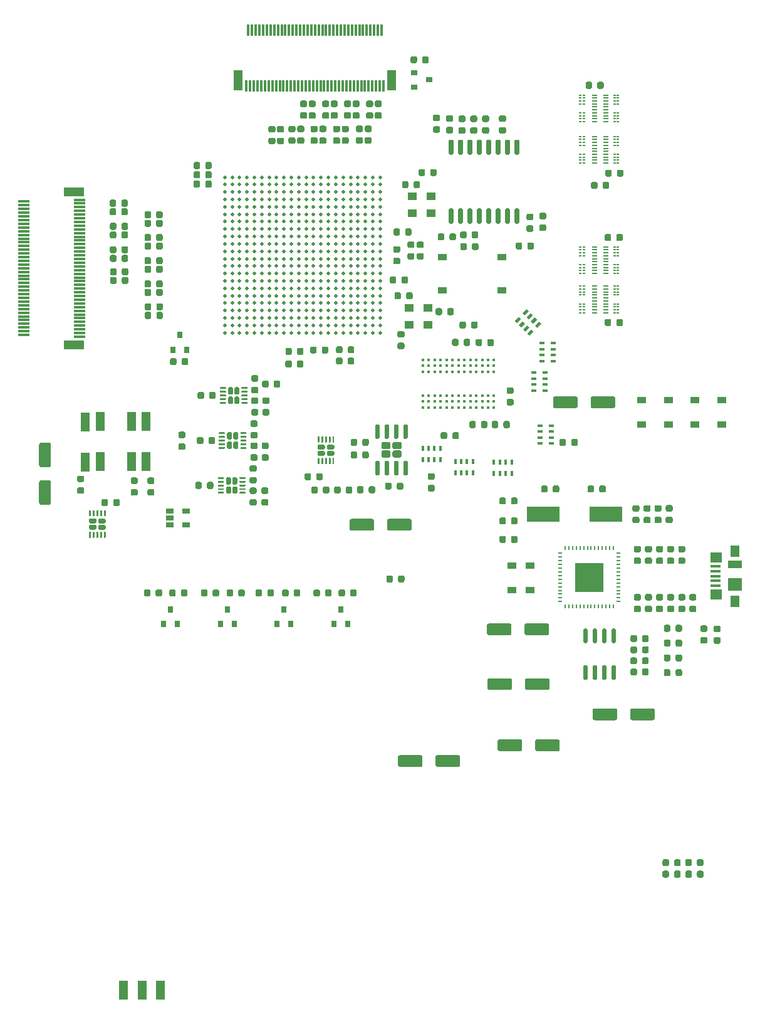
<source format=gbr>
%TF.GenerationSoftware,KiCad,Pcbnew,(5.99.0-3304-gcc86630f1-dirty)*%
%TF.CreationDate,2021-01-15T17:35:11+01:00*%
%TF.ProjectId,FD,46442e6b-6963-4616-945f-706362585858,rev?*%
%TF.SameCoordinates,Original*%
%TF.FileFunction,Paste,Top*%
%TF.FilePolarity,Positive*%
%FSLAX46Y46*%
G04 Gerber Fmt 4.6, Leading zero omitted, Abs format (unit mm)*
G04 Created by KiCad (PCBNEW (5.99.0-3304-gcc86630f1-dirty)) date 2021-01-15 17:35:11*
%MOMM*%
%LPD*%
G01*
G04 APERTURE LIST*
%ADD10R,1.200000X0.900000*%
%ADD11R,1.380000X0.450000*%
%ADD12R,1.300000X1.650000*%
%ADD13R,1.900000X1.000000*%
%ADD14R,1.550000X1.425000*%
%ADD15R,1.900000X1.800000*%
%ADD16R,1.550000X0.300000*%
%ADD17R,2.750000X1.200000*%
%ADD18R,0.800000X0.900000*%
%ADD19R,0.300000X0.200000*%
%ADD20R,1.250000X2.500000*%
%ADD21R,1.260000X0.840000*%
%ADD22R,0.510000X0.162000*%
%ADD23R,0.162000X0.510000*%
%ADD24R,3.660000X3.660000*%
%ADD25R,1.200000X2.500000*%
%ADD26R,0.780000X0.220000*%
%ADD27R,4.500000X2.000000*%
%ADD28C,0.399500*%
%ADD29R,0.900000X0.800000*%
%ADD30R,0.300000X1.550000*%
%ADD31R,1.200000X2.750000*%
%ADD32R,1.200000X1.100000*%
%ADD33R,0.760000X0.430000*%
%ADD34R,0.430000X0.760000*%
%ADD35R,1.060000X0.650000*%
%ADD36C,0.500000*%
G04 APERTURE END LIST*
%TO.C,U2*%
G36*
X217793760Y-100770000D02*
G01*
X213926250Y-100770000D01*
X213926250Y-96902490D01*
X217793760Y-96902490D01*
X217793760Y-100770000D01*
G37*
%TD*%
%TO.C,C1*%
G36*
G01*
X229600000Y-101075000D02*
X230112500Y-101075000D01*
G75*
G02*
X230331250Y-101293750I0J-218750D01*
G01*
X230331250Y-101731250D01*
G75*
G02*
X230112500Y-101950000I-218750J0D01*
G01*
X229600000Y-101950000D01*
G75*
G02*
X229381250Y-101731250I0J218750D01*
G01*
X229381250Y-101293750D01*
G75*
G02*
X229600000Y-101075000I218750J0D01*
G01*
G37*
G36*
G01*
X229600000Y-102650000D02*
X230112500Y-102650000D01*
G75*
G02*
X230331250Y-102868750I0J-218750D01*
G01*
X230331250Y-103306250D01*
G75*
G02*
X230112500Y-103525000I-218750J0D01*
G01*
X229600000Y-103525000D01*
G75*
G02*
X229381250Y-103306250I0J218750D01*
G01*
X229381250Y-102868750D01*
G75*
G02*
X229600000Y-102650000I218750J0D01*
G01*
G37*
%TD*%
%TO.C,C2*%
G36*
G01*
X228100000Y-101075000D02*
X228612500Y-101075000D01*
G75*
G02*
X228831250Y-101293750I0J-218750D01*
G01*
X228831250Y-101731250D01*
G75*
G02*
X228612500Y-101950000I-218750J0D01*
G01*
X228100000Y-101950000D01*
G75*
G02*
X227881250Y-101731250I0J218750D01*
G01*
X227881250Y-101293750D01*
G75*
G02*
X228100000Y-101075000I218750J0D01*
G01*
G37*
G36*
G01*
X228100000Y-102650000D02*
X228612500Y-102650000D01*
G75*
G02*
X228831250Y-102868750I0J-218750D01*
G01*
X228831250Y-103306250D01*
G75*
G02*
X228612500Y-103525000I-218750J0D01*
G01*
X228100000Y-103525000D01*
G75*
G02*
X227881250Y-103306250I0J218750D01*
G01*
X227881250Y-102868750D01*
G75*
G02*
X228100000Y-102650000I218750J0D01*
G01*
G37*
%TD*%
%TO.C,C3*%
G36*
G01*
X226600000Y-101075000D02*
X227112500Y-101075000D01*
G75*
G02*
X227331250Y-101293750I0J-218750D01*
G01*
X227331250Y-101731250D01*
G75*
G02*
X227112500Y-101950000I-218750J0D01*
G01*
X226600000Y-101950000D01*
G75*
G02*
X226381250Y-101731250I0J218750D01*
G01*
X226381250Y-101293750D01*
G75*
G02*
X226600000Y-101075000I218750J0D01*
G01*
G37*
G36*
G01*
X226600000Y-102650000D02*
X227112500Y-102650000D01*
G75*
G02*
X227331250Y-102868750I0J-218750D01*
G01*
X227331250Y-103306250D01*
G75*
G02*
X227112500Y-103525000I-218750J0D01*
G01*
X226600000Y-103525000D01*
G75*
G02*
X226381250Y-103306250I0J218750D01*
G01*
X226381250Y-102868750D01*
G75*
G02*
X226600000Y-102650000I218750J0D01*
G01*
G37*
%TD*%
%TO.C,C4*%
G36*
G01*
X224112500Y-97025000D02*
X223600000Y-97025000D01*
G75*
G02*
X223381250Y-96806250I0J218750D01*
G01*
X223381250Y-96368750D01*
G75*
G02*
X223600000Y-96150000I218750J0D01*
G01*
X224112500Y-96150000D01*
G75*
G02*
X224331250Y-96368750I0J-218750D01*
G01*
X224331250Y-96806250D01*
G75*
G02*
X224112500Y-97025000I-218750J0D01*
G01*
G37*
G36*
G01*
X224112500Y-95450000D02*
X223600000Y-95450000D01*
G75*
G02*
X223381250Y-95231250I0J218750D01*
G01*
X223381250Y-94793750D01*
G75*
G02*
X223600000Y-94575000I218750J0D01*
G01*
X224112500Y-94575000D01*
G75*
G02*
X224331250Y-94793750I0J-218750D01*
G01*
X224331250Y-95231250D01*
G75*
G02*
X224112500Y-95450000I-218750J0D01*
G01*
G37*
%TD*%
%TO.C,C5*%
G36*
G01*
X223600000Y-101075000D02*
X224112500Y-101075000D01*
G75*
G02*
X224331250Y-101293750I0J-218750D01*
G01*
X224331250Y-101731250D01*
G75*
G02*
X224112500Y-101950000I-218750J0D01*
G01*
X223600000Y-101950000D01*
G75*
G02*
X223381250Y-101731250I0J218750D01*
G01*
X223381250Y-101293750D01*
G75*
G02*
X223600000Y-101075000I218750J0D01*
G01*
G37*
G36*
G01*
X223600000Y-102650000D02*
X224112500Y-102650000D01*
G75*
G02*
X224331250Y-102868750I0J-218750D01*
G01*
X224331250Y-103306250D01*
G75*
G02*
X224112500Y-103525000I-218750J0D01*
G01*
X223600000Y-103525000D01*
G75*
G02*
X223381250Y-103306250I0J218750D01*
G01*
X223381250Y-102868750D01*
G75*
G02*
X223600000Y-102650000I218750J0D01*
G01*
G37*
%TD*%
%TO.C,C6*%
G36*
G01*
X222100000Y-101075000D02*
X222612500Y-101075000D01*
G75*
G02*
X222831250Y-101293750I0J-218750D01*
G01*
X222831250Y-101731250D01*
G75*
G02*
X222612500Y-101950000I-218750J0D01*
G01*
X222100000Y-101950000D01*
G75*
G02*
X221881250Y-101731250I0J218750D01*
G01*
X221881250Y-101293750D01*
G75*
G02*
X222100000Y-101075000I218750J0D01*
G01*
G37*
G36*
G01*
X222100000Y-102650000D02*
X222612500Y-102650000D01*
G75*
G02*
X222831250Y-102868750I0J-218750D01*
G01*
X222831250Y-103306250D01*
G75*
G02*
X222612500Y-103525000I-218750J0D01*
G01*
X222100000Y-103525000D01*
G75*
G02*
X221881250Y-103306250I0J218750D01*
G01*
X221881250Y-102868750D01*
G75*
G02*
X222100000Y-102650000I218750J0D01*
G01*
G37*
%TD*%
%TO.C,C7*%
G36*
G01*
X218081250Y-86643750D02*
X218081250Y-87156250D01*
G75*
G02*
X217862500Y-87375000I-218750J0D01*
G01*
X217425000Y-87375000D01*
G75*
G02*
X217206250Y-87156250I0J218750D01*
G01*
X217206250Y-86643750D01*
G75*
G02*
X217425000Y-86425000I218750J0D01*
G01*
X217862500Y-86425000D01*
G75*
G02*
X218081250Y-86643750I0J-218750D01*
G01*
G37*
G36*
G01*
X216506250Y-86643750D02*
X216506250Y-87156250D01*
G75*
G02*
X216287500Y-87375000I-218750J0D01*
G01*
X215850000Y-87375000D01*
G75*
G02*
X215631250Y-87156250I0J218750D01*
G01*
X215631250Y-86643750D01*
G75*
G02*
X215850000Y-86425000I218750J0D01*
G01*
X216287500Y-86425000D01*
G75*
G02*
X216506250Y-86643750I0J-218750D01*
G01*
G37*
%TD*%
%TO.C,C8*%
G36*
G01*
X209343750Y-87156250D02*
X209343750Y-86643750D01*
G75*
G02*
X209562500Y-86425000I218750J0D01*
G01*
X210000000Y-86425000D01*
G75*
G02*
X210218750Y-86643750I0J-218750D01*
G01*
X210218750Y-87156250D01*
G75*
G02*
X210000000Y-87375000I-218750J0D01*
G01*
X209562500Y-87375000D01*
G75*
G02*
X209343750Y-87156250I0J218750D01*
G01*
G37*
G36*
G01*
X210918750Y-87156250D02*
X210918750Y-86643750D01*
G75*
G02*
X211137500Y-86425000I218750J0D01*
G01*
X211575000Y-86425000D01*
G75*
G02*
X211793750Y-86643750I0J-218750D01*
G01*
X211793750Y-87156250D01*
G75*
G02*
X211575000Y-87375000I-218750J0D01*
G01*
X211137500Y-87375000D01*
G75*
G02*
X210918750Y-87156250I0J218750D01*
G01*
G37*
%TD*%
%TO.C,C9*%
G36*
G01*
X225100000Y-101075000D02*
X225612500Y-101075000D01*
G75*
G02*
X225831250Y-101293750I0J-218750D01*
G01*
X225831250Y-101731250D01*
G75*
G02*
X225612500Y-101950000I-218750J0D01*
G01*
X225100000Y-101950000D01*
G75*
G02*
X224881250Y-101731250I0J218750D01*
G01*
X224881250Y-101293750D01*
G75*
G02*
X225100000Y-101075000I218750J0D01*
G01*
G37*
G36*
G01*
X225100000Y-102650000D02*
X225612500Y-102650000D01*
G75*
G02*
X225831250Y-102868750I0J-218750D01*
G01*
X225831250Y-103306250D01*
G75*
G02*
X225612500Y-103525000I-218750J0D01*
G01*
X225100000Y-103525000D01*
G75*
G02*
X224881250Y-103306250I0J218750D01*
G01*
X224881250Y-102868750D01*
G75*
G02*
X225100000Y-102650000I218750J0D01*
G01*
G37*
%TD*%
%TO.C,C17*%
G36*
G01*
X181645000Y-68356250D02*
X181645000Y-67843750D01*
G75*
G02*
X181863750Y-67625000I218750J0D01*
G01*
X182301250Y-67625000D01*
G75*
G02*
X182520000Y-67843750I0J-218750D01*
G01*
X182520000Y-68356250D01*
G75*
G02*
X182301250Y-68575000I-218750J0D01*
G01*
X181863750Y-68575000D01*
G75*
G02*
X181645000Y-68356250I0J218750D01*
G01*
G37*
G36*
G01*
X183220000Y-68356250D02*
X183220000Y-67843750D01*
G75*
G02*
X183438750Y-67625000I218750J0D01*
G01*
X183876250Y-67625000D01*
G75*
G02*
X184095000Y-67843750I0J-218750D01*
G01*
X184095000Y-68356250D01*
G75*
G02*
X183876250Y-68575000I-218750J0D01*
G01*
X183438750Y-68575000D01*
G75*
G02*
X183220000Y-68356250I0J218750D01*
G01*
G37*
%TD*%
%TO.C,C21*%
G36*
G01*
X198315000Y-64996250D02*
X198315000Y-64483750D01*
G75*
G02*
X198533750Y-64265000I218750J0D01*
G01*
X198971250Y-64265000D01*
G75*
G02*
X199190000Y-64483750I0J-218750D01*
G01*
X199190000Y-64996250D01*
G75*
G02*
X198971250Y-65215000I-218750J0D01*
G01*
X198533750Y-65215000D01*
G75*
G02*
X198315000Y-64996250I0J218750D01*
G01*
G37*
G36*
G01*
X199890000Y-64996250D02*
X199890000Y-64483750D01*
G75*
G02*
X200108750Y-64265000I218750J0D01*
G01*
X200546250Y-64265000D01*
G75*
G02*
X200765000Y-64483750I0J-218750D01*
G01*
X200765000Y-64996250D01*
G75*
G02*
X200546250Y-65215000I-218750J0D01*
G01*
X200108750Y-65215000D01*
G75*
G02*
X199890000Y-64996250I0J218750D01*
G01*
G37*
%TD*%
%TO.C,C31*%
G36*
G01*
X180587500Y-67873750D02*
X180587500Y-68386250D01*
G75*
G02*
X180368750Y-68605000I-218750J0D01*
G01*
X179931250Y-68605000D01*
G75*
G02*
X179712500Y-68386250I0J218750D01*
G01*
X179712500Y-67873750D01*
G75*
G02*
X179931250Y-67655000I218750J0D01*
G01*
X180368750Y-67655000D01*
G75*
G02*
X180587500Y-67873750I0J-218750D01*
G01*
G37*
G36*
G01*
X179012500Y-67873750D02*
X179012500Y-68386250D01*
G75*
G02*
X178793750Y-68605000I-218750J0D01*
G01*
X178356250Y-68605000D01*
G75*
G02*
X178137500Y-68386250I0J218750D01*
G01*
X178137500Y-67873750D01*
G75*
G02*
X178356250Y-67655000I218750J0D01*
G01*
X178793750Y-67655000D01*
G75*
G02*
X179012500Y-67873750I0J-218750D01*
G01*
G37*
%TD*%
%TO.C,C35*%
G36*
G01*
X181637500Y-69886250D02*
X181637500Y-69373750D01*
G75*
G02*
X181856250Y-69155000I218750J0D01*
G01*
X182293750Y-69155000D01*
G75*
G02*
X182512500Y-69373750I0J-218750D01*
G01*
X182512500Y-69886250D01*
G75*
G02*
X182293750Y-70105000I-218750J0D01*
G01*
X181856250Y-70105000D01*
G75*
G02*
X181637500Y-69886250I0J218750D01*
G01*
G37*
G36*
G01*
X183212500Y-69886250D02*
X183212500Y-69373750D01*
G75*
G02*
X183431250Y-69155000I218750J0D01*
G01*
X183868750Y-69155000D01*
G75*
G02*
X184087500Y-69373750I0J-218750D01*
G01*
X184087500Y-69886250D01*
G75*
G02*
X183868750Y-70105000I-218750J0D01*
G01*
X183431250Y-70105000D01*
G75*
G02*
X183212500Y-69886250I0J218750D01*
G01*
G37*
%TD*%
%TO.C,C39*%
G36*
G01*
X191987500Y-60553750D02*
X191987500Y-61066250D01*
G75*
G02*
X191768750Y-61285000I-218750J0D01*
G01*
X191331250Y-61285000D01*
G75*
G02*
X191112500Y-61066250I0J218750D01*
G01*
X191112500Y-60553750D01*
G75*
G02*
X191331250Y-60335000I218750J0D01*
G01*
X191768750Y-60335000D01*
G75*
G02*
X191987500Y-60553750I0J-218750D01*
G01*
G37*
G36*
G01*
X190412500Y-60553750D02*
X190412500Y-61066250D01*
G75*
G02*
X190193750Y-61285000I-218750J0D01*
G01*
X189756250Y-61285000D01*
G75*
G02*
X189537500Y-61066250I0J218750D01*
G01*
X189537500Y-60553750D01*
G75*
G02*
X189756250Y-60335000I218750J0D01*
G01*
X190193750Y-60335000D01*
G75*
G02*
X190412500Y-60553750I0J-218750D01*
G01*
G37*
%TD*%
%TO.C,C40*%
G36*
G01*
X142870000Y-89040000D02*
X141770000Y-89040000D01*
G75*
G02*
X141520000Y-88790000I0J250000D01*
G01*
X141520000Y-85965000D01*
G75*
G02*
X141770000Y-85715000I250000J0D01*
G01*
X142870000Y-85715000D01*
G75*
G02*
X143120000Y-85965000I0J-250000D01*
G01*
X143120000Y-88790000D01*
G75*
G02*
X142870000Y-89040000I-250000J0D01*
G01*
G37*
G36*
G01*
X142870000Y-83965000D02*
X141770000Y-83965000D01*
G75*
G02*
X141520000Y-83715000I0J250000D01*
G01*
X141520000Y-80890000D01*
G75*
G02*
X141770000Y-80640000I250000J0D01*
G01*
X142870000Y-80640000D01*
G75*
G02*
X143120000Y-80890000I0J-250000D01*
G01*
X143120000Y-83715000D01*
G75*
G02*
X142870000Y-83965000I-250000J0D01*
G01*
G37*
%TD*%
%TO.C,C41*%
G36*
G01*
X149945000Y-88986250D02*
X149945000Y-88473750D01*
G75*
G02*
X150163750Y-88255000I218750J0D01*
G01*
X150601250Y-88255000D01*
G75*
G02*
X150820000Y-88473750I0J-218750D01*
G01*
X150820000Y-88986250D01*
G75*
G02*
X150601250Y-89205000I-218750J0D01*
G01*
X150163750Y-89205000D01*
G75*
G02*
X149945000Y-88986250I0J218750D01*
G01*
G37*
G36*
G01*
X151520000Y-88986250D02*
X151520000Y-88473750D01*
G75*
G02*
X151738750Y-88255000I218750J0D01*
G01*
X152176250Y-88255000D01*
G75*
G02*
X152395000Y-88473750I0J-218750D01*
G01*
X152395000Y-88986250D01*
G75*
G02*
X152176250Y-89205000I-218750J0D01*
G01*
X151738750Y-89205000D01*
G75*
G02*
X151520000Y-88986250I0J218750D01*
G01*
G37*
%TD*%
%TO.C,C42*%
G36*
G01*
X216312500Y-117870000D02*
X216312500Y-116770000D01*
G75*
G02*
X216562500Y-116520000I250000J0D01*
G01*
X219387500Y-116520000D01*
G75*
G02*
X219637500Y-116770000I0J-250000D01*
G01*
X219637500Y-117870000D01*
G75*
G02*
X219387500Y-118120000I-250000J0D01*
G01*
X216562500Y-118120000D01*
G75*
G02*
X216312500Y-117870000I0J250000D01*
G01*
G37*
G36*
G01*
X221387500Y-117870000D02*
X221387500Y-116770000D01*
G75*
G02*
X221637500Y-116520000I250000J0D01*
G01*
X224462500Y-116520000D01*
G75*
G02*
X224712500Y-116770000I0J-250000D01*
G01*
X224712500Y-117870000D01*
G75*
G02*
X224462500Y-118120000I-250000J0D01*
G01*
X221637500Y-118120000D01*
G75*
G02*
X221387500Y-117870000I0J250000D01*
G01*
G37*
%TD*%
%TO.C,C43*%
G36*
G01*
X202032500Y-106400000D02*
X202032500Y-105300000D01*
G75*
G02*
X202282500Y-105050000I250000J0D01*
G01*
X205107500Y-105050000D01*
G75*
G02*
X205357500Y-105300000I0J-250000D01*
G01*
X205357500Y-106400000D01*
G75*
G02*
X205107500Y-106650000I-250000J0D01*
G01*
X202282500Y-106650000D01*
G75*
G02*
X202032500Y-106400000I0J250000D01*
G01*
G37*
G36*
G01*
X207107500Y-106400000D02*
X207107500Y-105300000D01*
G75*
G02*
X207357500Y-105050000I250000J0D01*
G01*
X210182500Y-105050000D01*
G75*
G02*
X210432500Y-105300000I0J-250000D01*
G01*
X210432500Y-106400000D01*
G75*
G02*
X210182500Y-106650000I-250000J0D01*
G01*
X207357500Y-106650000D01*
G75*
G02*
X207107500Y-106400000I0J250000D01*
G01*
G37*
%TD*%
%TO.C,C44*%
G36*
G01*
X202092500Y-113790000D02*
X202092500Y-112690000D01*
G75*
G02*
X202342500Y-112440000I250000J0D01*
G01*
X205167500Y-112440000D01*
G75*
G02*
X205417500Y-112690000I0J-250000D01*
G01*
X205417500Y-113790000D01*
G75*
G02*
X205167500Y-114040000I-250000J0D01*
G01*
X202342500Y-114040000D01*
G75*
G02*
X202092500Y-113790000I0J250000D01*
G01*
G37*
G36*
G01*
X207167500Y-113790000D02*
X207167500Y-112690000D01*
G75*
G02*
X207417500Y-112440000I250000J0D01*
G01*
X210242500Y-112440000D01*
G75*
G02*
X210492500Y-112690000I0J-250000D01*
G01*
X210492500Y-113790000D01*
G75*
G02*
X210242500Y-114040000I-250000J0D01*
G01*
X207417500Y-114040000D01*
G75*
G02*
X207167500Y-113790000I0J250000D01*
G01*
G37*
%TD*%
%TO.C,C45*%
G36*
G01*
X170403750Y-74532500D02*
X170916250Y-74532500D01*
G75*
G02*
X171135000Y-74751250I0J-218750D01*
G01*
X171135000Y-75188750D01*
G75*
G02*
X170916250Y-75407500I-218750J0D01*
G01*
X170403750Y-75407500D01*
G75*
G02*
X170185000Y-75188750I0J218750D01*
G01*
X170185000Y-74751250D01*
G75*
G02*
X170403750Y-74532500I218750J0D01*
G01*
G37*
G36*
G01*
X170403750Y-76107500D02*
X170916250Y-76107500D01*
G75*
G02*
X171135000Y-76326250I0J-218750D01*
G01*
X171135000Y-76763750D01*
G75*
G02*
X170916250Y-76982500I-218750J0D01*
G01*
X170403750Y-76982500D01*
G75*
G02*
X170185000Y-76763750I0J218750D01*
G01*
X170185000Y-76326250D01*
G75*
G02*
X170403750Y-76107500I218750J0D01*
G01*
G37*
%TD*%
%TO.C,C46*%
G36*
G01*
X170173750Y-86687500D02*
X170686250Y-86687500D01*
G75*
G02*
X170905000Y-86906250I0J-218750D01*
G01*
X170905000Y-87343750D01*
G75*
G02*
X170686250Y-87562500I-218750J0D01*
G01*
X170173750Y-87562500D01*
G75*
G02*
X169955000Y-87343750I0J218750D01*
G01*
X169955000Y-86906250D01*
G75*
G02*
X170173750Y-86687500I218750J0D01*
G01*
G37*
G36*
G01*
X170173750Y-88262500D02*
X170686250Y-88262500D01*
G75*
G02*
X170905000Y-88481250I0J-218750D01*
G01*
X170905000Y-88918750D01*
G75*
G02*
X170686250Y-89137500I-218750J0D01*
G01*
X170173750Y-89137500D01*
G75*
G02*
X169955000Y-88918750I0J218750D01*
G01*
X169955000Y-88481250D01*
G75*
G02*
X170173750Y-88262500I218750J0D01*
G01*
G37*
%TD*%
%TO.C,C47*%
G36*
G01*
X170303750Y-80630000D02*
X170816250Y-80630000D01*
G75*
G02*
X171035000Y-80848750I0J-218750D01*
G01*
X171035000Y-81286250D01*
G75*
G02*
X170816250Y-81505000I-218750J0D01*
G01*
X170303750Y-81505000D01*
G75*
G02*
X170085000Y-81286250I0J218750D01*
G01*
X170085000Y-80848750D01*
G75*
G02*
X170303750Y-80630000I218750J0D01*
G01*
G37*
G36*
G01*
X170303750Y-82205000D02*
X170816250Y-82205000D01*
G75*
G02*
X171035000Y-82423750I0J-218750D01*
G01*
X171035000Y-82861250D01*
G75*
G02*
X170816250Y-83080000I-218750J0D01*
G01*
X170303750Y-83080000D01*
G75*
G02*
X170085000Y-82861250I0J218750D01*
G01*
X170085000Y-82423750D01*
G75*
G02*
X170303750Y-82205000I218750J0D01*
G01*
G37*
%TD*%
%TO.C,C48*%
G36*
G01*
X210952500Y-75740000D02*
X210952500Y-74640000D01*
G75*
G02*
X211202500Y-74390000I250000J0D01*
G01*
X214027500Y-74390000D01*
G75*
G02*
X214277500Y-74640000I0J-250000D01*
G01*
X214277500Y-75740000D01*
G75*
G02*
X214027500Y-75990000I-250000J0D01*
G01*
X211202500Y-75990000D01*
G75*
G02*
X210952500Y-75740000I0J250000D01*
G01*
G37*
G36*
G01*
X216027500Y-75740000D02*
X216027500Y-74640000D01*
G75*
G02*
X216277500Y-74390000I250000J0D01*
G01*
X219102500Y-74390000D01*
G75*
G02*
X219352500Y-74640000I0J-250000D01*
G01*
X219352500Y-75740000D01*
G75*
G02*
X219102500Y-75990000I-250000J0D01*
G01*
X216277500Y-75990000D01*
G75*
G02*
X216027500Y-75740000I0J250000D01*
G01*
G37*
%TD*%
%TO.C,C49*%
G36*
G01*
X198235000Y-79433750D02*
X198235000Y-79946250D01*
G75*
G02*
X198016250Y-80165000I-218750J0D01*
G01*
X197578750Y-80165000D01*
G75*
G02*
X197360000Y-79946250I0J218750D01*
G01*
X197360000Y-79433750D01*
G75*
G02*
X197578750Y-79215000I218750J0D01*
G01*
X198016250Y-79215000D01*
G75*
G02*
X198235000Y-79433750I0J-218750D01*
G01*
G37*
G36*
G01*
X196660000Y-79433750D02*
X196660000Y-79946250D01*
G75*
G02*
X196441250Y-80165000I-218750J0D01*
G01*
X196003750Y-80165000D01*
G75*
G02*
X195785000Y-79946250I0J218750D01*
G01*
X195785000Y-79433750D01*
G75*
G02*
X196003750Y-79215000I218750J0D01*
G01*
X196441250Y-79215000D01*
G75*
G02*
X196660000Y-79433750I0J-218750D01*
G01*
G37*
%TD*%
%TO.C,C51*%
G36*
G01*
X179835000Y-84978852D02*
X179835000Y-85491352D01*
G75*
G02*
X179616250Y-85710102I-218750J0D01*
G01*
X179178750Y-85710102D01*
G75*
G02*
X178960000Y-85491352I0J218750D01*
G01*
X178960000Y-84978852D01*
G75*
G02*
X179178750Y-84760102I218750J0D01*
G01*
X179616250Y-84760102D01*
G75*
G02*
X179835000Y-84978852I0J-218750D01*
G01*
G37*
G36*
G01*
X178260000Y-84978852D02*
X178260000Y-85491352D01*
G75*
G02*
X178041250Y-85710102I-218750J0D01*
G01*
X177603750Y-85710102D01*
G75*
G02*
X177385000Y-85491352I0J218750D01*
G01*
X177385000Y-84978852D01*
G75*
G02*
X177603750Y-84760102I218750J0D01*
G01*
X178041250Y-84760102D01*
G75*
G02*
X178260000Y-84978852I0J-218750D01*
G01*
G37*
%TD*%
%TO.C,C53*%
G36*
G01*
X158206250Y-60103750D02*
X158206250Y-60616250D01*
G75*
G02*
X157987500Y-60835000I-218750J0D01*
G01*
X157550000Y-60835000D01*
G75*
G02*
X157331250Y-60616250I0J218750D01*
G01*
X157331250Y-60103750D01*
G75*
G02*
X157550000Y-59885000I218750J0D01*
G01*
X157987500Y-59885000D01*
G75*
G02*
X158206250Y-60103750I0J-218750D01*
G01*
G37*
G36*
G01*
X156631250Y-60103750D02*
X156631250Y-60616250D01*
G75*
G02*
X156412500Y-60835000I-218750J0D01*
G01*
X155975000Y-60835000D01*
G75*
G02*
X155756250Y-60616250I0J218750D01*
G01*
X155756250Y-60103750D01*
G75*
G02*
X155975000Y-59885000I218750J0D01*
G01*
X156412500Y-59885000D01*
G75*
G02*
X156631250Y-60103750I0J-218750D01*
G01*
G37*
%TD*%
%TO.C,C54*%
G36*
G01*
X158206250Y-56977635D02*
X158206250Y-57490135D01*
G75*
G02*
X157987500Y-57708885I-218750J0D01*
G01*
X157550000Y-57708885D01*
G75*
G02*
X157331250Y-57490135I0J218750D01*
G01*
X157331250Y-56977635D01*
G75*
G02*
X157550000Y-56758885I218750J0D01*
G01*
X157987500Y-56758885D01*
G75*
G02*
X158206250Y-56977635I0J-218750D01*
G01*
G37*
G36*
G01*
X156631250Y-56977635D02*
X156631250Y-57490135D01*
G75*
G02*
X156412500Y-57708885I-218750J0D01*
G01*
X155975000Y-57708885D01*
G75*
G02*
X155756250Y-57490135I0J218750D01*
G01*
X155756250Y-56977635D01*
G75*
G02*
X155975000Y-56758885I218750J0D01*
G01*
X156412500Y-56758885D01*
G75*
G02*
X156631250Y-56977635I0J-218750D01*
G01*
G37*
%TD*%
%TO.C,C55*%
G36*
G01*
X158205000Y-53843750D02*
X158205000Y-54356250D01*
G75*
G02*
X157986250Y-54575000I-218750J0D01*
G01*
X157548750Y-54575000D01*
G75*
G02*
X157330000Y-54356250I0J218750D01*
G01*
X157330000Y-53843750D01*
G75*
G02*
X157548750Y-53625000I218750J0D01*
G01*
X157986250Y-53625000D01*
G75*
G02*
X158205000Y-53843750I0J-218750D01*
G01*
G37*
G36*
G01*
X156630000Y-53843750D02*
X156630000Y-54356250D01*
G75*
G02*
X156411250Y-54575000I-218750J0D01*
G01*
X155973750Y-54575000D01*
G75*
G02*
X155755000Y-54356250I0J218750D01*
G01*
X155755000Y-53843750D01*
G75*
G02*
X155973750Y-53625000I218750J0D01*
G01*
X156411250Y-53625000D01*
G75*
G02*
X156630000Y-53843750I0J-218750D01*
G01*
G37*
%TD*%
%TO.C,C56*%
G36*
G01*
X158205000Y-50766534D02*
X158205000Y-51279034D01*
G75*
G02*
X157986250Y-51497784I-218750J0D01*
G01*
X157548750Y-51497784D01*
G75*
G02*
X157330000Y-51279034I0J218750D01*
G01*
X157330000Y-50766534D01*
G75*
G02*
X157548750Y-50547784I218750J0D01*
G01*
X157986250Y-50547784D01*
G75*
G02*
X158205000Y-50766534I0J-218750D01*
G01*
G37*
G36*
G01*
X156630000Y-50766534D02*
X156630000Y-51279034D01*
G75*
G02*
X156411250Y-51497784I-218750J0D01*
G01*
X155973750Y-51497784D01*
G75*
G02*
X155755000Y-51279034I0J218750D01*
G01*
X155755000Y-50766534D01*
G75*
G02*
X155973750Y-50547784I218750J0D01*
G01*
X156411250Y-50547784D01*
G75*
G02*
X156630000Y-50766534I0J-218750D01*
G01*
G37*
%TD*%
%TO.C,C57*%
G36*
G01*
X158235000Y-63206527D02*
X158235000Y-63719027D01*
G75*
G02*
X158016250Y-63937777I-218750J0D01*
G01*
X157578750Y-63937777D01*
G75*
G02*
X157360000Y-63719027I0J218750D01*
G01*
X157360000Y-63206527D01*
G75*
G02*
X157578750Y-62987777I218750J0D01*
G01*
X158016250Y-62987777D01*
G75*
G02*
X158235000Y-63206527I0J-218750D01*
G01*
G37*
G36*
G01*
X156660000Y-63206527D02*
X156660000Y-63719027D01*
G75*
G02*
X156441250Y-63937777I-218750J0D01*
G01*
X156003750Y-63937777D01*
G75*
G02*
X155785000Y-63719027I0J218750D01*
G01*
X155785000Y-63206527D01*
G75*
G02*
X156003750Y-62987777I218750J0D01*
G01*
X156441250Y-62987777D01*
G75*
G02*
X156660000Y-63206527I0J-218750D01*
G01*
G37*
%TD*%
%TO.C,C59*%
G36*
G01*
X158206250Y-58945419D02*
X158206250Y-59457919D01*
G75*
G02*
X157987500Y-59676669I-218750J0D01*
G01*
X157550000Y-59676669D01*
G75*
G02*
X157331250Y-59457919I0J218750D01*
G01*
X157331250Y-58945419D01*
G75*
G02*
X157550000Y-58726669I218750J0D01*
G01*
X157987500Y-58726669D01*
G75*
G02*
X158206250Y-58945419I0J-218750D01*
G01*
G37*
G36*
G01*
X156631250Y-58945419D02*
X156631250Y-59457919D01*
G75*
G02*
X156412500Y-59676669I-218750J0D01*
G01*
X155975000Y-59676669D01*
G75*
G02*
X155756250Y-59457919I0J218750D01*
G01*
X155756250Y-58945419D01*
G75*
G02*
X155975000Y-58726669I218750J0D01*
G01*
X156412500Y-58726669D01*
G75*
G02*
X156631250Y-58945419I0J-218750D01*
G01*
G37*
%TD*%
%TO.C,C60*%
G36*
G01*
X158206250Y-55813750D02*
X158206250Y-56326250D01*
G75*
G02*
X157987500Y-56545000I-218750J0D01*
G01*
X157550000Y-56545000D01*
G75*
G02*
X157331250Y-56326250I0J218750D01*
G01*
X157331250Y-55813750D01*
G75*
G02*
X157550000Y-55595000I218750J0D01*
G01*
X157987500Y-55595000D01*
G75*
G02*
X158206250Y-55813750I0J-218750D01*
G01*
G37*
G36*
G01*
X156631250Y-55813750D02*
X156631250Y-56326250D01*
G75*
G02*
X156412500Y-56545000I-218750J0D01*
G01*
X155975000Y-56545000D01*
G75*
G02*
X155756250Y-56326250I0J218750D01*
G01*
X155756250Y-55813750D01*
G75*
G02*
X155975000Y-55595000I218750J0D01*
G01*
X156412500Y-55595000D01*
G75*
G02*
X156631250Y-55813750I0J-218750D01*
G01*
G37*
%TD*%
%TO.C,C61*%
G36*
G01*
X158205000Y-52684311D02*
X158205000Y-53196811D01*
G75*
G02*
X157986250Y-53415561I-218750J0D01*
G01*
X157548750Y-53415561D01*
G75*
G02*
X157330000Y-53196811I0J218750D01*
G01*
X157330000Y-52684311D01*
G75*
G02*
X157548750Y-52465561I218750J0D01*
G01*
X157986250Y-52465561D01*
G75*
G02*
X158205000Y-52684311I0J-218750D01*
G01*
G37*
G36*
G01*
X156630000Y-52684311D02*
X156630000Y-53196811D01*
G75*
G02*
X156411250Y-53415561I-218750J0D01*
G01*
X155973750Y-53415561D01*
G75*
G02*
X155755000Y-53196811I0J218750D01*
G01*
X155755000Y-52684311D01*
G75*
G02*
X155973750Y-52465561I218750J0D01*
G01*
X156411250Y-52465561D01*
G75*
G02*
X156630000Y-52684311I0J-218750D01*
G01*
G37*
%TD*%
%TO.C,C62*%
G36*
G01*
X158205000Y-49613750D02*
X158205000Y-50126250D01*
G75*
G02*
X157986250Y-50345000I-218750J0D01*
G01*
X157548750Y-50345000D01*
G75*
G02*
X157330000Y-50126250I0J218750D01*
G01*
X157330000Y-49613750D01*
G75*
G02*
X157548750Y-49395000I218750J0D01*
G01*
X157986250Y-49395000D01*
G75*
G02*
X158205000Y-49613750I0J-218750D01*
G01*
G37*
G36*
G01*
X156630000Y-49613750D02*
X156630000Y-50126250D01*
G75*
G02*
X156411250Y-50345000I-218750J0D01*
G01*
X155973750Y-50345000D01*
G75*
G02*
X155755000Y-50126250I0J218750D01*
G01*
X155755000Y-49613750D01*
G75*
G02*
X155973750Y-49395000I218750J0D01*
G01*
X156411250Y-49395000D01*
G75*
G02*
X156630000Y-49613750I0J-218750D01*
G01*
G37*
%TD*%
%TO.C,C63*%
G36*
G01*
X158237500Y-62043750D02*
X158237500Y-62556250D01*
G75*
G02*
X158018750Y-62775000I-218750J0D01*
G01*
X157581250Y-62775000D01*
G75*
G02*
X157362500Y-62556250I0J218750D01*
G01*
X157362500Y-62043750D01*
G75*
G02*
X157581250Y-61825000I218750J0D01*
G01*
X158018750Y-61825000D01*
G75*
G02*
X158237500Y-62043750I0J-218750D01*
G01*
G37*
G36*
G01*
X156662500Y-62043750D02*
X156662500Y-62556250D01*
G75*
G02*
X156443750Y-62775000I-218750J0D01*
G01*
X156006250Y-62775000D01*
G75*
G02*
X155787500Y-62556250I0J218750D01*
G01*
X155787500Y-62043750D01*
G75*
G02*
X156006250Y-61825000I218750J0D01*
G01*
X156443750Y-61825000D01*
G75*
G02*
X156662500Y-62043750I0J-218750D01*
G01*
G37*
%TD*%
%TO.C,C69*%
G36*
G01*
X200502500Y-67386250D02*
X200502500Y-66873750D01*
G75*
G02*
X200721250Y-66655000I218750J0D01*
G01*
X201158750Y-66655000D01*
G75*
G02*
X201377500Y-66873750I0J-218750D01*
G01*
X201377500Y-67386250D01*
G75*
G02*
X201158750Y-67605000I-218750J0D01*
G01*
X200721250Y-67605000D01*
G75*
G02*
X200502500Y-67386250I0J218750D01*
G01*
G37*
G36*
G01*
X202077500Y-67386250D02*
X202077500Y-66873750D01*
G75*
G02*
X202296250Y-66655000I218750J0D01*
G01*
X202733750Y-66655000D01*
G75*
G02*
X202952500Y-66873750I0J-218750D01*
G01*
X202952500Y-67386250D01*
G75*
G02*
X202733750Y-67605000I-218750J0D01*
G01*
X202296250Y-67605000D01*
G75*
G02*
X202077500Y-67386250I0J218750D01*
G01*
G37*
%TD*%
%TO.C,C70*%
G36*
G01*
X202675000Y-78456250D02*
X202675000Y-77943750D01*
G75*
G02*
X202893750Y-77725000I218750J0D01*
G01*
X203331250Y-77725000D01*
G75*
G02*
X203550000Y-77943750I0J-218750D01*
G01*
X203550000Y-78456250D01*
G75*
G02*
X203331250Y-78675000I-218750J0D01*
G01*
X202893750Y-78675000D01*
G75*
G02*
X202675000Y-78456250I0J218750D01*
G01*
G37*
G36*
G01*
X204250000Y-78456250D02*
X204250000Y-77943750D01*
G75*
G02*
X204468750Y-77725000I218750J0D01*
G01*
X204906250Y-77725000D01*
G75*
G02*
X205125000Y-77943750I0J-218750D01*
G01*
X205125000Y-78456250D01*
G75*
G02*
X204906250Y-78675000I-218750J0D01*
G01*
X204468750Y-78675000D01*
G75*
G02*
X204250000Y-78456250I0J218750D01*
G01*
G37*
%TD*%
%TO.C,C72*%
G36*
G01*
X199655000Y-78456250D02*
X199655000Y-77943750D01*
G75*
G02*
X199873750Y-77725000I218750J0D01*
G01*
X200311250Y-77725000D01*
G75*
G02*
X200530000Y-77943750I0J-218750D01*
G01*
X200530000Y-78456250D01*
G75*
G02*
X200311250Y-78675000I-218750J0D01*
G01*
X199873750Y-78675000D01*
G75*
G02*
X199655000Y-78456250I0J218750D01*
G01*
G37*
G36*
G01*
X201230000Y-78456250D02*
X201230000Y-77943750D01*
G75*
G02*
X201448750Y-77725000I218750J0D01*
G01*
X201886250Y-77725000D01*
G75*
G02*
X202105000Y-77943750I0J-218750D01*
G01*
X202105000Y-78456250D01*
G75*
G02*
X201886250Y-78675000I-218750J0D01*
G01*
X201448750Y-78675000D01*
G75*
G02*
X201230000Y-78456250I0J218750D01*
G01*
G37*
%TD*%
%TO.C,C73*%
G36*
G01*
X188902500Y-58936250D02*
X188902500Y-58423750D01*
G75*
G02*
X189121250Y-58205000I218750J0D01*
G01*
X189558750Y-58205000D01*
G75*
G02*
X189777500Y-58423750I0J-218750D01*
G01*
X189777500Y-58936250D01*
G75*
G02*
X189558750Y-59155000I-218750J0D01*
G01*
X189121250Y-59155000D01*
G75*
G02*
X188902500Y-58936250I0J218750D01*
G01*
G37*
G36*
G01*
X190477500Y-58936250D02*
X190477500Y-58423750D01*
G75*
G02*
X190696250Y-58205000I218750J0D01*
G01*
X191133750Y-58205000D01*
G75*
G02*
X191352500Y-58423750I0J-218750D01*
G01*
X191352500Y-58936250D01*
G75*
G02*
X191133750Y-59155000I-218750J0D01*
G01*
X190696250Y-59155000D01*
G75*
G02*
X190477500Y-58936250I0J218750D01*
G01*
G37*
%TD*%
%TO.C,C75*%
G36*
G01*
X211837500Y-80856250D02*
X211837500Y-80343750D01*
G75*
G02*
X212056250Y-80125000I218750J0D01*
G01*
X212493750Y-80125000D01*
G75*
G02*
X212712500Y-80343750I0J-218750D01*
G01*
X212712500Y-80856250D01*
G75*
G02*
X212493750Y-81075000I-218750J0D01*
G01*
X212056250Y-81075000D01*
G75*
G02*
X211837500Y-80856250I0J218750D01*
G01*
G37*
G36*
G01*
X213412500Y-80856250D02*
X213412500Y-80343750D01*
G75*
G02*
X213631250Y-80125000I218750J0D01*
G01*
X214068750Y-80125000D01*
G75*
G02*
X214287500Y-80343750I0J-218750D01*
G01*
X214287500Y-80856250D01*
G75*
G02*
X214068750Y-81075000I-218750J0D01*
G01*
X213631250Y-81075000D01*
G75*
G02*
X213412500Y-80856250I0J218750D01*
G01*
G37*
%TD*%
%TO.C,C76*%
G36*
G01*
X177245000Y-68063750D02*
X177245000Y-68576250D01*
G75*
G02*
X177026250Y-68795000I-218750J0D01*
G01*
X176588750Y-68795000D01*
G75*
G02*
X176370000Y-68576250I0J218750D01*
G01*
X176370000Y-68063750D01*
G75*
G02*
X176588750Y-67845000I218750J0D01*
G01*
X177026250Y-67845000D01*
G75*
G02*
X177245000Y-68063750I0J-218750D01*
G01*
G37*
G36*
G01*
X175670000Y-68063750D02*
X175670000Y-68576250D01*
G75*
G02*
X175451250Y-68795000I-218750J0D01*
G01*
X175013750Y-68795000D01*
G75*
G02*
X174795000Y-68576250I0J218750D01*
G01*
X174795000Y-68063750D01*
G75*
G02*
X175013750Y-67845000I218750J0D01*
G01*
X175451250Y-67845000D01*
G75*
G02*
X175670000Y-68063750I0J-218750D01*
G01*
G37*
%TD*%
%TO.C,C77*%
G36*
G01*
X188275000Y-86756250D02*
X188275000Y-86243750D01*
G75*
G02*
X188493750Y-86025000I218750J0D01*
G01*
X188931250Y-86025000D01*
G75*
G02*
X189150000Y-86243750I0J-218750D01*
G01*
X189150000Y-86756250D01*
G75*
G02*
X188931250Y-86975000I-218750J0D01*
G01*
X188493750Y-86975000D01*
G75*
G02*
X188275000Y-86756250I0J218750D01*
G01*
G37*
G36*
G01*
X189850000Y-86756250D02*
X189850000Y-86243750D01*
G75*
G02*
X190068750Y-86025000I218750J0D01*
G01*
X190506250Y-86025000D01*
G75*
G02*
X190725000Y-86243750I0J-218750D01*
G01*
X190725000Y-86756250D01*
G75*
G02*
X190506250Y-86975000I-218750J0D01*
G01*
X190068750Y-86975000D01*
G75*
G02*
X189850000Y-86756250I0J218750D01*
G01*
G37*
%TD*%
%TO.C,C78*%
G36*
G01*
X204903750Y-73165000D02*
X205416250Y-73165000D01*
G75*
G02*
X205635000Y-73383750I0J-218750D01*
G01*
X205635000Y-73821250D01*
G75*
G02*
X205416250Y-74040000I-218750J0D01*
G01*
X204903750Y-74040000D01*
G75*
G02*
X204685000Y-73821250I0J218750D01*
G01*
X204685000Y-73383750D01*
G75*
G02*
X204903750Y-73165000I218750J0D01*
G01*
G37*
G36*
G01*
X204903750Y-74740000D02*
X205416250Y-74740000D01*
G75*
G02*
X205635000Y-74958750I0J-218750D01*
G01*
X205635000Y-75396250D01*
G75*
G02*
X205416250Y-75615000I-218750J0D01*
G01*
X204903750Y-75615000D01*
G75*
G02*
X204685000Y-75396250I0J218750D01*
G01*
X204685000Y-74958750D01*
G75*
G02*
X204903750Y-74740000I218750J0D01*
G01*
G37*
%TD*%
%TO.C,C79*%
G36*
G01*
X174787500Y-70276250D02*
X174787500Y-69763750D01*
G75*
G02*
X175006250Y-69545000I218750J0D01*
G01*
X175443750Y-69545000D01*
G75*
G02*
X175662500Y-69763750I0J-218750D01*
G01*
X175662500Y-70276250D01*
G75*
G02*
X175443750Y-70495000I-218750J0D01*
G01*
X175006250Y-70495000D01*
G75*
G02*
X174787500Y-70276250I0J218750D01*
G01*
G37*
G36*
G01*
X176362500Y-70276250D02*
X176362500Y-69763750D01*
G75*
G02*
X176581250Y-69545000I218750J0D01*
G01*
X177018750Y-69545000D01*
G75*
G02*
X177237500Y-69763750I0J-218750D01*
G01*
X177237500Y-70276250D01*
G75*
G02*
X177018750Y-70495000I-218750J0D01*
G01*
X176581250Y-70495000D01*
G75*
G02*
X176362500Y-70276250I0J218750D01*
G01*
G37*
%TD*%
%TO.C,C80*%
G36*
G01*
X194243750Y-84775000D02*
X194756250Y-84775000D01*
G75*
G02*
X194975000Y-84993750I0J-218750D01*
G01*
X194975000Y-85431250D01*
G75*
G02*
X194756250Y-85650000I-218750J0D01*
G01*
X194243750Y-85650000D01*
G75*
G02*
X194025000Y-85431250I0J218750D01*
G01*
X194025000Y-84993750D01*
G75*
G02*
X194243750Y-84775000I218750J0D01*
G01*
G37*
G36*
G01*
X194243750Y-86350000D02*
X194756250Y-86350000D01*
G75*
G02*
X194975000Y-86568750I0J-218750D01*
G01*
X194975000Y-87006250D01*
G75*
G02*
X194756250Y-87225000I-218750J0D01*
G01*
X194243750Y-87225000D01*
G75*
G02*
X194025000Y-87006250I0J218750D01*
G01*
X194025000Y-86568750D01*
G75*
G02*
X194243750Y-86350000I218750J0D01*
G01*
G37*
%TD*%
%TO.C,C82*%
G36*
G01*
X190106250Y-56557500D02*
X189593750Y-56557500D01*
G75*
G02*
X189375000Y-56338750I0J218750D01*
G01*
X189375000Y-55901250D01*
G75*
G02*
X189593750Y-55682500I218750J0D01*
G01*
X190106250Y-55682500D01*
G75*
G02*
X190325000Y-55901250I0J-218750D01*
G01*
X190325000Y-56338750D01*
G75*
G02*
X190106250Y-56557500I-218750J0D01*
G01*
G37*
G36*
G01*
X190106250Y-54982500D02*
X189593750Y-54982500D01*
G75*
G02*
X189375000Y-54763750I0J218750D01*
G01*
X189375000Y-54326250D01*
G75*
G02*
X189593750Y-54107500I218750J0D01*
G01*
X190106250Y-54107500D01*
G75*
G02*
X190325000Y-54326250I0J-218750D01*
G01*
X190325000Y-54763750D01*
G75*
G02*
X190106250Y-54982500I-218750J0D01*
G01*
G37*
%TD*%
%TO.C,D1*%
G36*
G01*
X225943750Y-105956250D02*
X225943750Y-105443750D01*
G75*
G02*
X226162500Y-105225000I218750J0D01*
G01*
X226600000Y-105225000D01*
G75*
G02*
X226818750Y-105443750I0J-218750D01*
G01*
X226818750Y-105956250D01*
G75*
G02*
X226600000Y-106175000I-218750J0D01*
G01*
X226162500Y-106175000D01*
G75*
G02*
X225943750Y-105956250I0J218750D01*
G01*
G37*
G36*
G01*
X227518750Y-105956250D02*
X227518750Y-105443750D01*
G75*
G02*
X227737500Y-105225000I218750J0D01*
G01*
X228175000Y-105225000D01*
G75*
G02*
X228393750Y-105443750I0J-218750D01*
G01*
X228393750Y-105956250D01*
G75*
G02*
X228175000Y-106175000I-218750J0D01*
G01*
X227737500Y-106175000D01*
G75*
G02*
X227518750Y-105956250I0J218750D01*
G01*
G37*
%TD*%
%TO.C,D2*%
G36*
G01*
X225943750Y-109956250D02*
X225943750Y-109443750D01*
G75*
G02*
X226162500Y-109225000I218750J0D01*
G01*
X226600000Y-109225000D01*
G75*
G02*
X226818750Y-109443750I0J-218750D01*
G01*
X226818750Y-109956250D01*
G75*
G02*
X226600000Y-110175000I-218750J0D01*
G01*
X226162500Y-110175000D01*
G75*
G02*
X225943750Y-109956250I0J218750D01*
G01*
G37*
G36*
G01*
X227518750Y-109956250D02*
X227518750Y-109443750D01*
G75*
G02*
X227737500Y-109225000I218750J0D01*
G01*
X228175000Y-109225000D01*
G75*
G02*
X228393750Y-109443750I0J-218750D01*
G01*
X228393750Y-109956250D01*
G75*
G02*
X228175000Y-110175000I-218750J0D01*
G01*
X227737500Y-110175000D01*
G75*
G02*
X227518750Y-109956250I0J218750D01*
G01*
G37*
%TD*%
%TO.C,D3*%
G36*
G01*
X231285000Y-137083750D02*
X231285000Y-137596250D01*
G75*
G02*
X231066250Y-137815000I-218750J0D01*
G01*
X230628750Y-137815000D01*
G75*
G02*
X230410000Y-137596250I0J218750D01*
G01*
X230410000Y-137083750D01*
G75*
G02*
X230628750Y-136865000I218750J0D01*
G01*
X231066250Y-136865000D01*
G75*
G02*
X231285000Y-137083750I0J-218750D01*
G01*
G37*
G36*
G01*
X229710000Y-137083750D02*
X229710000Y-137596250D01*
G75*
G02*
X229491250Y-137815000I-218750J0D01*
G01*
X229053750Y-137815000D01*
G75*
G02*
X228835000Y-137596250I0J218750D01*
G01*
X228835000Y-137083750D01*
G75*
G02*
X229053750Y-136865000I218750J0D01*
G01*
X229491250Y-136865000D01*
G75*
G02*
X229710000Y-137083750I0J-218750D01*
G01*
G37*
%TD*%
%TO.C,D4*%
G36*
G01*
X231295000Y-138643750D02*
X231295000Y-139156250D01*
G75*
G02*
X231076250Y-139375000I-218750J0D01*
G01*
X230638750Y-139375000D01*
G75*
G02*
X230420000Y-139156250I0J218750D01*
G01*
X230420000Y-138643750D01*
G75*
G02*
X230638750Y-138425000I218750J0D01*
G01*
X231076250Y-138425000D01*
G75*
G02*
X231295000Y-138643750I0J-218750D01*
G01*
G37*
G36*
G01*
X229720000Y-138643750D02*
X229720000Y-139156250D01*
G75*
G02*
X229501250Y-139375000I-218750J0D01*
G01*
X229063750Y-139375000D01*
G75*
G02*
X228845000Y-139156250I0J218750D01*
G01*
X228845000Y-138643750D01*
G75*
G02*
X229063750Y-138425000I218750J0D01*
G01*
X229501250Y-138425000D01*
G75*
G02*
X229720000Y-138643750I0J-218750D01*
G01*
G37*
%TD*%
D10*
%TO.C,D5*%
X233750000Y-78160000D03*
X233750000Y-74860000D03*
%TD*%
%TO.C,D6*%
X230150000Y-78160000D03*
X230150000Y-74860000D03*
%TD*%
%TO.C,D7*%
X226550000Y-78160000D03*
X226550000Y-74860000D03*
%TD*%
%TO.C,D8*%
X222950000Y-78160000D03*
X222950000Y-74860000D03*
%TD*%
D11*
%TO.C,J1*%
X232896250Y-99950000D03*
X232896250Y-99300000D03*
X232896250Y-98650000D03*
X232896250Y-98000000D03*
X232896250Y-97350000D03*
D12*
X235556250Y-95275000D03*
D13*
X235556250Y-97100000D03*
D14*
X232981250Y-96162500D03*
X232981250Y-101137500D03*
D12*
X235556250Y-102025000D03*
D15*
X235556250Y-99800000D03*
%TD*%
D16*
%TO.C,J29*%
X147000000Y-47840000D03*
X139450000Y-48090000D03*
X147000000Y-48340000D03*
X139450000Y-48590000D03*
X147000000Y-48840000D03*
X139450000Y-49090000D03*
X147000000Y-49340000D03*
X139450000Y-49590000D03*
X147000000Y-49840000D03*
X139450000Y-50090000D03*
X147000000Y-50340000D03*
X139450000Y-50590000D03*
X147000000Y-50840000D03*
X139450000Y-51090000D03*
X147000000Y-51340000D03*
X139450000Y-51590000D03*
X147000000Y-51840000D03*
X139450000Y-52090000D03*
X147000000Y-52340000D03*
X139450000Y-52590000D03*
X147000000Y-52840000D03*
X139450000Y-53090000D03*
X147000000Y-53340000D03*
X139450000Y-53590000D03*
X147000000Y-53840000D03*
X139450000Y-54090000D03*
X147000000Y-54340000D03*
X139450000Y-54590000D03*
X147000000Y-54840000D03*
X139450000Y-55090000D03*
X147000000Y-55340000D03*
X139450000Y-55590000D03*
X147000000Y-55840000D03*
X139450000Y-56090000D03*
X147000000Y-56340000D03*
X139450000Y-56590000D03*
X147000000Y-56840000D03*
X139450000Y-57090000D03*
X147000000Y-57340000D03*
X139450000Y-57590000D03*
X147000000Y-57840000D03*
X139450000Y-58090000D03*
X147000000Y-58340000D03*
X139450000Y-58590000D03*
X147000000Y-58840000D03*
X139450000Y-59090000D03*
X147000000Y-59340000D03*
X139450000Y-59590000D03*
X147000000Y-59840000D03*
X139450000Y-60090000D03*
X147000000Y-60340000D03*
X139450000Y-60590000D03*
X147000000Y-60840000D03*
X139450000Y-61090000D03*
X147000000Y-61340000D03*
X139450000Y-61590000D03*
X147000000Y-61840000D03*
X139450000Y-62090000D03*
X147000000Y-62340000D03*
X139450000Y-62590000D03*
X147000000Y-62840000D03*
X139450000Y-63090000D03*
X147000000Y-63340000D03*
X139450000Y-63590000D03*
X147000000Y-63840000D03*
X139450000Y-64090000D03*
X147000000Y-64340000D03*
X139450000Y-64590000D03*
X147000000Y-64840000D03*
X139450000Y-65090000D03*
X147000000Y-65340000D03*
X139450000Y-65590000D03*
X147000000Y-65840000D03*
X139450000Y-66090000D03*
X147000000Y-66340000D03*
D17*
X146225000Y-46740000D03*
X146225000Y-67440000D03*
%TD*%
%TO.C,L1*%
G36*
G01*
X225100000Y-94575000D02*
X225612500Y-94575000D01*
G75*
G02*
X225831250Y-94793750I0J-218750D01*
G01*
X225831250Y-95231250D01*
G75*
G02*
X225612500Y-95450000I-218750J0D01*
G01*
X225100000Y-95450000D01*
G75*
G02*
X224881250Y-95231250I0J218750D01*
G01*
X224881250Y-94793750D01*
G75*
G02*
X225100000Y-94575000I218750J0D01*
G01*
G37*
G36*
G01*
X225100000Y-96150000D02*
X225612500Y-96150000D01*
G75*
G02*
X225831250Y-96368750I0J-218750D01*
G01*
X225831250Y-96806250D01*
G75*
G02*
X225612500Y-97025000I-218750J0D01*
G01*
X225100000Y-97025000D01*
G75*
G02*
X224881250Y-96806250I0J218750D01*
G01*
X224881250Y-96368750D01*
G75*
G02*
X225100000Y-96150000I218750J0D01*
G01*
G37*
%TD*%
%TO.C,L2*%
G36*
G01*
X228100000Y-94575000D02*
X228612500Y-94575000D01*
G75*
G02*
X228831250Y-94793750I0J-218750D01*
G01*
X228831250Y-95231250D01*
G75*
G02*
X228612500Y-95450000I-218750J0D01*
G01*
X228100000Y-95450000D01*
G75*
G02*
X227881250Y-95231250I0J218750D01*
G01*
X227881250Y-94793750D01*
G75*
G02*
X228100000Y-94575000I218750J0D01*
G01*
G37*
G36*
G01*
X228100000Y-96150000D02*
X228612500Y-96150000D01*
G75*
G02*
X228831250Y-96368750I0J-218750D01*
G01*
X228831250Y-96806250D01*
G75*
G02*
X228612500Y-97025000I-218750J0D01*
G01*
X228100000Y-97025000D01*
G75*
G02*
X227881250Y-96806250I0J218750D01*
G01*
X227881250Y-96368750D01*
G75*
G02*
X228100000Y-96150000I218750J0D01*
G01*
G37*
%TD*%
D18*
%TO.C,Q3*%
X165996966Y-105130000D03*
X167896966Y-105130000D03*
X166946966Y-103130000D03*
%TD*%
%TO.C,Q4*%
X173648932Y-105130000D03*
X175548932Y-105130000D03*
X174598932Y-103130000D03*
%TD*%
%TO.C,Q5*%
X181345898Y-105130000D03*
X183245898Y-105130000D03*
X182295898Y-103130000D03*
%TD*%
%TO.C,R1*%
G36*
G01*
X223881250Y-106843750D02*
X223881250Y-107356250D01*
G75*
G02*
X223662500Y-107575000I-218750J0D01*
G01*
X223225000Y-107575000D01*
G75*
G02*
X223006250Y-107356250I0J218750D01*
G01*
X223006250Y-106843750D01*
G75*
G02*
X223225000Y-106625000I218750J0D01*
G01*
X223662500Y-106625000D01*
G75*
G02*
X223881250Y-106843750I0J-218750D01*
G01*
G37*
G36*
G01*
X222306250Y-106843750D02*
X222306250Y-107356250D01*
G75*
G02*
X222087500Y-107575000I-218750J0D01*
G01*
X221650000Y-107575000D01*
G75*
G02*
X221431250Y-107356250I0J218750D01*
G01*
X221431250Y-106843750D01*
G75*
G02*
X221650000Y-106625000I218750J0D01*
G01*
X222087500Y-106625000D01*
G75*
G02*
X222306250Y-106843750I0J-218750D01*
G01*
G37*
%TD*%
%TO.C,R2*%
G36*
G01*
X223881250Y-108343750D02*
X223881250Y-108856250D01*
G75*
G02*
X223662500Y-109075000I-218750J0D01*
G01*
X223225000Y-109075000D01*
G75*
G02*
X223006250Y-108856250I0J218750D01*
G01*
X223006250Y-108343750D01*
G75*
G02*
X223225000Y-108125000I218750J0D01*
G01*
X223662500Y-108125000D01*
G75*
G02*
X223881250Y-108343750I0J-218750D01*
G01*
G37*
G36*
G01*
X222306250Y-108343750D02*
X222306250Y-108856250D01*
G75*
G02*
X222087500Y-109075000I-218750J0D01*
G01*
X221650000Y-109075000D01*
G75*
G02*
X221431250Y-108856250I0J218750D01*
G01*
X221431250Y-108343750D01*
G75*
G02*
X221650000Y-108125000I218750J0D01*
G01*
X222087500Y-108125000D01*
G75*
G02*
X222306250Y-108343750I0J-218750D01*
G01*
G37*
%TD*%
%TO.C,R4*%
G36*
G01*
X221418750Y-110356250D02*
X221418750Y-109843750D01*
G75*
G02*
X221637500Y-109625000I218750J0D01*
G01*
X222075000Y-109625000D01*
G75*
G02*
X222293750Y-109843750I0J-218750D01*
G01*
X222293750Y-110356250D01*
G75*
G02*
X222075000Y-110575000I-218750J0D01*
G01*
X221637500Y-110575000D01*
G75*
G02*
X221418750Y-110356250I0J218750D01*
G01*
G37*
G36*
G01*
X222993750Y-110356250D02*
X222993750Y-109843750D01*
G75*
G02*
X223212500Y-109625000I218750J0D01*
G01*
X223650000Y-109625000D01*
G75*
G02*
X223868750Y-109843750I0J-218750D01*
G01*
X223868750Y-110356250D01*
G75*
G02*
X223650000Y-110575000I-218750J0D01*
G01*
X223212500Y-110575000D01*
G75*
G02*
X222993750Y-110356250I0J218750D01*
G01*
G37*
%TD*%
%TO.C,R5*%
G36*
G01*
X227112500Y-97025000D02*
X226600000Y-97025000D01*
G75*
G02*
X226381250Y-96806250I0J218750D01*
G01*
X226381250Y-96368750D01*
G75*
G02*
X226600000Y-96150000I218750J0D01*
G01*
X227112500Y-96150000D01*
G75*
G02*
X227331250Y-96368750I0J-218750D01*
G01*
X227331250Y-96806250D01*
G75*
G02*
X227112500Y-97025000I-218750J0D01*
G01*
G37*
G36*
G01*
X227112500Y-95450000D02*
X226600000Y-95450000D01*
G75*
G02*
X226381250Y-95231250I0J218750D01*
G01*
X226381250Y-94793750D01*
G75*
G02*
X226600000Y-94575000I218750J0D01*
G01*
X227112500Y-94575000D01*
G75*
G02*
X227331250Y-94793750I0J-218750D01*
G01*
X227331250Y-95231250D01*
G75*
G02*
X227112500Y-95450000I-218750J0D01*
G01*
G37*
%TD*%
%TO.C,R6*%
G36*
G01*
X222612500Y-97025000D02*
X222100000Y-97025000D01*
G75*
G02*
X221881250Y-96806250I0J218750D01*
G01*
X221881250Y-96368750D01*
G75*
G02*
X222100000Y-96150000I218750J0D01*
G01*
X222612500Y-96150000D01*
G75*
G02*
X222831250Y-96368750I0J-218750D01*
G01*
X222831250Y-96806250D01*
G75*
G02*
X222612500Y-97025000I-218750J0D01*
G01*
G37*
G36*
G01*
X222612500Y-95450000D02*
X222100000Y-95450000D01*
G75*
G02*
X221881250Y-95231250I0J218750D01*
G01*
X221881250Y-94793750D01*
G75*
G02*
X222100000Y-94575000I218750J0D01*
G01*
X222612500Y-94575000D01*
G75*
G02*
X222831250Y-94793750I0J-218750D01*
G01*
X222831250Y-95231250D01*
G75*
G02*
X222612500Y-95450000I-218750J0D01*
G01*
G37*
%TD*%
%TO.C,R7*%
G36*
G01*
X225943750Y-107956250D02*
X225943750Y-107443750D01*
G75*
G02*
X226162500Y-107225000I218750J0D01*
G01*
X226600000Y-107225000D01*
G75*
G02*
X226818750Y-107443750I0J-218750D01*
G01*
X226818750Y-107956250D01*
G75*
G02*
X226600000Y-108175000I-218750J0D01*
G01*
X226162500Y-108175000D01*
G75*
G02*
X225943750Y-107956250I0J218750D01*
G01*
G37*
G36*
G01*
X227518750Y-107956250D02*
X227518750Y-107443750D01*
G75*
G02*
X227737500Y-107225000I218750J0D01*
G01*
X228175000Y-107225000D01*
G75*
G02*
X228393750Y-107443750I0J-218750D01*
G01*
X228393750Y-107956250D01*
G75*
G02*
X228175000Y-108175000I-218750J0D01*
G01*
X227737500Y-108175000D01*
G75*
G02*
X227518750Y-107956250I0J218750D01*
G01*
G37*
%TD*%
%TO.C,R8*%
G36*
G01*
X225943750Y-111956250D02*
X225943750Y-111443750D01*
G75*
G02*
X226162500Y-111225000I218750J0D01*
G01*
X226600000Y-111225000D01*
G75*
G02*
X226818750Y-111443750I0J-218750D01*
G01*
X226818750Y-111956250D01*
G75*
G02*
X226600000Y-112175000I-218750J0D01*
G01*
X226162500Y-112175000D01*
G75*
G02*
X225943750Y-111956250I0J218750D01*
G01*
G37*
G36*
G01*
X227518750Y-111956250D02*
X227518750Y-111443750D01*
G75*
G02*
X227737500Y-111225000I218750J0D01*
G01*
X228175000Y-111225000D01*
G75*
G02*
X228393750Y-111443750I0J-218750D01*
G01*
X228393750Y-111956250D01*
G75*
G02*
X228175000Y-112175000I-218750J0D01*
G01*
X227737500Y-112175000D01*
G75*
G02*
X227518750Y-111956250I0J218750D01*
G01*
G37*
%TD*%
%TO.C,R12*%
G36*
G01*
X228205000Y-137103750D02*
X228205000Y-137616250D01*
G75*
G02*
X227986250Y-137835000I-218750J0D01*
G01*
X227548750Y-137835000D01*
G75*
G02*
X227330000Y-137616250I0J218750D01*
G01*
X227330000Y-137103750D01*
G75*
G02*
X227548750Y-136885000I218750J0D01*
G01*
X227986250Y-136885000D01*
G75*
G02*
X228205000Y-137103750I0J-218750D01*
G01*
G37*
G36*
G01*
X226630000Y-137103750D02*
X226630000Y-137616250D01*
G75*
G02*
X226411250Y-137835000I-218750J0D01*
G01*
X225973750Y-137835000D01*
G75*
G02*
X225755000Y-137616250I0J218750D01*
G01*
X225755000Y-137103750D01*
G75*
G02*
X225973750Y-136885000I218750J0D01*
G01*
X226411250Y-136885000D01*
G75*
G02*
X226630000Y-137103750I0J-218750D01*
G01*
G37*
%TD*%
%TO.C,R17*%
G36*
G01*
X228195000Y-138643750D02*
X228195000Y-139156250D01*
G75*
G02*
X227976250Y-139375000I-218750J0D01*
G01*
X227538750Y-139375000D01*
G75*
G02*
X227320000Y-139156250I0J218750D01*
G01*
X227320000Y-138643750D01*
G75*
G02*
X227538750Y-138425000I218750J0D01*
G01*
X227976250Y-138425000D01*
G75*
G02*
X228195000Y-138643750I0J-218750D01*
G01*
G37*
G36*
G01*
X226620000Y-138643750D02*
X226620000Y-139156250D01*
G75*
G02*
X226401250Y-139375000I-218750J0D01*
G01*
X225963750Y-139375000D01*
G75*
G02*
X225745000Y-139156250I0J218750D01*
G01*
X225745000Y-138643750D01*
G75*
G02*
X225963750Y-138425000I218750J0D01*
G01*
X226401250Y-138425000D01*
G75*
G02*
X226620000Y-138643750I0J-218750D01*
G01*
G37*
%TD*%
%TO.C,R19*%
G36*
G01*
X155690014Y-101186250D02*
X155690014Y-100673750D01*
G75*
G02*
X155908764Y-100455000I218750J0D01*
G01*
X156346264Y-100455000D01*
G75*
G02*
X156565014Y-100673750I0J-218750D01*
G01*
X156565014Y-101186250D01*
G75*
G02*
X156346264Y-101405000I-218750J0D01*
G01*
X155908764Y-101405000D01*
G75*
G02*
X155690014Y-101186250I0J218750D01*
G01*
G37*
G36*
G01*
X157265014Y-101186250D02*
X157265014Y-100673750D01*
G75*
G02*
X157483764Y-100455000I218750J0D01*
G01*
X157921264Y-100455000D01*
G75*
G02*
X158140014Y-100673750I0J-218750D01*
G01*
X158140014Y-101186250D01*
G75*
G02*
X157921264Y-101405000I-218750J0D01*
G01*
X157483764Y-101405000D01*
G75*
G02*
X157265014Y-101186250I0J218750D01*
G01*
G37*
%TD*%
%TO.C,R20*%
G36*
G01*
X166853582Y-101186250D02*
X166853582Y-100673750D01*
G75*
G02*
X167072332Y-100455000I218750J0D01*
G01*
X167509832Y-100455000D01*
G75*
G02*
X167728582Y-100673750I0J-218750D01*
G01*
X167728582Y-101186250D01*
G75*
G02*
X167509832Y-101405000I-218750J0D01*
G01*
X167072332Y-101405000D01*
G75*
G02*
X166853582Y-101186250I0J218750D01*
G01*
G37*
G36*
G01*
X168428582Y-101186250D02*
X168428582Y-100673750D01*
G75*
G02*
X168647332Y-100455000I218750J0D01*
G01*
X169084832Y-100455000D01*
G75*
G02*
X169303582Y-100673750I0J-218750D01*
G01*
X169303582Y-101186250D01*
G75*
G02*
X169084832Y-101405000I-218750J0D01*
G01*
X168647332Y-101405000D01*
G75*
G02*
X168428582Y-101186250I0J218750D01*
G01*
G37*
%TD*%
%TO.C,R21*%
G36*
G01*
X163385198Y-101186250D02*
X163385198Y-100673750D01*
G75*
G02*
X163603948Y-100455000I218750J0D01*
G01*
X164041448Y-100455000D01*
G75*
G02*
X164260198Y-100673750I0J-218750D01*
G01*
X164260198Y-101186250D01*
G75*
G02*
X164041448Y-101405000I-218750J0D01*
G01*
X163603948Y-101405000D01*
G75*
G02*
X163385198Y-101186250I0J218750D01*
G01*
G37*
G36*
G01*
X164960198Y-101186250D02*
X164960198Y-100673750D01*
G75*
G02*
X165178948Y-100455000I218750J0D01*
G01*
X165616448Y-100455000D01*
G75*
G02*
X165835198Y-100673750I0J-218750D01*
G01*
X165835198Y-101186250D01*
G75*
G02*
X165616448Y-101405000I-218750J0D01*
G01*
X165178948Y-101405000D01*
G75*
G02*
X164960198Y-101186250I0J218750D01*
G01*
G37*
%TD*%
%TO.C,R22*%
G36*
G01*
X174361432Y-101186250D02*
X174361432Y-100673750D01*
G75*
G02*
X174580182Y-100455000I218750J0D01*
G01*
X175017682Y-100455000D01*
G75*
G02*
X175236432Y-100673750I0J-218750D01*
G01*
X175236432Y-101186250D01*
G75*
G02*
X175017682Y-101405000I-218750J0D01*
G01*
X174580182Y-101405000D01*
G75*
G02*
X174361432Y-101186250I0J218750D01*
G01*
G37*
G36*
G01*
X175936432Y-101186250D02*
X175936432Y-100673750D01*
G75*
G02*
X176155182Y-100455000I218750J0D01*
G01*
X176592682Y-100455000D01*
G75*
G02*
X176811432Y-100673750I0J-218750D01*
G01*
X176811432Y-101186250D01*
G75*
G02*
X176592682Y-101405000I-218750J0D01*
G01*
X176155182Y-101405000D01*
G75*
G02*
X175936432Y-101186250I0J218750D01*
G01*
G37*
%TD*%
%TO.C,R23*%
G36*
G01*
X170773932Y-101186250D02*
X170773932Y-100673750D01*
G75*
G02*
X170992682Y-100455000I218750J0D01*
G01*
X171430182Y-100455000D01*
G75*
G02*
X171648932Y-100673750I0J-218750D01*
G01*
X171648932Y-101186250D01*
G75*
G02*
X171430182Y-101405000I-218750J0D01*
G01*
X170992682Y-101405000D01*
G75*
G02*
X170773932Y-101186250I0J218750D01*
G01*
G37*
G36*
G01*
X172348932Y-101186250D02*
X172348932Y-100673750D01*
G75*
G02*
X172567682Y-100455000I218750J0D01*
G01*
X173005182Y-100455000D01*
G75*
G02*
X173223932Y-100673750I0J-218750D01*
G01*
X173223932Y-101186250D01*
G75*
G02*
X173005182Y-101405000I-218750J0D01*
G01*
X172567682Y-101405000D01*
G75*
G02*
X172348932Y-101186250I0J218750D01*
G01*
G37*
%TD*%
%TO.C,R24*%
G36*
G01*
X181987499Y-101186250D02*
X181987499Y-100673750D01*
G75*
G02*
X182206249Y-100455000I218750J0D01*
G01*
X182643749Y-100455000D01*
G75*
G02*
X182862499Y-100673750I0J-218750D01*
G01*
X182862499Y-101186250D01*
G75*
G02*
X182643749Y-101405000I-218750J0D01*
G01*
X182206249Y-101405000D01*
G75*
G02*
X181987499Y-101186250I0J218750D01*
G01*
G37*
G36*
G01*
X183562499Y-101186250D02*
X183562499Y-100673750D01*
G75*
G02*
X183781249Y-100455000I218750J0D01*
G01*
X184218749Y-100455000D01*
G75*
G02*
X184437499Y-100673750I0J-218750D01*
G01*
X184437499Y-101186250D01*
G75*
G02*
X184218749Y-101405000I-218750J0D01*
G01*
X183781249Y-101405000D01*
G75*
G02*
X183562499Y-101186250I0J218750D01*
G01*
G37*
%TD*%
%TO.C,R25*%
G36*
G01*
X178587499Y-101186250D02*
X178587499Y-100673750D01*
G75*
G02*
X178806249Y-100455000I218750J0D01*
G01*
X179243749Y-100455000D01*
G75*
G02*
X179462499Y-100673750I0J-218750D01*
G01*
X179462499Y-101186250D01*
G75*
G02*
X179243749Y-101405000I-218750J0D01*
G01*
X178806249Y-101405000D01*
G75*
G02*
X178587499Y-101186250I0J218750D01*
G01*
G37*
G36*
G01*
X180162499Y-101186250D02*
X180162499Y-100673750D01*
G75*
G02*
X180381249Y-100455000I218750J0D01*
G01*
X180818749Y-100455000D01*
G75*
G02*
X181037499Y-100673750I0J-218750D01*
G01*
X181037499Y-101186250D01*
G75*
G02*
X180818749Y-101405000I-218750J0D01*
G01*
X180381249Y-101405000D01*
G75*
G02*
X180162499Y-101186250I0J218750D01*
G01*
G37*
%TD*%
%TO.C,R28*%
G36*
G01*
X146863750Y-85092500D02*
X147376250Y-85092500D01*
G75*
G02*
X147595000Y-85311250I0J-218750D01*
G01*
X147595000Y-85748750D01*
G75*
G02*
X147376250Y-85967500I-218750J0D01*
G01*
X146863750Y-85967500D01*
G75*
G02*
X146645000Y-85748750I0J218750D01*
G01*
X146645000Y-85311250D01*
G75*
G02*
X146863750Y-85092500I218750J0D01*
G01*
G37*
G36*
G01*
X146863750Y-86667500D02*
X147376250Y-86667500D01*
G75*
G02*
X147595000Y-86886250I0J-218750D01*
G01*
X147595000Y-87323750D01*
G75*
G02*
X147376250Y-87542500I-218750J0D01*
G01*
X146863750Y-87542500D01*
G75*
G02*
X146645000Y-87323750I0J218750D01*
G01*
X146645000Y-86886250D01*
G75*
G02*
X146863750Y-86667500I218750J0D01*
G01*
G37*
%TD*%
%TO.C,R30*%
G36*
G01*
X154113750Y-85342500D02*
X154626250Y-85342500D01*
G75*
G02*
X154845000Y-85561250I0J-218750D01*
G01*
X154845000Y-85998750D01*
G75*
G02*
X154626250Y-86217500I-218750J0D01*
G01*
X154113750Y-86217500D01*
G75*
G02*
X153895000Y-85998750I0J218750D01*
G01*
X153895000Y-85561250D01*
G75*
G02*
X154113750Y-85342500I218750J0D01*
G01*
G37*
G36*
G01*
X154113750Y-86917500D02*
X154626250Y-86917500D01*
G75*
G02*
X154845000Y-87136250I0J-218750D01*
G01*
X154845000Y-87573750D01*
G75*
G02*
X154626250Y-87792500I-218750J0D01*
G01*
X154113750Y-87792500D01*
G75*
G02*
X153895000Y-87573750I0J218750D01*
G01*
X153895000Y-87136250D01*
G75*
G02*
X154113750Y-86917500I218750J0D01*
G01*
G37*
%TD*%
%TO.C,R31*%
G36*
G01*
X161056250Y-81605000D02*
X160543750Y-81605000D01*
G75*
G02*
X160325000Y-81386250I0J218750D01*
G01*
X160325000Y-80948750D01*
G75*
G02*
X160543750Y-80730000I218750J0D01*
G01*
X161056250Y-80730000D01*
G75*
G02*
X161275000Y-80948750I0J-218750D01*
G01*
X161275000Y-81386250D01*
G75*
G02*
X161056250Y-81605000I-218750J0D01*
G01*
G37*
G36*
G01*
X161056250Y-80030000D02*
X160543750Y-80030000D01*
G75*
G02*
X160325000Y-79811250I0J218750D01*
G01*
X160325000Y-79373750D01*
G75*
G02*
X160543750Y-79155000I218750J0D01*
G01*
X161056250Y-79155000D01*
G75*
G02*
X161275000Y-79373750I0J-218750D01*
G01*
X161275000Y-79811250D01*
G75*
G02*
X161056250Y-80030000I-218750J0D01*
G01*
G37*
%TD*%
%TO.C,R32*%
G36*
G01*
X156363750Y-85342500D02*
X156876250Y-85342500D01*
G75*
G02*
X157095000Y-85561250I0J-218750D01*
G01*
X157095000Y-85998750D01*
G75*
G02*
X156876250Y-86217500I-218750J0D01*
G01*
X156363750Y-86217500D01*
G75*
G02*
X156145000Y-85998750I0J218750D01*
G01*
X156145000Y-85561250D01*
G75*
G02*
X156363750Y-85342500I218750J0D01*
G01*
G37*
G36*
G01*
X156363750Y-86917500D02*
X156876250Y-86917500D01*
G75*
G02*
X157095000Y-87136250I0J-218750D01*
G01*
X157095000Y-87573750D01*
G75*
G02*
X156876250Y-87792500I-218750J0D01*
G01*
X156363750Y-87792500D01*
G75*
G02*
X156145000Y-87573750I0J218750D01*
G01*
X156145000Y-87136250D01*
G75*
G02*
X156363750Y-86917500I218750J0D01*
G01*
G37*
%TD*%
%TO.C,R33*%
G36*
G01*
X165385000Y-74001250D02*
X165385000Y-74513750D01*
G75*
G02*
X165166250Y-74732500I-218750J0D01*
G01*
X164728750Y-74732500D01*
G75*
G02*
X164510000Y-74513750I0J218750D01*
G01*
X164510000Y-74001250D01*
G75*
G02*
X164728750Y-73782500I218750J0D01*
G01*
X165166250Y-73782500D01*
G75*
G02*
X165385000Y-74001250I0J-218750D01*
G01*
G37*
G36*
G01*
X163810000Y-74001250D02*
X163810000Y-74513750D01*
G75*
G02*
X163591250Y-74732500I-218750J0D01*
G01*
X163153750Y-74732500D01*
G75*
G02*
X162935000Y-74513750I0J218750D01*
G01*
X162935000Y-74001250D01*
G75*
G02*
X163153750Y-73782500I218750J0D01*
G01*
X163591250Y-73782500D01*
G75*
G02*
X163810000Y-74001250I0J-218750D01*
G01*
G37*
%TD*%
%TO.C,R34*%
G36*
G01*
X165067500Y-86156250D02*
X165067500Y-86668750D01*
G75*
G02*
X164848750Y-86887500I-218750J0D01*
G01*
X164411250Y-86887500D01*
G75*
G02*
X164192500Y-86668750I0J218750D01*
G01*
X164192500Y-86156250D01*
G75*
G02*
X164411250Y-85937500I218750J0D01*
G01*
X164848750Y-85937500D01*
G75*
G02*
X165067500Y-86156250I0J-218750D01*
G01*
G37*
G36*
G01*
X163492500Y-86156250D02*
X163492500Y-86668750D01*
G75*
G02*
X163273750Y-86887500I-218750J0D01*
G01*
X162836250Y-86887500D01*
G75*
G02*
X162617500Y-86668750I0J218750D01*
G01*
X162617500Y-86156250D01*
G75*
G02*
X162836250Y-85937500I218750J0D01*
G01*
X163273750Y-85937500D01*
G75*
G02*
X163492500Y-86156250I0J-218750D01*
G01*
G37*
%TD*%
%TO.C,R35*%
G36*
G01*
X165285000Y-80098750D02*
X165285000Y-80611250D01*
G75*
G02*
X165066250Y-80830000I-218750J0D01*
G01*
X164628750Y-80830000D01*
G75*
G02*
X164410000Y-80611250I0J218750D01*
G01*
X164410000Y-80098750D01*
G75*
G02*
X164628750Y-79880000I218750J0D01*
G01*
X165066250Y-79880000D01*
G75*
G02*
X165285000Y-80098750I0J-218750D01*
G01*
G37*
G36*
G01*
X163710000Y-80098750D02*
X163710000Y-80611250D01*
G75*
G02*
X163491250Y-80830000I-218750J0D01*
G01*
X163053750Y-80830000D01*
G75*
G02*
X162835000Y-80611250I0J218750D01*
G01*
X162835000Y-80098750D01*
G75*
G02*
X163053750Y-79880000I218750J0D01*
G01*
X163491250Y-79880000D01*
G75*
G02*
X163710000Y-80098750I0J-218750D01*
G01*
G37*
%TD*%
%TO.C,R36*%
G36*
G01*
X172416250Y-76982500D02*
X171903750Y-76982500D01*
G75*
G02*
X171685000Y-76763750I0J218750D01*
G01*
X171685000Y-76326250D01*
G75*
G02*
X171903750Y-76107500I218750J0D01*
G01*
X172416250Y-76107500D01*
G75*
G02*
X172635000Y-76326250I0J-218750D01*
G01*
X172635000Y-76763750D01*
G75*
G02*
X172416250Y-76982500I-218750J0D01*
G01*
G37*
G36*
G01*
X172416250Y-75407500D02*
X171903750Y-75407500D01*
G75*
G02*
X171685000Y-75188750I0J218750D01*
G01*
X171685000Y-74751250D01*
G75*
G02*
X171903750Y-74532500I218750J0D01*
G01*
X172416250Y-74532500D01*
G75*
G02*
X172635000Y-74751250I0J-218750D01*
G01*
X172635000Y-75188750D01*
G75*
G02*
X172416250Y-75407500I-218750J0D01*
G01*
G37*
%TD*%
%TO.C,R37*%
G36*
G01*
X170916250Y-73982500D02*
X170403750Y-73982500D01*
G75*
G02*
X170185000Y-73763750I0J218750D01*
G01*
X170185000Y-73326250D01*
G75*
G02*
X170403750Y-73107500I218750J0D01*
G01*
X170916250Y-73107500D01*
G75*
G02*
X171135000Y-73326250I0J-218750D01*
G01*
X171135000Y-73763750D01*
G75*
G02*
X170916250Y-73982500I-218750J0D01*
G01*
G37*
G36*
G01*
X170916250Y-72407500D02*
X170403750Y-72407500D01*
G75*
G02*
X170185000Y-72188750I0J218750D01*
G01*
X170185000Y-71751250D01*
G75*
G02*
X170403750Y-71532500I218750J0D01*
G01*
X170916250Y-71532500D01*
G75*
G02*
X171135000Y-71751250I0J-218750D01*
G01*
X171135000Y-72188750D01*
G75*
G02*
X170916250Y-72407500I-218750J0D01*
G01*
G37*
%TD*%
%TO.C,R38*%
G36*
G01*
X172286250Y-89137500D02*
X171773750Y-89137500D01*
G75*
G02*
X171555000Y-88918750I0J218750D01*
G01*
X171555000Y-88481250D01*
G75*
G02*
X171773750Y-88262500I218750J0D01*
G01*
X172286250Y-88262500D01*
G75*
G02*
X172505000Y-88481250I0J-218750D01*
G01*
X172505000Y-88918750D01*
G75*
G02*
X172286250Y-89137500I-218750J0D01*
G01*
G37*
G36*
G01*
X172286250Y-87562500D02*
X171773750Y-87562500D01*
G75*
G02*
X171555000Y-87343750I0J218750D01*
G01*
X171555000Y-86906250D01*
G75*
G02*
X171773750Y-86687500I218750J0D01*
G01*
X172286250Y-86687500D01*
G75*
G02*
X172505000Y-86906250I0J-218750D01*
G01*
X172505000Y-87343750D01*
G75*
G02*
X172286250Y-87562500I-218750J0D01*
G01*
G37*
%TD*%
%TO.C,R39*%
G36*
G01*
X170686250Y-86137500D02*
X170173750Y-86137500D01*
G75*
G02*
X169955000Y-85918750I0J218750D01*
G01*
X169955000Y-85481250D01*
G75*
G02*
X170173750Y-85262500I218750J0D01*
G01*
X170686250Y-85262500D01*
G75*
G02*
X170905000Y-85481250I0J-218750D01*
G01*
X170905000Y-85918750D01*
G75*
G02*
X170686250Y-86137500I-218750J0D01*
G01*
G37*
G36*
G01*
X170686250Y-84562500D02*
X170173750Y-84562500D01*
G75*
G02*
X169955000Y-84343750I0J218750D01*
G01*
X169955000Y-83906250D01*
G75*
G02*
X170173750Y-83687500I218750J0D01*
G01*
X170686250Y-83687500D01*
G75*
G02*
X170905000Y-83906250I0J-218750D01*
G01*
X170905000Y-84343750D01*
G75*
G02*
X170686250Y-84562500I-218750J0D01*
G01*
G37*
%TD*%
%TO.C,R40*%
G36*
G01*
X172316250Y-83080000D02*
X171803750Y-83080000D01*
G75*
G02*
X171585000Y-82861250I0J218750D01*
G01*
X171585000Y-82423750D01*
G75*
G02*
X171803750Y-82205000I218750J0D01*
G01*
X172316250Y-82205000D01*
G75*
G02*
X172535000Y-82423750I0J-218750D01*
G01*
X172535000Y-82861250D01*
G75*
G02*
X172316250Y-83080000I-218750J0D01*
G01*
G37*
G36*
G01*
X172316250Y-81505000D02*
X171803750Y-81505000D01*
G75*
G02*
X171585000Y-81286250I0J218750D01*
G01*
X171585000Y-80848750D01*
G75*
G02*
X171803750Y-80630000I218750J0D01*
G01*
X172316250Y-80630000D01*
G75*
G02*
X172535000Y-80848750I0J-218750D01*
G01*
X172535000Y-81286250D01*
G75*
G02*
X172316250Y-81505000I-218750J0D01*
G01*
G37*
%TD*%
%TO.C,R41*%
G36*
G01*
X170816250Y-80080000D02*
X170303750Y-80080000D01*
G75*
G02*
X170085000Y-79861250I0J218750D01*
G01*
X170085000Y-79423750D01*
G75*
G02*
X170303750Y-79205000I218750J0D01*
G01*
X170816250Y-79205000D01*
G75*
G02*
X171035000Y-79423750I0J-218750D01*
G01*
X171035000Y-79861250D01*
G75*
G02*
X170816250Y-80080000I-218750J0D01*
G01*
G37*
G36*
G01*
X170816250Y-78505000D02*
X170303750Y-78505000D01*
G75*
G02*
X170085000Y-78286250I0J218750D01*
G01*
X170085000Y-77848750D01*
G75*
G02*
X170303750Y-77630000I218750J0D01*
G01*
X170816250Y-77630000D01*
G75*
G02*
X171035000Y-77848750I0J-218750D01*
G01*
X171035000Y-78286250D01*
G75*
G02*
X170816250Y-78505000I-218750J0D01*
G01*
G37*
%TD*%
%TO.C,R42*%
G36*
G01*
X183605000Y-82556250D02*
X183605000Y-82043750D01*
G75*
G02*
X183823750Y-81825000I218750J0D01*
G01*
X184261250Y-81825000D01*
G75*
G02*
X184480000Y-82043750I0J-218750D01*
G01*
X184480000Y-82556250D01*
G75*
G02*
X184261250Y-82775000I-218750J0D01*
G01*
X183823750Y-82775000D01*
G75*
G02*
X183605000Y-82556250I0J218750D01*
G01*
G37*
G36*
G01*
X185180000Y-82556250D02*
X185180000Y-82043750D01*
G75*
G02*
X185398750Y-81825000I218750J0D01*
G01*
X185836250Y-81825000D01*
G75*
G02*
X186055000Y-82043750I0J-218750D01*
G01*
X186055000Y-82556250D01*
G75*
G02*
X185836250Y-82775000I-218750J0D01*
G01*
X185398750Y-82775000D01*
G75*
G02*
X185180000Y-82556250I0J218750D01*
G01*
G37*
%TD*%
%TO.C,R43*%
G36*
G01*
X186055000Y-80343750D02*
X186055000Y-80856250D01*
G75*
G02*
X185836250Y-81075000I-218750J0D01*
G01*
X185398750Y-81075000D01*
G75*
G02*
X185180000Y-80856250I0J218750D01*
G01*
X185180000Y-80343750D01*
G75*
G02*
X185398750Y-80125000I218750J0D01*
G01*
X185836250Y-80125000D01*
G75*
G02*
X186055000Y-80343750I0J-218750D01*
G01*
G37*
G36*
G01*
X184480000Y-80343750D02*
X184480000Y-80856250D01*
G75*
G02*
X184261250Y-81075000I-218750J0D01*
G01*
X183823750Y-81075000D01*
G75*
G02*
X183605000Y-80856250I0J218750D01*
G01*
X183605000Y-80343750D01*
G75*
G02*
X183823750Y-80125000I218750J0D01*
G01*
X184261250Y-80125000D01*
G75*
G02*
X184480000Y-80343750I0J-218750D01*
G01*
G37*
%TD*%
%TO.C,R44*%
G36*
G01*
X178285000Y-87291352D02*
X178285000Y-86778852D01*
G75*
G02*
X178503750Y-86560102I218750J0D01*
G01*
X178941250Y-86560102D01*
G75*
G02*
X179160000Y-86778852I0J-218750D01*
G01*
X179160000Y-87291352D01*
G75*
G02*
X178941250Y-87510102I-218750J0D01*
G01*
X178503750Y-87510102D01*
G75*
G02*
X178285000Y-87291352I0J218750D01*
G01*
G37*
G36*
G01*
X179860000Y-87291352D02*
X179860000Y-86778852D01*
G75*
G02*
X180078750Y-86560102I218750J0D01*
G01*
X180516250Y-86560102D01*
G75*
G02*
X180735000Y-86778852I0J-218750D01*
G01*
X180735000Y-87291352D01*
G75*
G02*
X180516250Y-87510102I-218750J0D01*
G01*
X180078750Y-87510102D01*
G75*
G02*
X179860000Y-87291352I0J218750D01*
G01*
G37*
%TD*%
%TO.C,R45*%
G36*
G01*
X181385000Y-87291352D02*
X181385000Y-86778852D01*
G75*
G02*
X181603750Y-86560102I218750J0D01*
G01*
X182041250Y-86560102D01*
G75*
G02*
X182260000Y-86778852I0J-218750D01*
G01*
X182260000Y-87291352D01*
G75*
G02*
X182041250Y-87510102I-218750J0D01*
G01*
X181603750Y-87510102D01*
G75*
G02*
X181385000Y-87291352I0J218750D01*
G01*
G37*
G36*
G01*
X182960000Y-87291352D02*
X182960000Y-86778852D01*
G75*
G02*
X183178750Y-86560102I218750J0D01*
G01*
X183616250Y-86560102D01*
G75*
G02*
X183835000Y-86778852I0J-218750D01*
G01*
X183835000Y-87291352D01*
G75*
G02*
X183616250Y-87510102I-218750J0D01*
G01*
X183178750Y-87510102D01*
G75*
G02*
X182960000Y-87291352I0J218750D01*
G01*
G37*
%TD*%
%TO.C,R46*%
G36*
G01*
X207583750Y-49717500D02*
X208096250Y-49717500D01*
G75*
G02*
X208315000Y-49936250I0J-218750D01*
G01*
X208315000Y-50373750D01*
G75*
G02*
X208096250Y-50592500I-218750J0D01*
G01*
X207583750Y-50592500D01*
G75*
G02*
X207365000Y-50373750I0J218750D01*
G01*
X207365000Y-49936250D01*
G75*
G02*
X207583750Y-49717500I218750J0D01*
G01*
G37*
G36*
G01*
X207583750Y-51292500D02*
X208096250Y-51292500D01*
G75*
G02*
X208315000Y-51511250I0J-218750D01*
G01*
X208315000Y-51948750D01*
G75*
G02*
X208096250Y-52167500I-218750J0D01*
G01*
X207583750Y-52167500D01*
G75*
G02*
X207365000Y-51948750I0J218750D01*
G01*
X207365000Y-51511250D01*
G75*
G02*
X207583750Y-51292500I218750J0D01*
G01*
G37*
%TD*%
%TO.C,R47*%
G36*
G01*
X216087500Y-46156250D02*
X216087500Y-45643750D01*
G75*
G02*
X216306250Y-45425000I218750J0D01*
G01*
X216743750Y-45425000D01*
G75*
G02*
X216962500Y-45643750I0J-218750D01*
G01*
X216962500Y-46156250D01*
G75*
G02*
X216743750Y-46375000I-218750J0D01*
G01*
X216306250Y-46375000D01*
G75*
G02*
X216087500Y-46156250I0J218750D01*
G01*
G37*
G36*
G01*
X217662500Y-46156250D02*
X217662500Y-45643750D01*
G75*
G02*
X217881250Y-45425000I218750J0D01*
G01*
X218318750Y-45425000D01*
G75*
G02*
X218537500Y-45643750I0J-218750D01*
G01*
X218537500Y-46156250D01*
G75*
G02*
X218318750Y-46375000I-218750J0D01*
G01*
X217881250Y-46375000D01*
G75*
G02*
X217662500Y-46156250I0J218750D01*
G01*
G37*
%TD*%
%TO.C,R49*%
G36*
G01*
X225412500Y-91525000D02*
X224900000Y-91525000D01*
G75*
G02*
X224681250Y-91306250I0J218750D01*
G01*
X224681250Y-90868750D01*
G75*
G02*
X224900000Y-90650000I218750J0D01*
G01*
X225412500Y-90650000D01*
G75*
G02*
X225631250Y-90868750I0J-218750D01*
G01*
X225631250Y-91306250D01*
G75*
G02*
X225412500Y-91525000I-218750J0D01*
G01*
G37*
G36*
G01*
X225412500Y-89950000D02*
X224900000Y-89950000D01*
G75*
G02*
X224681250Y-89731250I0J218750D01*
G01*
X224681250Y-89293750D01*
G75*
G02*
X224900000Y-89075000I218750J0D01*
G01*
X225412500Y-89075000D01*
G75*
G02*
X225631250Y-89293750I0J-218750D01*
G01*
X225631250Y-89731250D01*
G75*
G02*
X225412500Y-89950000I-218750J0D01*
G01*
G37*
%TD*%
%TO.C,R54*%
G36*
G01*
X223912500Y-91525000D02*
X223400000Y-91525000D01*
G75*
G02*
X223181250Y-91306250I0J218750D01*
G01*
X223181250Y-90868750D01*
G75*
G02*
X223400000Y-90650000I218750J0D01*
G01*
X223912500Y-90650000D01*
G75*
G02*
X224131250Y-90868750I0J-218750D01*
G01*
X224131250Y-91306250D01*
G75*
G02*
X223912500Y-91525000I-218750J0D01*
G01*
G37*
G36*
G01*
X223912500Y-89950000D02*
X223400000Y-89950000D01*
G75*
G02*
X223181250Y-89731250I0J218750D01*
G01*
X223181250Y-89293750D01*
G75*
G02*
X223400000Y-89075000I218750J0D01*
G01*
X223912500Y-89075000D01*
G75*
G02*
X224131250Y-89293750I0J-218750D01*
G01*
X224131250Y-89731250D01*
G75*
G02*
X223912500Y-89950000I-218750J0D01*
G01*
G37*
%TD*%
%TO.C,R55*%
G36*
G01*
X222412500Y-91525000D02*
X221900000Y-91525000D01*
G75*
G02*
X221681250Y-91306250I0J218750D01*
G01*
X221681250Y-90868750D01*
G75*
G02*
X221900000Y-90650000I218750J0D01*
G01*
X222412500Y-90650000D01*
G75*
G02*
X222631250Y-90868750I0J-218750D01*
G01*
X222631250Y-91306250D01*
G75*
G02*
X222412500Y-91525000I-218750J0D01*
G01*
G37*
G36*
G01*
X222412500Y-89950000D02*
X221900000Y-89950000D01*
G75*
G02*
X221681250Y-89731250I0J218750D01*
G01*
X221681250Y-89293750D01*
G75*
G02*
X221900000Y-89075000I218750J0D01*
G01*
X222412500Y-89075000D01*
G75*
G02*
X222631250Y-89293750I0J-218750D01*
G01*
X222631250Y-89731250D01*
G75*
G02*
X222412500Y-89950000I-218750J0D01*
G01*
G37*
%TD*%
%TO.C,R56*%
G36*
G01*
X226912500Y-91512500D02*
X226400000Y-91512500D01*
G75*
G02*
X226181250Y-91293750I0J218750D01*
G01*
X226181250Y-90856250D01*
G75*
G02*
X226400000Y-90637500I218750J0D01*
G01*
X226912500Y-90637500D01*
G75*
G02*
X227131250Y-90856250I0J-218750D01*
G01*
X227131250Y-91293750D01*
G75*
G02*
X226912500Y-91512500I-218750J0D01*
G01*
G37*
G36*
G01*
X226912500Y-89937500D02*
X226400000Y-89937500D01*
G75*
G02*
X226181250Y-89718750I0J218750D01*
G01*
X226181250Y-89281250D01*
G75*
G02*
X226400000Y-89062500I218750J0D01*
G01*
X226912500Y-89062500D01*
G75*
G02*
X227131250Y-89281250I0J-218750D01*
G01*
X227131250Y-89718750D01*
G75*
G02*
X226912500Y-89937500I-218750J0D01*
G01*
G37*
%TD*%
%TO.C,R57*%
G36*
G01*
X203717500Y-93966250D02*
X203717500Y-93453750D01*
G75*
G02*
X203936250Y-93235000I218750J0D01*
G01*
X204373750Y-93235000D01*
G75*
G02*
X204592500Y-93453750I0J-218750D01*
G01*
X204592500Y-93966250D01*
G75*
G02*
X204373750Y-94185000I-218750J0D01*
G01*
X203936250Y-94185000D01*
G75*
G02*
X203717500Y-93966250I0J218750D01*
G01*
G37*
G36*
G01*
X205292500Y-93966250D02*
X205292500Y-93453750D01*
G75*
G02*
X205511250Y-93235000I218750J0D01*
G01*
X205948750Y-93235000D01*
G75*
G02*
X206167500Y-93453750I0J-218750D01*
G01*
X206167500Y-93966250D01*
G75*
G02*
X205948750Y-94185000I-218750J0D01*
G01*
X205511250Y-94185000D01*
G75*
G02*
X205292500Y-93966250I0J218750D01*
G01*
G37*
%TD*%
%TO.C,R58*%
G36*
G01*
X203717500Y-91466250D02*
X203717500Y-90953750D01*
G75*
G02*
X203936250Y-90735000I218750J0D01*
G01*
X204373750Y-90735000D01*
G75*
G02*
X204592500Y-90953750I0J-218750D01*
G01*
X204592500Y-91466250D01*
G75*
G02*
X204373750Y-91685000I-218750J0D01*
G01*
X203936250Y-91685000D01*
G75*
G02*
X203717500Y-91466250I0J218750D01*
G01*
G37*
G36*
G01*
X205292500Y-91466250D02*
X205292500Y-90953750D01*
G75*
G02*
X205511250Y-90735000I218750J0D01*
G01*
X205948750Y-90735000D01*
G75*
G02*
X206167500Y-90953750I0J-218750D01*
G01*
X206167500Y-91466250D01*
G75*
G02*
X205948750Y-91685000I-218750J0D01*
G01*
X205511250Y-91685000D01*
G75*
G02*
X205292500Y-91466250I0J218750D01*
G01*
G37*
%TD*%
%TO.C,R59*%
G36*
G01*
X203717500Y-88766250D02*
X203717500Y-88253750D01*
G75*
G02*
X203936250Y-88035000I218750J0D01*
G01*
X204373750Y-88035000D01*
G75*
G02*
X204592500Y-88253750I0J-218750D01*
G01*
X204592500Y-88766250D01*
G75*
G02*
X204373750Y-88985000I-218750J0D01*
G01*
X203936250Y-88985000D01*
G75*
G02*
X203717500Y-88766250I0J218750D01*
G01*
G37*
G36*
G01*
X205292500Y-88766250D02*
X205292500Y-88253750D01*
G75*
G02*
X205511250Y-88035000I218750J0D01*
G01*
X205948750Y-88035000D01*
G75*
G02*
X206167500Y-88253750I0J-218750D01*
G01*
X206167500Y-88766250D01*
G75*
G02*
X205948750Y-88985000I-218750J0D01*
G01*
X205511250Y-88985000D01*
G75*
G02*
X205292500Y-88766250I0J218750D01*
G01*
G37*
%TD*%
%TO.C,R60*%
G36*
G01*
X209313750Y-49597500D02*
X209826250Y-49597500D01*
G75*
G02*
X210045000Y-49816250I0J-218750D01*
G01*
X210045000Y-50253750D01*
G75*
G02*
X209826250Y-50472500I-218750J0D01*
G01*
X209313750Y-50472500D01*
G75*
G02*
X209095000Y-50253750I0J218750D01*
G01*
X209095000Y-49816250D01*
G75*
G02*
X209313750Y-49597500I218750J0D01*
G01*
G37*
G36*
G01*
X209313750Y-51172500D02*
X209826250Y-51172500D01*
G75*
G02*
X210045000Y-51391250I0J-218750D01*
G01*
X210045000Y-51828750D01*
G75*
G02*
X209826250Y-52047500I-218750J0D01*
G01*
X209313750Y-52047500D01*
G75*
G02*
X209095000Y-51828750I0J218750D01*
G01*
X209095000Y-51391250D01*
G75*
G02*
X209313750Y-51172500I218750J0D01*
G01*
G37*
%TD*%
%TO.C,R63*%
G36*
G01*
X202106250Y-38915000D02*
X201593750Y-38915000D01*
G75*
G02*
X201375000Y-38696250I0J218750D01*
G01*
X201375000Y-38258750D01*
G75*
G02*
X201593750Y-38040000I218750J0D01*
G01*
X202106250Y-38040000D01*
G75*
G02*
X202325000Y-38258750I0J-218750D01*
G01*
X202325000Y-38696250D01*
G75*
G02*
X202106250Y-38915000I-218750J0D01*
G01*
G37*
G36*
G01*
X202106250Y-37340000D02*
X201593750Y-37340000D01*
G75*
G02*
X201375000Y-37121250I0J218750D01*
G01*
X201375000Y-36683750D01*
G75*
G02*
X201593750Y-36465000I218750J0D01*
G01*
X202106250Y-36465000D01*
G75*
G02*
X202325000Y-36683750I0J-218750D01*
G01*
X202325000Y-37121250D01*
G75*
G02*
X202106250Y-37340000I-218750J0D01*
G01*
G37*
%TD*%
%TO.C,R64*%
G36*
G01*
X200496250Y-38925000D02*
X199983750Y-38925000D01*
G75*
G02*
X199765000Y-38706250I0J218750D01*
G01*
X199765000Y-38268750D01*
G75*
G02*
X199983750Y-38050000I218750J0D01*
G01*
X200496250Y-38050000D01*
G75*
G02*
X200715000Y-38268750I0J-218750D01*
G01*
X200715000Y-38706250D01*
G75*
G02*
X200496250Y-38925000I-218750J0D01*
G01*
G37*
G36*
G01*
X200496250Y-37350000D02*
X199983750Y-37350000D01*
G75*
G02*
X199765000Y-37131250I0J218750D01*
G01*
X199765000Y-36693750D01*
G75*
G02*
X199983750Y-36475000I218750J0D01*
G01*
X200496250Y-36475000D01*
G75*
G02*
X200715000Y-36693750I0J-218750D01*
G01*
X200715000Y-37131250D01*
G75*
G02*
X200496250Y-37350000I-218750J0D01*
G01*
G37*
%TD*%
%TO.C,R65*%
G36*
G01*
X197236250Y-38885000D02*
X196723750Y-38885000D01*
G75*
G02*
X196505000Y-38666250I0J218750D01*
G01*
X196505000Y-38228750D01*
G75*
G02*
X196723750Y-38010000I218750J0D01*
G01*
X197236250Y-38010000D01*
G75*
G02*
X197455000Y-38228750I0J-218750D01*
G01*
X197455000Y-38666250D01*
G75*
G02*
X197236250Y-38885000I-218750J0D01*
G01*
G37*
G36*
G01*
X197236250Y-37310000D02*
X196723750Y-37310000D01*
G75*
G02*
X196505000Y-37091250I0J218750D01*
G01*
X196505000Y-36653750D01*
G75*
G02*
X196723750Y-36435000I218750J0D01*
G01*
X197236250Y-36435000D01*
G75*
G02*
X197455000Y-36653750I0J-218750D01*
G01*
X197455000Y-37091250D01*
G75*
G02*
X197236250Y-37310000I-218750J0D01*
G01*
G37*
%TD*%
%TO.C,R66*%
G36*
G01*
X198906250Y-38925000D02*
X198393750Y-38925000D01*
G75*
G02*
X198175000Y-38706250I0J218750D01*
G01*
X198175000Y-38268750D01*
G75*
G02*
X198393750Y-38050000I218750J0D01*
G01*
X198906250Y-38050000D01*
G75*
G02*
X199125000Y-38268750I0J-218750D01*
G01*
X199125000Y-38706250D01*
G75*
G02*
X198906250Y-38925000I-218750J0D01*
G01*
G37*
G36*
G01*
X198906250Y-37350000D02*
X198393750Y-37350000D01*
G75*
G02*
X198175000Y-37131250I0J218750D01*
G01*
X198175000Y-36693750D01*
G75*
G02*
X198393750Y-36475000I218750J0D01*
G01*
X198906250Y-36475000D01*
G75*
G02*
X199125000Y-36693750I0J-218750D01*
G01*
X199125000Y-37131250D01*
G75*
G02*
X198906250Y-37350000I-218750J0D01*
G01*
G37*
%TD*%
%TO.C,R67*%
G36*
G01*
X204386250Y-38905000D02*
X203873750Y-38905000D01*
G75*
G02*
X203655000Y-38686250I0J218750D01*
G01*
X203655000Y-38248750D01*
G75*
G02*
X203873750Y-38030000I218750J0D01*
G01*
X204386250Y-38030000D01*
G75*
G02*
X204605000Y-38248750I0J-218750D01*
G01*
X204605000Y-38686250D01*
G75*
G02*
X204386250Y-38905000I-218750J0D01*
G01*
G37*
G36*
G01*
X204386250Y-37330000D02*
X203873750Y-37330000D01*
G75*
G02*
X203655000Y-37111250I0J218750D01*
G01*
X203655000Y-36673750D01*
G75*
G02*
X203873750Y-36455000I218750J0D01*
G01*
X204386250Y-36455000D01*
G75*
G02*
X204605000Y-36673750I0J-218750D01*
G01*
X204605000Y-37111250D01*
G75*
G02*
X204386250Y-37330000I-218750J0D01*
G01*
G37*
%TD*%
%TO.C,R68*%
G36*
G01*
X194953750Y-36355000D02*
X195466250Y-36355000D01*
G75*
G02*
X195685000Y-36573750I0J-218750D01*
G01*
X195685000Y-37011250D01*
G75*
G02*
X195466250Y-37230000I-218750J0D01*
G01*
X194953750Y-37230000D01*
G75*
G02*
X194735000Y-37011250I0J218750D01*
G01*
X194735000Y-36573750D01*
G75*
G02*
X194953750Y-36355000I218750J0D01*
G01*
G37*
G36*
G01*
X194953750Y-37930000D02*
X195466250Y-37930000D01*
G75*
G02*
X195685000Y-38148750I0J-218750D01*
G01*
X195685000Y-38586250D01*
G75*
G02*
X195466250Y-38805000I-218750J0D01*
G01*
X194953750Y-38805000D01*
G75*
G02*
X194735000Y-38586250I0J218750D01*
G01*
X194735000Y-38148750D01*
G75*
G02*
X194953750Y-37930000I218750J0D01*
G01*
G37*
%TD*%
%TO.C,R69*%
G36*
G01*
X199765000Y-66843750D02*
X199765000Y-67356250D01*
G75*
G02*
X199546250Y-67575000I-218750J0D01*
G01*
X199108750Y-67575000D01*
G75*
G02*
X198890000Y-67356250I0J218750D01*
G01*
X198890000Y-66843750D01*
G75*
G02*
X199108750Y-66625000I218750J0D01*
G01*
X199546250Y-66625000D01*
G75*
G02*
X199765000Y-66843750I0J-218750D01*
G01*
G37*
G36*
G01*
X198190000Y-66843750D02*
X198190000Y-67356250D01*
G75*
G02*
X197971250Y-67575000I-218750J0D01*
G01*
X197533750Y-67575000D01*
G75*
G02*
X197315000Y-67356250I0J218750D01*
G01*
X197315000Y-66843750D01*
G75*
G02*
X197533750Y-66625000I218750J0D01*
G01*
X197971250Y-66625000D01*
G75*
G02*
X198190000Y-66843750I0J-218750D01*
G01*
G37*
%TD*%
D19*
%TO.C,RN1*%
X215150000Y-57800000D03*
X215150000Y-57400000D03*
X215150000Y-57000000D03*
X215150000Y-56600000D03*
X214650000Y-56600000D03*
X214650000Y-57000000D03*
X214650000Y-57400000D03*
X214650000Y-57800000D03*
%TD*%
%TO.C,RN2*%
X215150000Y-55400000D03*
X215150000Y-55000000D03*
X215150000Y-54600000D03*
X215150000Y-54200000D03*
X214650000Y-54200000D03*
X214650000Y-54600000D03*
X214650000Y-55000000D03*
X214650000Y-55400000D03*
%TD*%
%TO.C,RN3*%
X215150000Y-63100000D03*
X215150000Y-62700000D03*
X215150000Y-62300000D03*
X215150000Y-61900000D03*
X214650000Y-61900000D03*
X214650000Y-62300000D03*
X214650000Y-62700000D03*
X214650000Y-63100000D03*
%TD*%
%TO.C,RN4*%
X215150000Y-60700000D03*
X215150000Y-60300000D03*
X215150000Y-59900000D03*
X215150000Y-59500000D03*
X214650000Y-59500000D03*
X214650000Y-59900000D03*
X214650000Y-60300000D03*
X214650000Y-60700000D03*
%TD*%
%TO.C,RN5*%
X215150000Y-42900000D03*
X215150000Y-42500000D03*
X215150000Y-42100000D03*
X215150000Y-41700000D03*
X214650000Y-41700000D03*
X214650000Y-42100000D03*
X214650000Y-42500000D03*
X214650000Y-42900000D03*
%TD*%
%TO.C,RN6*%
X215150000Y-40500000D03*
X215150000Y-40100000D03*
X215150000Y-39700000D03*
X215150000Y-39300000D03*
X214650000Y-39300000D03*
X214650000Y-39700000D03*
X214650000Y-40100000D03*
X214650000Y-40500000D03*
%TD*%
%TO.C,RN7*%
X215150000Y-37300000D03*
X215150000Y-36900000D03*
X215150000Y-36500000D03*
X215150000Y-36100000D03*
X214650000Y-36100000D03*
X214650000Y-36500000D03*
X214650000Y-36900000D03*
X214650000Y-37300000D03*
%TD*%
%TO.C,RN8*%
X215150000Y-34900000D03*
X215150000Y-34500000D03*
X215150000Y-34100000D03*
X215150000Y-33700000D03*
X214650000Y-33700000D03*
X214650000Y-34100000D03*
X214650000Y-34500000D03*
X214650000Y-34900000D03*
%TD*%
%TO.C,RN9*%
X219750000Y-42900000D03*
X219750000Y-42500000D03*
X219750000Y-42100000D03*
X219750000Y-41700000D03*
X219250000Y-41700000D03*
X219250000Y-42100000D03*
X219250000Y-42500000D03*
X219250000Y-42900000D03*
%TD*%
%TO.C,RN10*%
X219750000Y-40500000D03*
X219750000Y-40100000D03*
X219750000Y-39700000D03*
X219750000Y-39300000D03*
X219250000Y-39300000D03*
X219250000Y-39700000D03*
X219250000Y-40100000D03*
X219250000Y-40500000D03*
%TD*%
%TO.C,RN11*%
X219750000Y-63100000D03*
X219750000Y-62700000D03*
X219750000Y-62300000D03*
X219750000Y-61900000D03*
X219250000Y-61900000D03*
X219250000Y-62300000D03*
X219250000Y-62700000D03*
X219250000Y-63100000D03*
%TD*%
%TO.C,RN12*%
X219750000Y-60700000D03*
X219750000Y-60300000D03*
X219750000Y-59900000D03*
X219750000Y-59500000D03*
X219250000Y-59500000D03*
X219250000Y-59900000D03*
X219250000Y-60300000D03*
X219250000Y-60700000D03*
%TD*%
%TO.C,RN13*%
X219250000Y-33700000D03*
X219250000Y-34100000D03*
X219250000Y-34500000D03*
X219250000Y-34900000D03*
X219750000Y-34900000D03*
X219750000Y-34500000D03*
X219750000Y-34100000D03*
X219750000Y-33700000D03*
%TD*%
%TO.C,RN14*%
X219250000Y-36100000D03*
X219250000Y-36500000D03*
X219250000Y-36900000D03*
X219250000Y-37300000D03*
X219750000Y-37300000D03*
X219750000Y-36900000D03*
X219750000Y-36500000D03*
X219750000Y-36100000D03*
%TD*%
%TO.C,RN15*%
X219250000Y-54200000D03*
X219250000Y-54600000D03*
X219250000Y-55000000D03*
X219250000Y-55400000D03*
X219750000Y-55400000D03*
X219750000Y-55000000D03*
X219750000Y-54600000D03*
X219750000Y-54200000D03*
%TD*%
%TO.C,RN16*%
X219250000Y-56600000D03*
X219250000Y-57000000D03*
X219250000Y-57400000D03*
X219250000Y-57800000D03*
X219750000Y-57800000D03*
X219750000Y-57400000D03*
X219750000Y-57000000D03*
X219750000Y-56600000D03*
%TD*%
D20*
%TO.C,SW1*%
X152920000Y-154590000D03*
X155420000Y-154590000D03*
X157920000Y-154590000D03*
%TD*%
D21*
%TO.C,SW2*%
X204080000Y-55610000D03*
X195980000Y-55610000D03*
X204030000Y-60110000D03*
X195980000Y-60110000D03*
%TD*%
%TO.C,U1*%
G36*
G01*
X219011250Y-105750000D02*
X219311250Y-105750000D01*
G75*
G02*
X219461250Y-105900000I0J-150000D01*
G01*
X219461250Y-107550000D01*
G75*
G02*
X219311250Y-107700000I-150000J0D01*
G01*
X219011250Y-107700000D01*
G75*
G02*
X218861250Y-107550000I0J150000D01*
G01*
X218861250Y-105900000D01*
G75*
G02*
X219011250Y-105750000I150000J0D01*
G01*
G37*
G36*
G01*
X217741250Y-105750000D02*
X218041250Y-105750000D01*
G75*
G02*
X218191250Y-105900000I0J-150000D01*
G01*
X218191250Y-107550000D01*
G75*
G02*
X218041250Y-107700000I-150000J0D01*
G01*
X217741250Y-107700000D01*
G75*
G02*
X217591250Y-107550000I0J150000D01*
G01*
X217591250Y-105900000D01*
G75*
G02*
X217741250Y-105750000I150000J0D01*
G01*
G37*
G36*
G01*
X216471250Y-105750000D02*
X216771250Y-105750000D01*
G75*
G02*
X216921250Y-105900000I0J-150000D01*
G01*
X216921250Y-107550000D01*
G75*
G02*
X216771250Y-107700000I-150000J0D01*
G01*
X216471250Y-107700000D01*
G75*
G02*
X216321250Y-107550000I0J150000D01*
G01*
X216321250Y-105900000D01*
G75*
G02*
X216471250Y-105750000I150000J0D01*
G01*
G37*
G36*
G01*
X215201250Y-105750000D02*
X215501250Y-105750000D01*
G75*
G02*
X215651250Y-105900000I0J-150000D01*
G01*
X215651250Y-107550000D01*
G75*
G02*
X215501250Y-107700000I-150000J0D01*
G01*
X215201250Y-107700000D01*
G75*
G02*
X215051250Y-107550000I0J150000D01*
G01*
X215051250Y-105900000D01*
G75*
G02*
X215201250Y-105750000I150000J0D01*
G01*
G37*
G36*
G01*
X215201250Y-110700000D02*
X215501250Y-110700000D01*
G75*
G02*
X215651250Y-110850000I0J-150000D01*
G01*
X215651250Y-112500000D01*
G75*
G02*
X215501250Y-112650000I-150000J0D01*
G01*
X215201250Y-112650000D01*
G75*
G02*
X215051250Y-112500000I0J150000D01*
G01*
X215051250Y-110850000D01*
G75*
G02*
X215201250Y-110700000I150000J0D01*
G01*
G37*
G36*
G01*
X216471250Y-110700000D02*
X216771250Y-110700000D01*
G75*
G02*
X216921250Y-110850000I0J-150000D01*
G01*
X216921250Y-112500000D01*
G75*
G02*
X216771250Y-112650000I-150000J0D01*
G01*
X216471250Y-112650000D01*
G75*
G02*
X216321250Y-112500000I0J150000D01*
G01*
X216321250Y-110850000D01*
G75*
G02*
X216471250Y-110700000I150000J0D01*
G01*
G37*
G36*
G01*
X217741250Y-110700000D02*
X218041250Y-110700000D01*
G75*
G02*
X218191250Y-110850000I0J-150000D01*
G01*
X218191250Y-112500000D01*
G75*
G02*
X218041250Y-112650000I-150000J0D01*
G01*
X217741250Y-112650000D01*
G75*
G02*
X217591250Y-112500000I0J150000D01*
G01*
X217591250Y-110850000D01*
G75*
G02*
X217741250Y-110700000I150000J0D01*
G01*
G37*
G36*
G01*
X219011250Y-110700000D02*
X219311250Y-110700000D01*
G75*
G02*
X219461250Y-110850000I0J-150000D01*
G01*
X219461250Y-112500000D01*
G75*
G02*
X219311250Y-112650000I-150000J0D01*
G01*
X219011250Y-112650000D01*
G75*
G02*
X218861250Y-112500000I0J150000D01*
G01*
X218861250Y-110850000D01*
G75*
G02*
X219011250Y-110700000I150000J0D01*
G01*
G37*
%TD*%
D22*
%TO.C,U2*%
X219791250Y-102090000D03*
X219791250Y-101590000D03*
X219791250Y-101090000D03*
X219791250Y-100590000D03*
X219791250Y-100090000D03*
X219791250Y-99590000D03*
X219791250Y-99090000D03*
X219791250Y-98590000D03*
X219791250Y-98090000D03*
X219791250Y-97590000D03*
X219791250Y-97090000D03*
X219791250Y-96590000D03*
X219791250Y-96090000D03*
X219791250Y-95590000D03*
D23*
X219106250Y-94905000D03*
X218606250Y-94905000D03*
X218106250Y-94905000D03*
X217606250Y-94905000D03*
X217106250Y-94905000D03*
X216606250Y-94905000D03*
X216106250Y-94905000D03*
X215606250Y-94905000D03*
X215106250Y-94905000D03*
X214606250Y-94905000D03*
X214106250Y-94905000D03*
X213606250Y-94905000D03*
X213106250Y-94905000D03*
X212606250Y-94905000D03*
D22*
X211921250Y-95590000D03*
X211921250Y-96090000D03*
X211921250Y-96590000D03*
X211921250Y-97090000D03*
X211921250Y-97590000D03*
X211921250Y-98090000D03*
X211921250Y-98590000D03*
X211921250Y-99090000D03*
X211921250Y-99590000D03*
X211921250Y-100090000D03*
X211921250Y-100590000D03*
X211921250Y-101090000D03*
X211921250Y-101590000D03*
X211921250Y-102090000D03*
D23*
X212606250Y-102775000D03*
X213106250Y-102775000D03*
D24*
X215856250Y-98840000D03*
D23*
X213606250Y-102775000D03*
X214106250Y-102775000D03*
X214606250Y-102775000D03*
X215106250Y-102775000D03*
X215606250Y-102775000D03*
X216106250Y-102775000D03*
X216606250Y-102775000D03*
X217106250Y-102775000D03*
X217606250Y-102775000D03*
X218106250Y-102775000D03*
X218606250Y-102775000D03*
X219106250Y-102775000D03*
%TD*%
%TO.C,U3*%
G36*
G01*
X149077500Y-91550000D02*
X148412500Y-91550000D01*
G75*
G02*
X148240000Y-91377500I0J172500D01*
G01*
X148240000Y-91032500D01*
G75*
G02*
X148412500Y-90860000I172500J0D01*
G01*
X149077500Y-90860000D01*
G75*
G02*
X149250000Y-91032500I0J-172500D01*
G01*
X149250000Y-91377500D01*
G75*
G02*
X149077500Y-91550000I-172500J0D01*
G01*
G37*
G36*
G01*
X150327500Y-91550000D02*
X149662500Y-91550000D01*
G75*
G02*
X149490000Y-91377500I0J172500D01*
G01*
X149490000Y-91032500D01*
G75*
G02*
X149662500Y-90860000I172500J0D01*
G01*
X150327500Y-90860000D01*
G75*
G02*
X150500000Y-91032500I0J-172500D01*
G01*
X150500000Y-91377500D01*
G75*
G02*
X150327500Y-91550000I-172500J0D01*
G01*
G37*
G36*
G01*
X149077500Y-92400000D02*
X148412500Y-92400000D01*
G75*
G02*
X148240000Y-92227500I0J172500D01*
G01*
X148240000Y-91882500D01*
G75*
G02*
X148412500Y-91710000I172500J0D01*
G01*
X149077500Y-91710000D01*
G75*
G02*
X149250000Y-91882500I0J-172500D01*
G01*
X149250000Y-92227500D01*
G75*
G02*
X149077500Y-92400000I-172500J0D01*
G01*
G37*
G36*
G01*
X150327500Y-92400000D02*
X149662500Y-92400000D01*
G75*
G02*
X149490000Y-92227500I0J172500D01*
G01*
X149490000Y-91882500D01*
G75*
G02*
X149662500Y-91710000I172500J0D01*
G01*
X150327500Y-91710000D01*
G75*
G02*
X150500000Y-91882500I0J-172500D01*
G01*
X150500000Y-92227500D01*
G75*
G02*
X150327500Y-92400000I-172500J0D01*
G01*
G37*
G36*
G01*
X148432500Y-93505000D02*
X148307500Y-93505000D01*
G75*
G02*
X148245000Y-93442500I0J62500D01*
G01*
X148245000Y-92742500D01*
G75*
G02*
X148307500Y-92680000I62500J0D01*
G01*
X148432500Y-92680000D01*
G75*
G02*
X148495000Y-92742500I0J-62500D01*
G01*
X148495000Y-93442500D01*
G75*
G02*
X148432500Y-93505000I-62500J0D01*
G01*
G37*
G36*
G01*
X148932500Y-93505000D02*
X148807500Y-93505000D01*
G75*
G02*
X148745000Y-93442500I0J62500D01*
G01*
X148745000Y-92742500D01*
G75*
G02*
X148807500Y-92680000I62500J0D01*
G01*
X148932500Y-92680000D01*
G75*
G02*
X148995000Y-92742500I0J-62500D01*
G01*
X148995000Y-93442500D01*
G75*
G02*
X148932500Y-93505000I-62500J0D01*
G01*
G37*
G36*
G01*
X149432500Y-93505000D02*
X149307500Y-93505000D01*
G75*
G02*
X149245000Y-93442500I0J62500D01*
G01*
X149245000Y-92742500D01*
G75*
G02*
X149307500Y-92680000I62500J0D01*
G01*
X149432500Y-92680000D01*
G75*
G02*
X149495000Y-92742500I0J-62500D01*
G01*
X149495000Y-93442500D01*
G75*
G02*
X149432500Y-93505000I-62500J0D01*
G01*
G37*
G36*
G01*
X149932500Y-93505000D02*
X149807500Y-93505000D01*
G75*
G02*
X149745000Y-93442500I0J62500D01*
G01*
X149745000Y-92742500D01*
G75*
G02*
X149807500Y-92680000I62500J0D01*
G01*
X149932500Y-92680000D01*
G75*
G02*
X149995000Y-92742500I0J-62500D01*
G01*
X149995000Y-93442500D01*
G75*
G02*
X149932500Y-93505000I-62500J0D01*
G01*
G37*
G36*
G01*
X150432500Y-93505000D02*
X150307500Y-93505000D01*
G75*
G02*
X150245000Y-93442500I0J62500D01*
G01*
X150245000Y-92742500D01*
G75*
G02*
X150307500Y-92680000I62500J0D01*
G01*
X150432500Y-92680000D01*
G75*
G02*
X150495000Y-92742500I0J-62500D01*
G01*
X150495000Y-93442500D01*
G75*
G02*
X150432500Y-93505000I-62500J0D01*
G01*
G37*
G36*
G01*
X150432500Y-90580000D02*
X150307500Y-90580000D01*
G75*
G02*
X150245000Y-90517500I0J62500D01*
G01*
X150245000Y-89817500D01*
G75*
G02*
X150307500Y-89755000I62500J0D01*
G01*
X150432500Y-89755000D01*
G75*
G02*
X150495000Y-89817500I0J-62500D01*
G01*
X150495000Y-90517500D01*
G75*
G02*
X150432500Y-90580000I-62500J0D01*
G01*
G37*
G36*
G01*
X149932500Y-90580000D02*
X149807500Y-90580000D01*
G75*
G02*
X149745000Y-90517500I0J62500D01*
G01*
X149745000Y-89817500D01*
G75*
G02*
X149807500Y-89755000I62500J0D01*
G01*
X149932500Y-89755000D01*
G75*
G02*
X149995000Y-89817500I0J-62500D01*
G01*
X149995000Y-90517500D01*
G75*
G02*
X149932500Y-90580000I-62500J0D01*
G01*
G37*
G36*
G01*
X149432500Y-90580000D02*
X149307500Y-90580000D01*
G75*
G02*
X149245000Y-90517500I0J62500D01*
G01*
X149245000Y-89817500D01*
G75*
G02*
X149307500Y-89755000I62500J0D01*
G01*
X149432500Y-89755000D01*
G75*
G02*
X149495000Y-89817500I0J-62500D01*
G01*
X149495000Y-90517500D01*
G75*
G02*
X149432500Y-90580000I-62500J0D01*
G01*
G37*
G36*
G01*
X148932500Y-90580000D02*
X148807500Y-90580000D01*
G75*
G02*
X148745000Y-90517500I0J62500D01*
G01*
X148745000Y-89817500D01*
G75*
G02*
X148807500Y-89755000I62500J0D01*
G01*
X148932500Y-89755000D01*
G75*
G02*
X148995000Y-89817500I0J-62500D01*
G01*
X148995000Y-90517500D01*
G75*
G02*
X148932500Y-90580000I-62500J0D01*
G01*
G37*
G36*
G01*
X148432500Y-90580000D02*
X148307500Y-90580000D01*
G75*
G02*
X148245000Y-90517500I0J62500D01*
G01*
X148245000Y-89817500D01*
G75*
G02*
X148307500Y-89755000I62500J0D01*
G01*
X148432500Y-89755000D01*
G75*
G02*
X148495000Y-89817500I0J-62500D01*
G01*
X148495000Y-90517500D01*
G75*
G02*
X148432500Y-90580000I-62500J0D01*
G01*
G37*
%TD*%
D25*
%TO.C,U5*%
X155970000Y-77805000D03*
X153970000Y-77805000D03*
X149770000Y-77805000D03*
X147770000Y-77830000D03*
X155970000Y-83205000D03*
X153970000Y-83205000D03*
X149770000Y-83205000D03*
X147770000Y-83230000D03*
%TD*%
%TO.C,U7*%
G36*
G01*
X167610000Y-87370000D02*
X167610000Y-86705000D01*
G75*
G02*
X167782500Y-86532500I172500J0D01*
G01*
X168127500Y-86532500D01*
G75*
G02*
X168300000Y-86705000I0J-172500D01*
G01*
X168300000Y-87370000D01*
G75*
G02*
X168127500Y-87542500I-172500J0D01*
G01*
X167782500Y-87542500D01*
G75*
G02*
X167610000Y-87370000I0J172500D01*
G01*
G37*
G36*
G01*
X167610000Y-86120000D02*
X167610000Y-85455000D01*
G75*
G02*
X167782500Y-85282500I172500J0D01*
G01*
X168127500Y-85282500D01*
G75*
G02*
X168300000Y-85455000I0J-172500D01*
G01*
X168300000Y-86120000D01*
G75*
G02*
X168127500Y-86292500I-172500J0D01*
G01*
X167782500Y-86292500D01*
G75*
G02*
X167610000Y-86120000I0J172500D01*
G01*
G37*
G36*
G01*
X166760000Y-86120000D02*
X166760000Y-85455000D01*
G75*
G02*
X166932500Y-85282500I172500J0D01*
G01*
X167277500Y-85282500D01*
G75*
G02*
X167450000Y-85455000I0J-172500D01*
G01*
X167450000Y-86120000D01*
G75*
G02*
X167277500Y-86292500I-172500J0D01*
G01*
X166932500Y-86292500D01*
G75*
G02*
X166760000Y-86120000I0J172500D01*
G01*
G37*
G36*
G01*
X166760000Y-87370000D02*
X166760000Y-86705000D01*
G75*
G02*
X166932500Y-86532500I172500J0D01*
G01*
X167277500Y-86532500D01*
G75*
G02*
X167450000Y-86705000I0J-172500D01*
G01*
X167450000Y-87370000D01*
G75*
G02*
X167277500Y-87542500I-172500J0D01*
G01*
X166932500Y-87542500D01*
G75*
G02*
X166760000Y-87370000I0J172500D01*
G01*
G37*
G36*
G01*
X165655000Y-85475000D02*
X165655000Y-85350000D01*
G75*
G02*
X165717500Y-85287500I62500J0D01*
G01*
X166417500Y-85287500D01*
G75*
G02*
X166480000Y-85350000I0J-62500D01*
G01*
X166480000Y-85475000D01*
G75*
G02*
X166417500Y-85537500I-62500J0D01*
G01*
X165717500Y-85537500D01*
G75*
G02*
X165655000Y-85475000I0J62500D01*
G01*
G37*
G36*
G01*
X165655000Y-85975000D02*
X165655000Y-85850000D01*
G75*
G02*
X165717500Y-85787500I62500J0D01*
G01*
X166417500Y-85787500D01*
G75*
G02*
X166480000Y-85850000I0J-62500D01*
G01*
X166480000Y-85975000D01*
G75*
G02*
X166417500Y-86037500I-62500J0D01*
G01*
X165717500Y-86037500D01*
G75*
G02*
X165655000Y-85975000I0J62500D01*
G01*
G37*
G36*
G01*
X165655000Y-86475000D02*
X165655000Y-86350000D01*
G75*
G02*
X165717500Y-86287500I62500J0D01*
G01*
X166417500Y-86287500D01*
G75*
G02*
X166480000Y-86350000I0J-62500D01*
G01*
X166480000Y-86475000D01*
G75*
G02*
X166417500Y-86537500I-62500J0D01*
G01*
X165717500Y-86537500D01*
G75*
G02*
X165655000Y-86475000I0J62500D01*
G01*
G37*
G36*
G01*
X165655000Y-86975000D02*
X165655000Y-86850000D01*
G75*
G02*
X165717500Y-86787500I62500J0D01*
G01*
X166417500Y-86787500D01*
G75*
G02*
X166480000Y-86850000I0J-62500D01*
G01*
X166480000Y-86975000D01*
G75*
G02*
X166417500Y-87037500I-62500J0D01*
G01*
X165717500Y-87037500D01*
G75*
G02*
X165655000Y-86975000I0J62500D01*
G01*
G37*
G36*
G01*
X165655000Y-87475000D02*
X165655000Y-87350000D01*
G75*
G02*
X165717500Y-87287500I62500J0D01*
G01*
X166417500Y-87287500D01*
G75*
G02*
X166480000Y-87350000I0J-62500D01*
G01*
X166480000Y-87475000D01*
G75*
G02*
X166417500Y-87537500I-62500J0D01*
G01*
X165717500Y-87537500D01*
G75*
G02*
X165655000Y-87475000I0J62500D01*
G01*
G37*
G36*
G01*
X168580000Y-87475000D02*
X168580000Y-87350000D01*
G75*
G02*
X168642500Y-87287500I62500J0D01*
G01*
X169342500Y-87287500D01*
G75*
G02*
X169405000Y-87350000I0J-62500D01*
G01*
X169405000Y-87475000D01*
G75*
G02*
X169342500Y-87537500I-62500J0D01*
G01*
X168642500Y-87537500D01*
G75*
G02*
X168580000Y-87475000I0J62500D01*
G01*
G37*
G36*
G01*
X168580000Y-86975000D02*
X168580000Y-86850000D01*
G75*
G02*
X168642500Y-86787500I62500J0D01*
G01*
X169342500Y-86787500D01*
G75*
G02*
X169405000Y-86850000I0J-62500D01*
G01*
X169405000Y-86975000D01*
G75*
G02*
X169342500Y-87037500I-62500J0D01*
G01*
X168642500Y-87037500D01*
G75*
G02*
X168580000Y-86975000I0J62500D01*
G01*
G37*
G36*
G01*
X168580000Y-86475000D02*
X168580000Y-86350000D01*
G75*
G02*
X168642500Y-86287500I62500J0D01*
G01*
X169342500Y-86287500D01*
G75*
G02*
X169405000Y-86350000I0J-62500D01*
G01*
X169405000Y-86475000D01*
G75*
G02*
X169342500Y-86537500I-62500J0D01*
G01*
X168642500Y-86537500D01*
G75*
G02*
X168580000Y-86475000I0J62500D01*
G01*
G37*
G36*
G01*
X168580000Y-85975000D02*
X168580000Y-85850000D01*
G75*
G02*
X168642500Y-85787500I62500J0D01*
G01*
X169342500Y-85787500D01*
G75*
G02*
X169405000Y-85850000I0J-62500D01*
G01*
X169405000Y-85975000D01*
G75*
G02*
X169342500Y-86037500I-62500J0D01*
G01*
X168642500Y-86037500D01*
G75*
G02*
X168580000Y-85975000I0J62500D01*
G01*
G37*
G36*
G01*
X168580000Y-85475000D02*
X168580000Y-85350000D01*
G75*
G02*
X168642500Y-85287500I62500J0D01*
G01*
X169342500Y-85287500D01*
G75*
G02*
X169405000Y-85350000I0J-62500D01*
G01*
X169405000Y-85475000D01*
G75*
G02*
X169342500Y-85537500I-62500J0D01*
G01*
X168642500Y-85537500D01*
G75*
G02*
X168580000Y-85475000I0J62500D01*
G01*
G37*
%TD*%
%TO.C,U8*%
G36*
G01*
X167740000Y-81312500D02*
X167740000Y-80647500D01*
G75*
G02*
X167912500Y-80475000I172500J0D01*
G01*
X168257500Y-80475000D01*
G75*
G02*
X168430000Y-80647500I0J-172500D01*
G01*
X168430000Y-81312500D01*
G75*
G02*
X168257500Y-81485000I-172500J0D01*
G01*
X167912500Y-81485000D01*
G75*
G02*
X167740000Y-81312500I0J172500D01*
G01*
G37*
G36*
G01*
X166890000Y-80062500D02*
X166890000Y-79397500D01*
G75*
G02*
X167062500Y-79225000I172500J0D01*
G01*
X167407500Y-79225000D01*
G75*
G02*
X167580000Y-79397500I0J-172500D01*
G01*
X167580000Y-80062500D01*
G75*
G02*
X167407500Y-80235000I-172500J0D01*
G01*
X167062500Y-80235000D01*
G75*
G02*
X166890000Y-80062500I0J172500D01*
G01*
G37*
G36*
G01*
X166890000Y-81312500D02*
X166890000Y-80647500D01*
G75*
G02*
X167062500Y-80475000I172500J0D01*
G01*
X167407500Y-80475000D01*
G75*
G02*
X167580000Y-80647500I0J-172500D01*
G01*
X167580000Y-81312500D01*
G75*
G02*
X167407500Y-81485000I-172500J0D01*
G01*
X167062500Y-81485000D01*
G75*
G02*
X166890000Y-81312500I0J172500D01*
G01*
G37*
G36*
G01*
X167740000Y-80062500D02*
X167740000Y-79397500D01*
G75*
G02*
X167912500Y-79225000I172500J0D01*
G01*
X168257500Y-79225000D01*
G75*
G02*
X168430000Y-79397500I0J-172500D01*
G01*
X168430000Y-80062500D01*
G75*
G02*
X168257500Y-80235000I-172500J0D01*
G01*
X167912500Y-80235000D01*
G75*
G02*
X167740000Y-80062500I0J172500D01*
G01*
G37*
G36*
G01*
X165785000Y-79417500D02*
X165785000Y-79292500D01*
G75*
G02*
X165847500Y-79230000I62500J0D01*
G01*
X166547500Y-79230000D01*
G75*
G02*
X166610000Y-79292500I0J-62500D01*
G01*
X166610000Y-79417500D01*
G75*
G02*
X166547500Y-79480000I-62500J0D01*
G01*
X165847500Y-79480000D01*
G75*
G02*
X165785000Y-79417500I0J62500D01*
G01*
G37*
G36*
G01*
X165785000Y-79917500D02*
X165785000Y-79792500D01*
G75*
G02*
X165847500Y-79730000I62500J0D01*
G01*
X166547500Y-79730000D01*
G75*
G02*
X166610000Y-79792500I0J-62500D01*
G01*
X166610000Y-79917500D01*
G75*
G02*
X166547500Y-79980000I-62500J0D01*
G01*
X165847500Y-79980000D01*
G75*
G02*
X165785000Y-79917500I0J62500D01*
G01*
G37*
G36*
G01*
X165785000Y-80417500D02*
X165785000Y-80292500D01*
G75*
G02*
X165847500Y-80230000I62500J0D01*
G01*
X166547500Y-80230000D01*
G75*
G02*
X166610000Y-80292500I0J-62500D01*
G01*
X166610000Y-80417500D01*
G75*
G02*
X166547500Y-80480000I-62500J0D01*
G01*
X165847500Y-80480000D01*
G75*
G02*
X165785000Y-80417500I0J62500D01*
G01*
G37*
G36*
G01*
X165785000Y-80917500D02*
X165785000Y-80792500D01*
G75*
G02*
X165847500Y-80730000I62500J0D01*
G01*
X166547500Y-80730000D01*
G75*
G02*
X166610000Y-80792500I0J-62500D01*
G01*
X166610000Y-80917500D01*
G75*
G02*
X166547500Y-80980000I-62500J0D01*
G01*
X165847500Y-80980000D01*
G75*
G02*
X165785000Y-80917500I0J62500D01*
G01*
G37*
G36*
G01*
X165785000Y-81417500D02*
X165785000Y-81292500D01*
G75*
G02*
X165847500Y-81230000I62500J0D01*
G01*
X166547500Y-81230000D01*
G75*
G02*
X166610000Y-81292500I0J-62500D01*
G01*
X166610000Y-81417500D01*
G75*
G02*
X166547500Y-81480000I-62500J0D01*
G01*
X165847500Y-81480000D01*
G75*
G02*
X165785000Y-81417500I0J62500D01*
G01*
G37*
G36*
G01*
X168710000Y-81417500D02*
X168710000Y-81292500D01*
G75*
G02*
X168772500Y-81230000I62500J0D01*
G01*
X169472500Y-81230000D01*
G75*
G02*
X169535000Y-81292500I0J-62500D01*
G01*
X169535000Y-81417500D01*
G75*
G02*
X169472500Y-81480000I-62500J0D01*
G01*
X168772500Y-81480000D01*
G75*
G02*
X168710000Y-81417500I0J62500D01*
G01*
G37*
G36*
G01*
X168710000Y-80917500D02*
X168710000Y-80792500D01*
G75*
G02*
X168772500Y-80730000I62500J0D01*
G01*
X169472500Y-80730000D01*
G75*
G02*
X169535000Y-80792500I0J-62500D01*
G01*
X169535000Y-80917500D01*
G75*
G02*
X169472500Y-80980000I-62500J0D01*
G01*
X168772500Y-80980000D01*
G75*
G02*
X168710000Y-80917500I0J62500D01*
G01*
G37*
G36*
G01*
X168710000Y-80417500D02*
X168710000Y-80292500D01*
G75*
G02*
X168772500Y-80230000I62500J0D01*
G01*
X169472500Y-80230000D01*
G75*
G02*
X169535000Y-80292500I0J-62500D01*
G01*
X169535000Y-80417500D01*
G75*
G02*
X169472500Y-80480000I-62500J0D01*
G01*
X168772500Y-80480000D01*
G75*
G02*
X168710000Y-80417500I0J62500D01*
G01*
G37*
G36*
G01*
X168710000Y-79917500D02*
X168710000Y-79792500D01*
G75*
G02*
X168772500Y-79730000I62500J0D01*
G01*
X169472500Y-79730000D01*
G75*
G02*
X169535000Y-79792500I0J-62500D01*
G01*
X169535000Y-79917500D01*
G75*
G02*
X169472500Y-79980000I-62500J0D01*
G01*
X168772500Y-79980000D01*
G75*
G02*
X168710000Y-79917500I0J62500D01*
G01*
G37*
G36*
G01*
X168710000Y-79417500D02*
X168710000Y-79292500D01*
G75*
G02*
X168772500Y-79230000I62500J0D01*
G01*
X169472500Y-79230000D01*
G75*
G02*
X169535000Y-79292500I0J-62500D01*
G01*
X169535000Y-79417500D01*
G75*
G02*
X169472500Y-79480000I-62500J0D01*
G01*
X168772500Y-79480000D01*
G75*
G02*
X168710000Y-79417500I0J62500D01*
G01*
G37*
%TD*%
%TO.C,U9*%
G36*
G01*
X180565000Y-81746352D02*
X181230000Y-81746352D01*
G75*
G02*
X181402500Y-81918852I0J-172500D01*
G01*
X181402500Y-82263852D01*
G75*
G02*
X181230000Y-82436352I-172500J0D01*
G01*
X180565000Y-82436352D01*
G75*
G02*
X180392500Y-82263852I0J172500D01*
G01*
X180392500Y-81918852D01*
G75*
G02*
X180565000Y-81746352I172500J0D01*
G01*
G37*
G36*
G01*
X179315000Y-81746352D02*
X179980000Y-81746352D01*
G75*
G02*
X180152500Y-81918852I0J-172500D01*
G01*
X180152500Y-82263852D01*
G75*
G02*
X179980000Y-82436352I-172500J0D01*
G01*
X179315000Y-82436352D01*
G75*
G02*
X179142500Y-82263852I0J172500D01*
G01*
X179142500Y-81918852D01*
G75*
G02*
X179315000Y-81746352I172500J0D01*
G01*
G37*
G36*
G01*
X179315000Y-80896352D02*
X179980000Y-80896352D01*
G75*
G02*
X180152500Y-81068852I0J-172500D01*
G01*
X180152500Y-81413852D01*
G75*
G02*
X179980000Y-81586352I-172500J0D01*
G01*
X179315000Y-81586352D01*
G75*
G02*
X179142500Y-81413852I0J172500D01*
G01*
X179142500Y-81068852D01*
G75*
G02*
X179315000Y-80896352I172500J0D01*
G01*
G37*
G36*
G01*
X180565000Y-80896352D02*
X181230000Y-80896352D01*
G75*
G02*
X181402500Y-81068852I0J-172500D01*
G01*
X181402500Y-81413852D01*
G75*
G02*
X181230000Y-81586352I-172500J0D01*
G01*
X180565000Y-81586352D01*
G75*
G02*
X180392500Y-81413852I0J172500D01*
G01*
X180392500Y-81068852D01*
G75*
G02*
X180565000Y-80896352I172500J0D01*
G01*
G37*
G36*
G01*
X181210000Y-79791352D02*
X181335000Y-79791352D01*
G75*
G02*
X181397500Y-79853852I0J-62500D01*
G01*
X181397500Y-80553852D01*
G75*
G02*
X181335000Y-80616352I-62500J0D01*
G01*
X181210000Y-80616352D01*
G75*
G02*
X181147500Y-80553852I0J62500D01*
G01*
X181147500Y-79853852D01*
G75*
G02*
X181210000Y-79791352I62500J0D01*
G01*
G37*
G36*
G01*
X180710000Y-79791352D02*
X180835000Y-79791352D01*
G75*
G02*
X180897500Y-79853852I0J-62500D01*
G01*
X180897500Y-80553852D01*
G75*
G02*
X180835000Y-80616352I-62500J0D01*
G01*
X180710000Y-80616352D01*
G75*
G02*
X180647500Y-80553852I0J62500D01*
G01*
X180647500Y-79853852D01*
G75*
G02*
X180710000Y-79791352I62500J0D01*
G01*
G37*
G36*
G01*
X180210000Y-79791352D02*
X180335000Y-79791352D01*
G75*
G02*
X180397500Y-79853852I0J-62500D01*
G01*
X180397500Y-80553852D01*
G75*
G02*
X180335000Y-80616352I-62500J0D01*
G01*
X180210000Y-80616352D01*
G75*
G02*
X180147500Y-80553852I0J62500D01*
G01*
X180147500Y-79853852D01*
G75*
G02*
X180210000Y-79791352I62500J0D01*
G01*
G37*
G36*
G01*
X179710000Y-79791352D02*
X179835000Y-79791352D01*
G75*
G02*
X179897500Y-79853852I0J-62500D01*
G01*
X179897500Y-80553852D01*
G75*
G02*
X179835000Y-80616352I-62500J0D01*
G01*
X179710000Y-80616352D01*
G75*
G02*
X179647500Y-80553852I0J62500D01*
G01*
X179647500Y-79853852D01*
G75*
G02*
X179710000Y-79791352I62500J0D01*
G01*
G37*
G36*
G01*
X179210000Y-79791352D02*
X179335000Y-79791352D01*
G75*
G02*
X179397500Y-79853852I0J-62500D01*
G01*
X179397500Y-80553852D01*
G75*
G02*
X179335000Y-80616352I-62500J0D01*
G01*
X179210000Y-80616352D01*
G75*
G02*
X179147500Y-80553852I0J62500D01*
G01*
X179147500Y-79853852D01*
G75*
G02*
X179210000Y-79791352I62500J0D01*
G01*
G37*
G36*
G01*
X179210000Y-82716352D02*
X179335000Y-82716352D01*
G75*
G02*
X179397500Y-82778852I0J-62500D01*
G01*
X179397500Y-83478852D01*
G75*
G02*
X179335000Y-83541352I-62500J0D01*
G01*
X179210000Y-83541352D01*
G75*
G02*
X179147500Y-83478852I0J62500D01*
G01*
X179147500Y-82778852D01*
G75*
G02*
X179210000Y-82716352I62500J0D01*
G01*
G37*
G36*
G01*
X179710000Y-82716352D02*
X179835000Y-82716352D01*
G75*
G02*
X179897500Y-82778852I0J-62500D01*
G01*
X179897500Y-83478852D01*
G75*
G02*
X179835000Y-83541352I-62500J0D01*
G01*
X179710000Y-83541352D01*
G75*
G02*
X179647500Y-83478852I0J62500D01*
G01*
X179647500Y-82778852D01*
G75*
G02*
X179710000Y-82716352I62500J0D01*
G01*
G37*
G36*
G01*
X180210000Y-82716352D02*
X180335000Y-82716352D01*
G75*
G02*
X180397500Y-82778852I0J-62500D01*
G01*
X180397500Y-83478852D01*
G75*
G02*
X180335000Y-83541352I-62500J0D01*
G01*
X180210000Y-83541352D01*
G75*
G02*
X180147500Y-83478852I0J62500D01*
G01*
X180147500Y-82778852D01*
G75*
G02*
X180210000Y-82716352I62500J0D01*
G01*
G37*
G36*
G01*
X180710000Y-82716352D02*
X180835000Y-82716352D01*
G75*
G02*
X180897500Y-82778852I0J-62500D01*
G01*
X180897500Y-83478852D01*
G75*
G02*
X180835000Y-83541352I-62500J0D01*
G01*
X180710000Y-83541352D01*
G75*
G02*
X180647500Y-83478852I0J62500D01*
G01*
X180647500Y-82778852D01*
G75*
G02*
X180710000Y-82716352I62500J0D01*
G01*
G37*
G36*
G01*
X181210000Y-82716352D02*
X181335000Y-82716352D01*
G75*
G02*
X181397500Y-82778852I0J-62500D01*
G01*
X181397500Y-83478852D01*
G75*
G02*
X181335000Y-83541352I-62500J0D01*
G01*
X181210000Y-83541352D01*
G75*
G02*
X181147500Y-83478852I0J62500D01*
G01*
X181147500Y-82778852D01*
G75*
G02*
X181210000Y-82716352I62500J0D01*
G01*
G37*
%TD*%
%TO.C,U10*%
G36*
G01*
X190270000Y-82655000D02*
X189500000Y-82655000D01*
G75*
G02*
X189260000Y-82415000I0J240000D01*
G01*
X189260000Y-81935000D01*
G75*
G02*
X189500000Y-81695000I240000J0D01*
G01*
X190270000Y-81695000D01*
G75*
G02*
X190510000Y-81935000I0J-240000D01*
G01*
X190510000Y-82415000D01*
G75*
G02*
X190270000Y-82655000I-240000J0D01*
G01*
G37*
G36*
G01*
X190270000Y-81515000D02*
X189500000Y-81515000D01*
G75*
G02*
X189260000Y-81275000I0J240000D01*
G01*
X189260000Y-80795000D01*
G75*
G02*
X189500000Y-80555000I240000J0D01*
G01*
X190270000Y-80555000D01*
G75*
G02*
X190510000Y-80795000I0J-240000D01*
G01*
X190510000Y-81275000D01*
G75*
G02*
X190270000Y-81515000I-240000J0D01*
G01*
G37*
G36*
G01*
X188770000Y-81515000D02*
X188000000Y-81515000D01*
G75*
G02*
X187760000Y-81275000I0J240000D01*
G01*
X187760000Y-80795000D01*
G75*
G02*
X188000000Y-80555000I240000J0D01*
G01*
X188770000Y-80555000D01*
G75*
G02*
X189010000Y-80795000I0J-240000D01*
G01*
X189010000Y-81275000D01*
G75*
G02*
X188770000Y-81515000I-240000J0D01*
G01*
G37*
G36*
G01*
X188770000Y-82655000D02*
X188000000Y-82655000D01*
G75*
G02*
X187760000Y-82415000I0J240000D01*
G01*
X187760000Y-81935000D01*
G75*
G02*
X188000000Y-81695000I240000J0D01*
G01*
X188770000Y-81695000D01*
G75*
G02*
X189010000Y-81935000I0J-240000D01*
G01*
X189010000Y-82415000D01*
G75*
G02*
X188770000Y-82655000I-240000J0D01*
G01*
G37*
G36*
G01*
X187380000Y-85055000D02*
X187080000Y-85055000D01*
G75*
G02*
X186930000Y-84905000I0J150000D01*
G01*
X186930000Y-83255000D01*
G75*
G02*
X187080000Y-83105000I150000J0D01*
G01*
X187380000Y-83105000D01*
G75*
G02*
X187530000Y-83255000I0J-150000D01*
G01*
X187530000Y-84905000D01*
G75*
G02*
X187380000Y-85055000I-150000J0D01*
G01*
G37*
G36*
G01*
X188650000Y-85055000D02*
X188350000Y-85055000D01*
G75*
G02*
X188200000Y-84905000I0J150000D01*
G01*
X188200000Y-83255000D01*
G75*
G02*
X188350000Y-83105000I150000J0D01*
G01*
X188650000Y-83105000D01*
G75*
G02*
X188800000Y-83255000I0J-150000D01*
G01*
X188800000Y-84905000D01*
G75*
G02*
X188650000Y-85055000I-150000J0D01*
G01*
G37*
G36*
G01*
X189920000Y-85055000D02*
X189620000Y-85055000D01*
G75*
G02*
X189470000Y-84905000I0J150000D01*
G01*
X189470000Y-83255000D01*
G75*
G02*
X189620000Y-83105000I150000J0D01*
G01*
X189920000Y-83105000D01*
G75*
G02*
X190070000Y-83255000I0J-150000D01*
G01*
X190070000Y-84905000D01*
G75*
G02*
X189920000Y-85055000I-150000J0D01*
G01*
G37*
G36*
G01*
X191190000Y-85055000D02*
X190890000Y-85055000D01*
G75*
G02*
X190740000Y-84905000I0J150000D01*
G01*
X190740000Y-83255000D01*
G75*
G02*
X190890000Y-83105000I150000J0D01*
G01*
X191190000Y-83105000D01*
G75*
G02*
X191340000Y-83255000I0J-150000D01*
G01*
X191340000Y-84905000D01*
G75*
G02*
X191190000Y-85055000I-150000J0D01*
G01*
G37*
G36*
G01*
X191190000Y-80105000D02*
X190890000Y-80105000D01*
G75*
G02*
X190740000Y-79955000I0J150000D01*
G01*
X190740000Y-78305000D01*
G75*
G02*
X190890000Y-78155000I150000J0D01*
G01*
X191190000Y-78155000D01*
G75*
G02*
X191340000Y-78305000I0J-150000D01*
G01*
X191340000Y-79955000D01*
G75*
G02*
X191190000Y-80105000I-150000J0D01*
G01*
G37*
G36*
G01*
X189920000Y-80105000D02*
X189620000Y-80105000D01*
G75*
G02*
X189470000Y-79955000I0J150000D01*
G01*
X189470000Y-78305000D01*
G75*
G02*
X189620000Y-78155000I150000J0D01*
G01*
X189920000Y-78155000D01*
G75*
G02*
X190070000Y-78305000I0J-150000D01*
G01*
X190070000Y-79955000D01*
G75*
G02*
X189920000Y-80105000I-150000J0D01*
G01*
G37*
G36*
G01*
X188650000Y-80105000D02*
X188350000Y-80105000D01*
G75*
G02*
X188200000Y-79955000I0J150000D01*
G01*
X188200000Y-78305000D01*
G75*
G02*
X188350000Y-78155000I150000J0D01*
G01*
X188650000Y-78155000D01*
G75*
G02*
X188800000Y-78305000I0J-150000D01*
G01*
X188800000Y-79955000D01*
G75*
G02*
X188650000Y-80105000I-150000J0D01*
G01*
G37*
G36*
G01*
X187380000Y-80105000D02*
X187080000Y-80105000D01*
G75*
G02*
X186930000Y-79955000I0J150000D01*
G01*
X186930000Y-78305000D01*
G75*
G02*
X187080000Y-78155000I150000J0D01*
G01*
X187380000Y-78155000D01*
G75*
G02*
X187530000Y-78305000I0J-150000D01*
G01*
X187530000Y-79955000D01*
G75*
G02*
X187380000Y-80105000I-150000J0D01*
G01*
G37*
%TD*%
D26*
%TO.C,U12*%
X216540001Y-54200000D03*
X216540001Y-54600000D03*
X216540001Y-55000000D03*
X216540001Y-55400000D03*
X216540001Y-55800000D03*
X216540001Y-56200000D03*
X216540001Y-56600000D03*
X216540001Y-57000000D03*
X216540001Y-57400000D03*
X216540001Y-57800000D03*
X218060000Y-57800000D03*
X218060000Y-57400000D03*
X218060000Y-57000000D03*
X218060000Y-56600000D03*
X218060000Y-56200000D03*
X218060000Y-55800000D03*
X218060000Y-55400000D03*
X218060000Y-55000000D03*
X218060000Y-54600000D03*
X218060000Y-54200000D03*
%TD*%
%TO.C,U13*%
X216540001Y-59500000D03*
X216540001Y-59900000D03*
X216540001Y-60300000D03*
X216540001Y-60700000D03*
X216540001Y-61100000D03*
X216540001Y-61500000D03*
X216540001Y-61900000D03*
X216540001Y-62300000D03*
X216540001Y-62700000D03*
X216540001Y-63100000D03*
X218060000Y-63100000D03*
X218060000Y-62700000D03*
X218060000Y-62300000D03*
X218060000Y-61900000D03*
X218060000Y-61500000D03*
X218060000Y-61100000D03*
X218060000Y-60700000D03*
X218060000Y-60300000D03*
X218060000Y-59900000D03*
X218060000Y-59500000D03*
%TD*%
%TO.C,U14*%
X216540001Y-39300001D03*
X216540001Y-39700001D03*
X216540001Y-40100001D03*
X216540001Y-40500001D03*
X216540001Y-40900001D03*
X216540001Y-41300001D03*
X216540001Y-41700001D03*
X216540001Y-42100001D03*
X216540001Y-42500001D03*
X216540001Y-42900001D03*
X218060000Y-42900001D03*
X218060000Y-42500001D03*
X218060000Y-42100001D03*
X218060000Y-41700001D03*
X218060000Y-41300001D03*
X218060000Y-40900001D03*
X218060000Y-40500001D03*
X218060000Y-40100001D03*
X218060000Y-39700001D03*
X218060000Y-39300001D03*
%TD*%
%TO.C,U15*%
X216540001Y-33700000D03*
X216540001Y-34100000D03*
X216540001Y-34500000D03*
X216540001Y-34900000D03*
X216540001Y-35300000D03*
X216540001Y-35700000D03*
X216540001Y-36100000D03*
X216540001Y-36500000D03*
X216540001Y-36900000D03*
X216540001Y-37300000D03*
X218060000Y-37300000D03*
X218060000Y-36900000D03*
X218060000Y-36500000D03*
X218060000Y-36100000D03*
X218060000Y-35700000D03*
X218060000Y-35300000D03*
X218060000Y-34900000D03*
X218060000Y-34500000D03*
X218060000Y-34100000D03*
X218060000Y-33700000D03*
%TD*%
%TO.C,U16*%
G36*
G01*
X205930000Y-39715000D02*
X206230000Y-39715000D01*
G75*
G02*
X206380000Y-39865000I0J-150000D01*
G01*
X206380000Y-41615000D01*
G75*
G02*
X206230000Y-41765000I-150000J0D01*
G01*
X205930000Y-41765000D01*
G75*
G02*
X205780000Y-41615000I0J150000D01*
G01*
X205780000Y-39865000D01*
G75*
G02*
X205930000Y-39715000I150000J0D01*
G01*
G37*
G36*
G01*
X204660000Y-39715000D02*
X204960000Y-39715000D01*
G75*
G02*
X205110000Y-39865000I0J-150000D01*
G01*
X205110000Y-41615000D01*
G75*
G02*
X204960000Y-41765000I-150000J0D01*
G01*
X204660000Y-41765000D01*
G75*
G02*
X204510000Y-41615000I0J150000D01*
G01*
X204510000Y-39865000D01*
G75*
G02*
X204660000Y-39715000I150000J0D01*
G01*
G37*
G36*
G01*
X203390000Y-39715000D02*
X203690000Y-39715000D01*
G75*
G02*
X203840000Y-39865000I0J-150000D01*
G01*
X203840000Y-41615000D01*
G75*
G02*
X203690000Y-41765000I-150000J0D01*
G01*
X203390000Y-41765000D01*
G75*
G02*
X203240000Y-41615000I0J150000D01*
G01*
X203240000Y-39865000D01*
G75*
G02*
X203390000Y-39715000I150000J0D01*
G01*
G37*
G36*
G01*
X202120000Y-39715000D02*
X202420000Y-39715000D01*
G75*
G02*
X202570000Y-39865000I0J-150000D01*
G01*
X202570000Y-41615000D01*
G75*
G02*
X202420000Y-41765000I-150000J0D01*
G01*
X202120000Y-41765000D01*
G75*
G02*
X201970000Y-41615000I0J150000D01*
G01*
X201970000Y-39865000D01*
G75*
G02*
X202120000Y-39715000I150000J0D01*
G01*
G37*
G36*
G01*
X200850000Y-39715000D02*
X201150000Y-39715000D01*
G75*
G02*
X201300000Y-39865000I0J-150000D01*
G01*
X201300000Y-41615000D01*
G75*
G02*
X201150000Y-41765000I-150000J0D01*
G01*
X200850000Y-41765000D01*
G75*
G02*
X200700000Y-41615000I0J150000D01*
G01*
X200700000Y-39865000D01*
G75*
G02*
X200850000Y-39715000I150000J0D01*
G01*
G37*
G36*
G01*
X199580000Y-39715000D02*
X199880000Y-39715000D01*
G75*
G02*
X200030000Y-39865000I0J-150000D01*
G01*
X200030000Y-41615000D01*
G75*
G02*
X199880000Y-41765000I-150000J0D01*
G01*
X199580000Y-41765000D01*
G75*
G02*
X199430000Y-41615000I0J150000D01*
G01*
X199430000Y-39865000D01*
G75*
G02*
X199580000Y-39715000I150000J0D01*
G01*
G37*
G36*
G01*
X198310000Y-39715000D02*
X198610000Y-39715000D01*
G75*
G02*
X198760000Y-39865000I0J-150000D01*
G01*
X198760000Y-41615000D01*
G75*
G02*
X198610000Y-41765000I-150000J0D01*
G01*
X198310000Y-41765000D01*
G75*
G02*
X198160000Y-41615000I0J150000D01*
G01*
X198160000Y-39865000D01*
G75*
G02*
X198310000Y-39715000I150000J0D01*
G01*
G37*
G36*
G01*
X197040000Y-39715000D02*
X197340000Y-39715000D01*
G75*
G02*
X197490000Y-39865000I0J-150000D01*
G01*
X197490000Y-41615000D01*
G75*
G02*
X197340000Y-41765000I-150000J0D01*
G01*
X197040000Y-41765000D01*
G75*
G02*
X196890000Y-41615000I0J150000D01*
G01*
X196890000Y-39865000D01*
G75*
G02*
X197040000Y-39715000I150000J0D01*
G01*
G37*
G36*
G01*
X197040000Y-49015000D02*
X197340000Y-49015000D01*
G75*
G02*
X197490000Y-49165000I0J-150000D01*
G01*
X197490000Y-50915000D01*
G75*
G02*
X197340000Y-51065000I-150000J0D01*
G01*
X197040000Y-51065000D01*
G75*
G02*
X196890000Y-50915000I0J150000D01*
G01*
X196890000Y-49165000D01*
G75*
G02*
X197040000Y-49015000I150000J0D01*
G01*
G37*
G36*
G01*
X198310000Y-49015000D02*
X198610000Y-49015000D01*
G75*
G02*
X198760000Y-49165000I0J-150000D01*
G01*
X198760000Y-50915000D01*
G75*
G02*
X198610000Y-51065000I-150000J0D01*
G01*
X198310000Y-51065000D01*
G75*
G02*
X198160000Y-50915000I0J150000D01*
G01*
X198160000Y-49165000D01*
G75*
G02*
X198310000Y-49015000I150000J0D01*
G01*
G37*
G36*
G01*
X199580000Y-49015000D02*
X199880000Y-49015000D01*
G75*
G02*
X200030000Y-49165000I0J-150000D01*
G01*
X200030000Y-50915000D01*
G75*
G02*
X199880000Y-51065000I-150000J0D01*
G01*
X199580000Y-51065000D01*
G75*
G02*
X199430000Y-50915000I0J150000D01*
G01*
X199430000Y-49165000D01*
G75*
G02*
X199580000Y-49015000I150000J0D01*
G01*
G37*
G36*
G01*
X200850000Y-49015000D02*
X201150000Y-49015000D01*
G75*
G02*
X201300000Y-49165000I0J-150000D01*
G01*
X201300000Y-50915000D01*
G75*
G02*
X201150000Y-51065000I-150000J0D01*
G01*
X200850000Y-51065000D01*
G75*
G02*
X200700000Y-50915000I0J150000D01*
G01*
X200700000Y-49165000D01*
G75*
G02*
X200850000Y-49015000I150000J0D01*
G01*
G37*
G36*
G01*
X202120000Y-49015000D02*
X202420000Y-49015000D01*
G75*
G02*
X202570000Y-49165000I0J-150000D01*
G01*
X202570000Y-50915000D01*
G75*
G02*
X202420000Y-51065000I-150000J0D01*
G01*
X202120000Y-51065000D01*
G75*
G02*
X201970000Y-50915000I0J150000D01*
G01*
X201970000Y-49165000D01*
G75*
G02*
X202120000Y-49015000I150000J0D01*
G01*
G37*
G36*
G01*
X203390000Y-49015000D02*
X203690000Y-49015000D01*
G75*
G02*
X203840000Y-49165000I0J-150000D01*
G01*
X203840000Y-50915000D01*
G75*
G02*
X203690000Y-51065000I-150000J0D01*
G01*
X203390000Y-51065000D01*
G75*
G02*
X203240000Y-50915000I0J150000D01*
G01*
X203240000Y-49165000D01*
G75*
G02*
X203390000Y-49015000I150000J0D01*
G01*
G37*
G36*
G01*
X204660000Y-49015000D02*
X204960000Y-49015000D01*
G75*
G02*
X205110000Y-49165000I0J-150000D01*
G01*
X205110000Y-50915000D01*
G75*
G02*
X204960000Y-51065000I-150000J0D01*
G01*
X204660000Y-51065000D01*
G75*
G02*
X204510000Y-50915000I0J150000D01*
G01*
X204510000Y-49165000D01*
G75*
G02*
X204660000Y-49015000I150000J0D01*
G01*
G37*
G36*
G01*
X205930000Y-49015000D02*
X206230000Y-49015000D01*
G75*
G02*
X206380000Y-49165000I0J-150000D01*
G01*
X206380000Y-50915000D01*
G75*
G02*
X206230000Y-51065000I-150000J0D01*
G01*
X205930000Y-51065000D01*
G75*
G02*
X205780000Y-50915000I0J150000D01*
G01*
X205780000Y-49165000D01*
G75*
G02*
X205930000Y-49015000I150000J0D01*
G01*
G37*
%TD*%
D27*
%TO.C,Y1*%
X218106250Y-90300000D03*
X209606250Y-90300000D03*
%TD*%
%TO.C,R3*%
G36*
G01*
X223881250Y-111343750D02*
X223881250Y-111856250D01*
G75*
G02*
X223662500Y-112075000I-218750J0D01*
G01*
X223225000Y-112075000D01*
G75*
G02*
X223006250Y-111856250I0J218750D01*
G01*
X223006250Y-111343750D01*
G75*
G02*
X223225000Y-111125000I218750J0D01*
G01*
X223662500Y-111125000D01*
G75*
G02*
X223881250Y-111343750I0J-218750D01*
G01*
G37*
G36*
G01*
X222306250Y-111343750D02*
X222306250Y-111856250D01*
G75*
G02*
X222087500Y-112075000I-218750J0D01*
G01*
X221650000Y-112075000D01*
G75*
G02*
X221431250Y-111856250I0J218750D01*
G01*
X221431250Y-111343750D01*
G75*
G02*
X221650000Y-111125000I218750J0D01*
G01*
X222087500Y-111125000D01*
G75*
G02*
X222306250Y-111343750I0J-218750D01*
G01*
G37*
%TD*%
%TO.C,U6*%
G36*
G01*
X167890000Y-73977500D02*
X167890000Y-73312500D01*
G75*
G02*
X168062500Y-73140000I172500J0D01*
G01*
X168407500Y-73140000D01*
G75*
G02*
X168580000Y-73312500I0J-172500D01*
G01*
X168580000Y-73977500D01*
G75*
G02*
X168407500Y-74150000I-172500J0D01*
G01*
X168062500Y-74150000D01*
G75*
G02*
X167890000Y-73977500I0J172500D01*
G01*
G37*
G36*
G01*
X167040000Y-73977500D02*
X167040000Y-73312500D01*
G75*
G02*
X167212500Y-73140000I172500J0D01*
G01*
X167557500Y-73140000D01*
G75*
G02*
X167730000Y-73312500I0J-172500D01*
G01*
X167730000Y-73977500D01*
G75*
G02*
X167557500Y-74150000I-172500J0D01*
G01*
X167212500Y-74150000D01*
G75*
G02*
X167040000Y-73977500I0J172500D01*
G01*
G37*
G36*
G01*
X167890000Y-75227500D02*
X167890000Y-74562500D01*
G75*
G02*
X168062500Y-74390000I172500J0D01*
G01*
X168407500Y-74390000D01*
G75*
G02*
X168580000Y-74562500I0J-172500D01*
G01*
X168580000Y-75227500D01*
G75*
G02*
X168407500Y-75400000I-172500J0D01*
G01*
X168062500Y-75400000D01*
G75*
G02*
X167890000Y-75227500I0J172500D01*
G01*
G37*
G36*
G01*
X167040000Y-75227500D02*
X167040000Y-74562500D01*
G75*
G02*
X167212500Y-74390000I172500J0D01*
G01*
X167557500Y-74390000D01*
G75*
G02*
X167730000Y-74562500I0J-172500D01*
G01*
X167730000Y-75227500D01*
G75*
G02*
X167557500Y-75400000I-172500J0D01*
G01*
X167212500Y-75400000D01*
G75*
G02*
X167040000Y-75227500I0J172500D01*
G01*
G37*
G36*
G01*
X165935000Y-73332500D02*
X165935000Y-73207500D01*
G75*
G02*
X165997500Y-73145000I62500J0D01*
G01*
X166697500Y-73145000D01*
G75*
G02*
X166760000Y-73207500I0J-62500D01*
G01*
X166760000Y-73332500D01*
G75*
G02*
X166697500Y-73395000I-62500J0D01*
G01*
X165997500Y-73395000D01*
G75*
G02*
X165935000Y-73332500I0J62500D01*
G01*
G37*
G36*
G01*
X165935000Y-73832500D02*
X165935000Y-73707500D01*
G75*
G02*
X165997500Y-73645000I62500J0D01*
G01*
X166697500Y-73645000D01*
G75*
G02*
X166760000Y-73707500I0J-62500D01*
G01*
X166760000Y-73832500D01*
G75*
G02*
X166697500Y-73895000I-62500J0D01*
G01*
X165997500Y-73895000D01*
G75*
G02*
X165935000Y-73832500I0J62500D01*
G01*
G37*
G36*
G01*
X165935000Y-74332500D02*
X165935000Y-74207500D01*
G75*
G02*
X165997500Y-74145000I62500J0D01*
G01*
X166697500Y-74145000D01*
G75*
G02*
X166760000Y-74207500I0J-62500D01*
G01*
X166760000Y-74332500D01*
G75*
G02*
X166697500Y-74395000I-62500J0D01*
G01*
X165997500Y-74395000D01*
G75*
G02*
X165935000Y-74332500I0J62500D01*
G01*
G37*
G36*
G01*
X165935000Y-74832500D02*
X165935000Y-74707500D01*
G75*
G02*
X165997500Y-74645000I62500J0D01*
G01*
X166697500Y-74645000D01*
G75*
G02*
X166760000Y-74707500I0J-62500D01*
G01*
X166760000Y-74832500D01*
G75*
G02*
X166697500Y-74895000I-62500J0D01*
G01*
X165997500Y-74895000D01*
G75*
G02*
X165935000Y-74832500I0J62500D01*
G01*
G37*
G36*
G01*
X165935000Y-75332500D02*
X165935000Y-75207500D01*
G75*
G02*
X165997500Y-75145000I62500J0D01*
G01*
X166697500Y-75145000D01*
G75*
G02*
X166760000Y-75207500I0J-62500D01*
G01*
X166760000Y-75332500D01*
G75*
G02*
X166697500Y-75395000I-62500J0D01*
G01*
X165997500Y-75395000D01*
G75*
G02*
X165935000Y-75332500I0J62500D01*
G01*
G37*
G36*
G01*
X168860000Y-75332500D02*
X168860000Y-75207500D01*
G75*
G02*
X168922500Y-75145000I62500J0D01*
G01*
X169622500Y-75145000D01*
G75*
G02*
X169685000Y-75207500I0J-62500D01*
G01*
X169685000Y-75332500D01*
G75*
G02*
X169622500Y-75395000I-62500J0D01*
G01*
X168922500Y-75395000D01*
G75*
G02*
X168860000Y-75332500I0J62500D01*
G01*
G37*
G36*
G01*
X168860000Y-74832500D02*
X168860000Y-74707500D01*
G75*
G02*
X168922500Y-74645000I62500J0D01*
G01*
X169622500Y-74645000D01*
G75*
G02*
X169685000Y-74707500I0J-62500D01*
G01*
X169685000Y-74832500D01*
G75*
G02*
X169622500Y-74895000I-62500J0D01*
G01*
X168922500Y-74895000D01*
G75*
G02*
X168860000Y-74832500I0J62500D01*
G01*
G37*
G36*
G01*
X168860000Y-74332500D02*
X168860000Y-74207500D01*
G75*
G02*
X168922500Y-74145000I62500J0D01*
G01*
X169622500Y-74145000D01*
G75*
G02*
X169685000Y-74207500I0J-62500D01*
G01*
X169685000Y-74332500D01*
G75*
G02*
X169622500Y-74395000I-62500J0D01*
G01*
X168922500Y-74395000D01*
G75*
G02*
X168860000Y-74332500I0J62500D01*
G01*
G37*
G36*
G01*
X168860000Y-73832500D02*
X168860000Y-73707500D01*
G75*
G02*
X168922500Y-73645000I62500J0D01*
G01*
X169622500Y-73645000D01*
G75*
G02*
X169685000Y-73707500I0J-62500D01*
G01*
X169685000Y-73832500D01*
G75*
G02*
X169622500Y-73895000I-62500J0D01*
G01*
X168922500Y-73895000D01*
G75*
G02*
X168860000Y-73832500I0J62500D01*
G01*
G37*
G36*
G01*
X168860000Y-73332500D02*
X168860000Y-73207500D01*
G75*
G02*
X168922500Y-73145000I62500J0D01*
G01*
X169622500Y-73145000D01*
G75*
G02*
X169685000Y-73207500I0J-62500D01*
G01*
X169685000Y-73332500D01*
G75*
G02*
X169622500Y-73395000I-62500J0D01*
G01*
X168922500Y-73395000D01*
G75*
G02*
X168860000Y-73332500I0J62500D01*
G01*
G37*
%TD*%
D28*
%TO.C,U17*%
X193380000Y-75870000D03*
X193380000Y-75070000D03*
X193380000Y-74270000D03*
X193380000Y-71070000D03*
X193380000Y-70270000D03*
X193380000Y-69470000D03*
X194180000Y-75870000D03*
X194180000Y-75070000D03*
X194180000Y-74270000D03*
X194180000Y-71070000D03*
X194180000Y-70270000D03*
X194180000Y-69470000D03*
X194980000Y-75870000D03*
X194980000Y-75070000D03*
X194980000Y-74270000D03*
X194980000Y-71070000D03*
X194980000Y-70270000D03*
X194980000Y-69470000D03*
X195780000Y-75870000D03*
X195780000Y-75070000D03*
X195780000Y-74270000D03*
X195780000Y-71070000D03*
X195780000Y-70270000D03*
X195780000Y-69470000D03*
X196580000Y-75870000D03*
X196580000Y-75070000D03*
X196580000Y-74270000D03*
X196580000Y-71070000D03*
X196580000Y-70270000D03*
X196580000Y-69470000D03*
X197380000Y-75870000D03*
X197380000Y-75070000D03*
X197380000Y-74270000D03*
X197380000Y-71070000D03*
X197380000Y-70270000D03*
X197380000Y-69470000D03*
X198180000Y-75870000D03*
X198180000Y-75070000D03*
X198180000Y-74270000D03*
X198180000Y-71070000D03*
X198180000Y-70270000D03*
X198180000Y-69470000D03*
X198980000Y-75870000D03*
X198980000Y-75070000D03*
X198980000Y-74270000D03*
X198980000Y-71070000D03*
X198980000Y-70270000D03*
X198980000Y-69470000D03*
X199780000Y-75870000D03*
X199780000Y-75070000D03*
X199780000Y-74270000D03*
X199780000Y-71070000D03*
X199780000Y-70270000D03*
X199780000Y-69470000D03*
X200580000Y-75870000D03*
X200580000Y-75070000D03*
X200580000Y-74270000D03*
X200580000Y-71070000D03*
X200580000Y-70270000D03*
X200580000Y-69470000D03*
X201380000Y-75870000D03*
X201380000Y-75070000D03*
X201380000Y-74270000D03*
X201380000Y-71070000D03*
X201380000Y-70270000D03*
X201380000Y-69470000D03*
X202180000Y-75870000D03*
X202180000Y-75070000D03*
X202180000Y-74270000D03*
X202180000Y-71070000D03*
X202180000Y-70270000D03*
X202180000Y-69470000D03*
X202980000Y-75870000D03*
X202980000Y-75070000D03*
X202980000Y-74270000D03*
X202980000Y-71070000D03*
X202980000Y-70270000D03*
X202980000Y-69470000D03*
%TD*%
%TO.C,C24*%
G36*
G01*
X192995000Y-45553750D02*
X192995000Y-46066250D01*
G75*
G02*
X192776250Y-46285000I-218750J0D01*
G01*
X192338750Y-46285000D01*
G75*
G02*
X192120000Y-46066250I0J218750D01*
G01*
X192120000Y-45553750D01*
G75*
G02*
X192338750Y-45335000I218750J0D01*
G01*
X192776250Y-45335000D01*
G75*
G02*
X192995000Y-45553750I0J-218750D01*
G01*
G37*
G36*
G01*
X191420000Y-45553750D02*
X191420000Y-46066250D01*
G75*
G02*
X191201250Y-46285000I-218750J0D01*
G01*
X190763750Y-46285000D01*
G75*
G02*
X190545000Y-46066250I0J218750D01*
G01*
X190545000Y-45553750D01*
G75*
G02*
X190763750Y-45335000I218750J0D01*
G01*
X191201250Y-45335000D01*
G75*
G02*
X191420000Y-45553750I0J-218750D01*
G01*
G37*
%TD*%
%TO.C,R50*%
G36*
G01*
X191845000Y-51943750D02*
X191845000Y-52456250D01*
G75*
G02*
X191626250Y-52675000I-218750J0D01*
G01*
X191188750Y-52675000D01*
G75*
G02*
X190970000Y-52456250I0J218750D01*
G01*
X190970000Y-51943750D01*
G75*
G02*
X191188750Y-51725000I218750J0D01*
G01*
X191626250Y-51725000D01*
G75*
G02*
X191845000Y-51943750I0J-218750D01*
G01*
G37*
G36*
G01*
X190270000Y-51943750D02*
X190270000Y-52456250D01*
G75*
G02*
X190051250Y-52675000I-218750J0D01*
G01*
X189613750Y-52675000D01*
G75*
G02*
X189395000Y-52456250I0J218750D01*
G01*
X189395000Y-51943750D01*
G75*
G02*
X189613750Y-51725000I218750J0D01*
G01*
X190051250Y-51725000D01*
G75*
G02*
X190270000Y-51943750I0J-218750D01*
G01*
G37*
%TD*%
%TO.C,C15*%
G36*
G01*
X220392500Y-52683750D02*
X220392500Y-53196250D01*
G75*
G02*
X220173750Y-53415000I-218750J0D01*
G01*
X219736250Y-53415000D01*
G75*
G02*
X219517500Y-53196250I0J218750D01*
G01*
X219517500Y-52683750D01*
G75*
G02*
X219736250Y-52465000I218750J0D01*
G01*
X220173750Y-52465000D01*
G75*
G02*
X220392500Y-52683750I0J-218750D01*
G01*
G37*
G36*
G01*
X218817500Y-52683750D02*
X218817500Y-53196250D01*
G75*
G02*
X218598750Y-53415000I-218750J0D01*
G01*
X218161250Y-53415000D01*
G75*
G02*
X217942500Y-53196250I0J218750D01*
G01*
X217942500Y-52683750D01*
G75*
G02*
X218161250Y-52465000I218750J0D01*
G01*
X218598750Y-52465000D01*
G75*
G02*
X218817500Y-52683750I0J-218750D01*
G01*
G37*
%TD*%
%TO.C,R86*%
G36*
G01*
X184596250Y-36895000D02*
X184083750Y-36895000D01*
G75*
G02*
X183865000Y-36676250I0J218750D01*
G01*
X183865000Y-36238750D01*
G75*
G02*
X184083750Y-36020000I218750J0D01*
G01*
X184596250Y-36020000D01*
G75*
G02*
X184815000Y-36238750I0J-218750D01*
G01*
X184815000Y-36676250D01*
G75*
G02*
X184596250Y-36895000I-218750J0D01*
G01*
G37*
G36*
G01*
X184596250Y-35320000D02*
X184083750Y-35320000D01*
G75*
G02*
X183865000Y-35101250I0J218750D01*
G01*
X183865000Y-34663750D01*
G75*
G02*
X184083750Y-34445000I218750J0D01*
G01*
X184596250Y-34445000D01*
G75*
G02*
X184815000Y-34663750I0J-218750D01*
G01*
X184815000Y-35101250D01*
G75*
G02*
X184596250Y-35320000I-218750J0D01*
G01*
G37*
%TD*%
%TO.C,R51*%
G36*
G01*
X208367500Y-53823750D02*
X208367500Y-54336250D01*
G75*
G02*
X208148750Y-54555000I-218750J0D01*
G01*
X207711250Y-54555000D01*
G75*
G02*
X207492500Y-54336250I0J218750D01*
G01*
X207492500Y-53823750D01*
G75*
G02*
X207711250Y-53605000I218750J0D01*
G01*
X208148750Y-53605000D01*
G75*
G02*
X208367500Y-53823750I0J-218750D01*
G01*
G37*
G36*
G01*
X206792500Y-53823750D02*
X206792500Y-54336250D01*
G75*
G02*
X206573750Y-54555000I-218750J0D01*
G01*
X206136250Y-54555000D01*
G75*
G02*
X205917500Y-54336250I0J218750D01*
G01*
X205917500Y-53823750D01*
G75*
G02*
X206136250Y-53605000I218750J0D01*
G01*
X206573750Y-53605000D01*
G75*
G02*
X206792500Y-53823750I0J-218750D01*
G01*
G37*
%TD*%
%TO.C,C91*%
G36*
G01*
X177126250Y-40295000D02*
X176613750Y-40295000D01*
G75*
G02*
X176395000Y-40076250I0J218750D01*
G01*
X176395000Y-39638750D01*
G75*
G02*
X176613750Y-39420000I218750J0D01*
G01*
X177126250Y-39420000D01*
G75*
G02*
X177345000Y-39638750I0J-218750D01*
G01*
X177345000Y-40076250D01*
G75*
G02*
X177126250Y-40295000I-218750J0D01*
G01*
G37*
G36*
G01*
X177126250Y-38720000D02*
X176613750Y-38720000D01*
G75*
G02*
X176395000Y-38501250I0J218750D01*
G01*
X176395000Y-38063750D01*
G75*
G02*
X176613750Y-37845000I218750J0D01*
G01*
X177126250Y-37845000D01*
G75*
G02*
X177345000Y-38063750I0J-218750D01*
G01*
X177345000Y-38501250D01*
G75*
G02*
X177126250Y-38720000I-218750J0D01*
G01*
G37*
%TD*%
%TO.C,RN23*%
G36*
X208839256Y-65121856D02*
G01*
X208535200Y-64817800D01*
X209072602Y-64280398D01*
X209376658Y-64584454D01*
X208839256Y-65121856D01*
G37*
G36*
X208273571Y-64556171D02*
G01*
X207969515Y-64252115D01*
X208506917Y-63714713D01*
X208810973Y-64018769D01*
X208273571Y-64556171D01*
G37*
G36*
X207707885Y-63990485D02*
G01*
X207403829Y-63686429D01*
X207941231Y-63149027D01*
X208245287Y-63453083D01*
X207707885Y-63990485D01*
G37*
G36*
X207142200Y-63424800D02*
G01*
X206838144Y-63120744D01*
X207375546Y-62583342D01*
X207679602Y-62887398D01*
X207142200Y-63424800D01*
G37*
G36*
X206067398Y-64499602D02*
G01*
X205763342Y-64195546D01*
X206300744Y-63658144D01*
X206604800Y-63962200D01*
X206067398Y-64499602D01*
G37*
G36*
X206633083Y-65065287D02*
G01*
X206329027Y-64761231D01*
X206866429Y-64223829D01*
X207170485Y-64527885D01*
X206633083Y-65065287D01*
G37*
G36*
X207198769Y-65630973D02*
G01*
X206894713Y-65326917D01*
X207432115Y-64789515D01*
X207736171Y-65093571D01*
X207198769Y-65630973D01*
G37*
G36*
X207764454Y-66196658D02*
G01*
X207460398Y-65892602D01*
X207997800Y-65355200D01*
X208301856Y-65659256D01*
X207764454Y-66196658D01*
G37*
%TD*%
%TO.C,R77*%
G36*
G01*
X153526250Y-52333750D02*
X153526250Y-52846250D01*
G75*
G02*
X153307500Y-53065000I-218750J0D01*
G01*
X152870000Y-53065000D01*
G75*
G02*
X152651250Y-52846250I0J218750D01*
G01*
X152651250Y-52333750D01*
G75*
G02*
X152870000Y-52115000I218750J0D01*
G01*
X153307500Y-52115000D01*
G75*
G02*
X153526250Y-52333750I0J-218750D01*
G01*
G37*
G36*
G01*
X151951250Y-52333750D02*
X151951250Y-52846250D01*
G75*
G02*
X151732500Y-53065000I-218750J0D01*
G01*
X151295000Y-53065000D01*
G75*
G02*
X151076250Y-52846250I0J218750D01*
G01*
X151076250Y-52333750D01*
G75*
G02*
X151295000Y-52115000I218750J0D01*
G01*
X151732500Y-52115000D01*
G75*
G02*
X151951250Y-52333750I0J-218750D01*
G01*
G37*
%TD*%
%TO.C,C81*%
G36*
G01*
X174105000Y-72473750D02*
X174105000Y-72986250D01*
G75*
G02*
X173886250Y-73205000I-218750J0D01*
G01*
X173448750Y-73205000D01*
G75*
G02*
X173230000Y-72986250I0J218750D01*
G01*
X173230000Y-72473750D01*
G75*
G02*
X173448750Y-72255000I218750J0D01*
G01*
X173886250Y-72255000D01*
G75*
G02*
X174105000Y-72473750I0J-218750D01*
G01*
G37*
G36*
G01*
X172530000Y-72473750D02*
X172530000Y-72986250D01*
G75*
G02*
X172311250Y-73205000I-218750J0D01*
G01*
X171873750Y-73205000D01*
G75*
G02*
X171655000Y-72986250I0J218750D01*
G01*
X171655000Y-72473750D01*
G75*
G02*
X171873750Y-72255000I218750J0D01*
G01*
X172311250Y-72255000D01*
G75*
G02*
X172530000Y-72473750I0J-218750D01*
G01*
G37*
%TD*%
%TO.C,C12*%
G36*
G01*
X215357500Y-32646250D02*
X215357500Y-32133750D01*
G75*
G02*
X215576250Y-31915000I218750J0D01*
G01*
X216013750Y-31915000D01*
G75*
G02*
X216232500Y-32133750I0J-218750D01*
G01*
X216232500Y-32646250D01*
G75*
G02*
X216013750Y-32865000I-218750J0D01*
G01*
X215576250Y-32865000D01*
G75*
G02*
X215357500Y-32646250I0J218750D01*
G01*
G37*
G36*
G01*
X216932500Y-32646250D02*
X216932500Y-32133750D01*
G75*
G02*
X217151250Y-31915000I218750J0D01*
G01*
X217588750Y-31915000D01*
G75*
G02*
X217807500Y-32133750I0J-218750D01*
G01*
X217807500Y-32646250D01*
G75*
G02*
X217588750Y-32865000I-218750J0D01*
G01*
X217151250Y-32865000D01*
G75*
G02*
X216932500Y-32646250I0J218750D01*
G01*
G37*
%TD*%
%TO.C,R10*%
G36*
G01*
X231083750Y-105312500D02*
X231596250Y-105312500D01*
G75*
G02*
X231815000Y-105531250I0J-218750D01*
G01*
X231815000Y-105968750D01*
G75*
G02*
X231596250Y-106187500I-218750J0D01*
G01*
X231083750Y-106187500D01*
G75*
G02*
X230865000Y-105968750I0J218750D01*
G01*
X230865000Y-105531250D01*
G75*
G02*
X231083750Y-105312500I218750J0D01*
G01*
G37*
G36*
G01*
X231083750Y-106887500D02*
X231596250Y-106887500D01*
G75*
G02*
X231815000Y-107106250I0J-218750D01*
G01*
X231815000Y-107543750D01*
G75*
G02*
X231596250Y-107762500I-218750J0D01*
G01*
X231083750Y-107762500D01*
G75*
G02*
X230865000Y-107543750I0J218750D01*
G01*
X230865000Y-107106250D01*
G75*
G02*
X231083750Y-106887500I218750J0D01*
G01*
G37*
%TD*%
D10*
%TO.C,D10*%
X207870000Y-97260000D03*
X207870000Y-100560000D03*
%TD*%
D29*
%TO.C,Q7*%
X192200000Y-30710000D03*
X192200000Y-32610000D03*
X194200000Y-31660000D03*
%TD*%
D30*
%TO.C,J25*%
X188040000Y-32485000D03*
X187790000Y-24935000D03*
X187540000Y-32485000D03*
X187290000Y-24935000D03*
X187040000Y-32485000D03*
X186790000Y-24935000D03*
X186540000Y-32485000D03*
X186290000Y-24935000D03*
X186040000Y-32485000D03*
X185790000Y-24935000D03*
X185540000Y-32485000D03*
X185290000Y-24935000D03*
X185040000Y-32485000D03*
X184790000Y-24935000D03*
X184540000Y-32485000D03*
X184290000Y-24935000D03*
X184040000Y-32485000D03*
X183790000Y-24935000D03*
X183540000Y-32485000D03*
X183290000Y-24935000D03*
X183040000Y-32485000D03*
X182790000Y-24935000D03*
X182540000Y-32485000D03*
X182290000Y-24935000D03*
X182040000Y-32485000D03*
X181790000Y-24935000D03*
X181540000Y-32485000D03*
X181290000Y-24935000D03*
X181040000Y-32485000D03*
X180790000Y-24935000D03*
X180540000Y-32485000D03*
X180290000Y-24935000D03*
X180040000Y-32485000D03*
X179790000Y-24935000D03*
X179540000Y-32485000D03*
X179290000Y-24935000D03*
X179040000Y-32485000D03*
X178790000Y-24935000D03*
X178540000Y-32485000D03*
X178290000Y-24935000D03*
X178040000Y-32485000D03*
X177790000Y-24935000D03*
X177540000Y-32485000D03*
X177290000Y-24935000D03*
X177040000Y-32485000D03*
X176790000Y-24935000D03*
X176540000Y-32485000D03*
X176290000Y-24935000D03*
X176040000Y-32485000D03*
X175790000Y-24935000D03*
X175540000Y-32485000D03*
X175290000Y-24935000D03*
X175040000Y-32485000D03*
X174790000Y-24935000D03*
X174540000Y-32485000D03*
X174290000Y-24935000D03*
X174040000Y-32485000D03*
X173790000Y-24935000D03*
X173540000Y-32485000D03*
X173290000Y-24935000D03*
X173040000Y-32485000D03*
X172790000Y-24935000D03*
X172540000Y-32485000D03*
X172290000Y-24935000D03*
X172040000Y-32485000D03*
X171790000Y-24935000D03*
X171540000Y-32485000D03*
X171290000Y-24935000D03*
X171040000Y-32485000D03*
X170790000Y-24935000D03*
X170540000Y-32485000D03*
X170290000Y-24935000D03*
X170040000Y-32485000D03*
X169790000Y-24935000D03*
X169540000Y-32485000D03*
D31*
X189140000Y-31710000D03*
X168440000Y-31710000D03*
%TD*%
%TO.C,R89*%
G36*
G01*
X187596250Y-36902500D02*
X187083750Y-36902500D01*
G75*
G02*
X186865000Y-36683750I0J218750D01*
G01*
X186865000Y-36246250D01*
G75*
G02*
X187083750Y-36027500I218750J0D01*
G01*
X187596250Y-36027500D01*
G75*
G02*
X187815000Y-36246250I0J-218750D01*
G01*
X187815000Y-36683750D01*
G75*
G02*
X187596250Y-36902500I-218750J0D01*
G01*
G37*
G36*
G01*
X187596250Y-35327500D02*
X187083750Y-35327500D01*
G75*
G02*
X186865000Y-35108750I0J218750D01*
G01*
X186865000Y-34671250D01*
G75*
G02*
X187083750Y-34452500I218750J0D01*
G01*
X187596250Y-34452500D01*
G75*
G02*
X187815000Y-34671250I0J-218750D01*
G01*
X187815000Y-35108750D01*
G75*
G02*
X187596250Y-35327500I-218750J0D01*
G01*
G37*
%TD*%
%TO.C,C27*%
G36*
G01*
X190010000Y-124180000D02*
X190010000Y-123080000D01*
G75*
G02*
X190260000Y-122830000I250000J0D01*
G01*
X193085000Y-122830000D01*
G75*
G02*
X193335000Y-123080000I0J-250000D01*
G01*
X193335000Y-124180000D01*
G75*
G02*
X193085000Y-124430000I-250000J0D01*
G01*
X190260000Y-124430000D01*
G75*
G02*
X190010000Y-124180000I0J250000D01*
G01*
G37*
G36*
G01*
X195085000Y-124180000D02*
X195085000Y-123080000D01*
G75*
G02*
X195335000Y-122830000I250000J0D01*
G01*
X198160000Y-122830000D01*
G75*
G02*
X198410000Y-123080000I0J-250000D01*
G01*
X198410000Y-124180000D01*
G75*
G02*
X198160000Y-124430000I-250000J0D01*
G01*
X195335000Y-124430000D01*
G75*
G02*
X195085000Y-124180000I0J250000D01*
G01*
G37*
%TD*%
%TO.C,R84*%
G36*
G01*
X181646250Y-36905000D02*
X181133750Y-36905000D01*
G75*
G02*
X180915000Y-36686250I0J218750D01*
G01*
X180915000Y-36248750D01*
G75*
G02*
X181133750Y-36030000I218750J0D01*
G01*
X181646250Y-36030000D01*
G75*
G02*
X181865000Y-36248750I0J-218750D01*
G01*
X181865000Y-36686250D01*
G75*
G02*
X181646250Y-36905000I-218750J0D01*
G01*
G37*
G36*
G01*
X181646250Y-35330000D02*
X181133750Y-35330000D01*
G75*
G02*
X180915000Y-35111250I0J218750D01*
G01*
X180915000Y-34673750D01*
G75*
G02*
X181133750Y-34455000I218750J0D01*
G01*
X181646250Y-34455000D01*
G75*
G02*
X181865000Y-34673750I0J-218750D01*
G01*
X181865000Y-35111250D01*
G75*
G02*
X181646250Y-35330000I-218750J0D01*
G01*
G37*
%TD*%
%TO.C,R61*%
G36*
G01*
X198415000Y-52836250D02*
X198415000Y-52323750D01*
G75*
G02*
X198633750Y-52105000I218750J0D01*
G01*
X199071250Y-52105000D01*
G75*
G02*
X199290000Y-52323750I0J-218750D01*
G01*
X199290000Y-52836250D01*
G75*
G02*
X199071250Y-53055000I-218750J0D01*
G01*
X198633750Y-53055000D01*
G75*
G02*
X198415000Y-52836250I0J218750D01*
G01*
G37*
G36*
G01*
X199990000Y-52836250D02*
X199990000Y-52323750D01*
G75*
G02*
X200208750Y-52105000I218750J0D01*
G01*
X200646250Y-52105000D01*
G75*
G02*
X200865000Y-52323750I0J-218750D01*
G01*
X200865000Y-52836250D01*
G75*
G02*
X200646250Y-53055000I-218750J0D01*
G01*
X200208750Y-53055000D01*
G75*
G02*
X199990000Y-52836250I0J218750D01*
G01*
G37*
%TD*%
%TO.C,R87*%
G36*
G01*
X186436250Y-36905000D02*
X185923750Y-36905000D01*
G75*
G02*
X185705000Y-36686250I0J218750D01*
G01*
X185705000Y-36248750D01*
G75*
G02*
X185923750Y-36030000I218750J0D01*
G01*
X186436250Y-36030000D01*
G75*
G02*
X186655000Y-36248750I0J-218750D01*
G01*
X186655000Y-36686250D01*
G75*
G02*
X186436250Y-36905000I-218750J0D01*
G01*
G37*
G36*
G01*
X186436250Y-35330000D02*
X185923750Y-35330000D01*
G75*
G02*
X185705000Y-35111250I0J218750D01*
G01*
X185705000Y-34673750D01*
G75*
G02*
X185923750Y-34455000I218750J0D01*
G01*
X186436250Y-34455000D01*
G75*
G02*
X186655000Y-34673750I0J-218750D01*
G01*
X186655000Y-35111250D01*
G75*
G02*
X186436250Y-35330000I-218750J0D01*
G01*
G37*
%TD*%
%TO.C,C67*%
G36*
G01*
X195237500Y-43913750D02*
X195237500Y-44426250D01*
G75*
G02*
X195018750Y-44645000I-218750J0D01*
G01*
X194581250Y-44645000D01*
G75*
G02*
X194362500Y-44426250I0J218750D01*
G01*
X194362500Y-43913750D01*
G75*
G02*
X194581250Y-43695000I218750J0D01*
G01*
X195018750Y-43695000D01*
G75*
G02*
X195237500Y-43913750I0J-218750D01*
G01*
G37*
G36*
G01*
X193662500Y-43913750D02*
X193662500Y-44426250D01*
G75*
G02*
X193443750Y-44645000I-218750J0D01*
G01*
X193006250Y-44645000D01*
G75*
G02*
X192787500Y-44426250I0J218750D01*
G01*
X192787500Y-43913750D01*
G75*
G02*
X193006250Y-43695000I218750J0D01*
G01*
X193443750Y-43695000D01*
G75*
G02*
X193662500Y-43913750I0J-218750D01*
G01*
G37*
%TD*%
%TO.C,R78*%
G36*
G01*
X153526250Y-51173608D02*
X153526250Y-51686108D01*
G75*
G02*
X153307500Y-51904858I-218750J0D01*
G01*
X152870000Y-51904858D01*
G75*
G02*
X152651250Y-51686108I0J218750D01*
G01*
X152651250Y-51173608D01*
G75*
G02*
X152870000Y-50954858I218750J0D01*
G01*
X153307500Y-50954858D01*
G75*
G02*
X153526250Y-51173608I0J-218750D01*
G01*
G37*
G36*
G01*
X151951250Y-51173608D02*
X151951250Y-51686108D01*
G75*
G02*
X151732500Y-51904858I-218750J0D01*
G01*
X151295000Y-51904858D01*
G75*
G02*
X151076250Y-51686108I0J218750D01*
G01*
X151076250Y-51173608D01*
G75*
G02*
X151295000Y-50954858I218750J0D01*
G01*
X151732500Y-50954858D01*
G75*
G02*
X151951250Y-51173608I0J-218750D01*
G01*
G37*
%TD*%
%TO.C,R73*%
G36*
G01*
X153565000Y-58473750D02*
X153565000Y-58986250D01*
G75*
G02*
X153346250Y-59205000I-218750J0D01*
G01*
X152908750Y-59205000D01*
G75*
G02*
X152690000Y-58986250I0J218750D01*
G01*
X152690000Y-58473750D01*
G75*
G02*
X152908750Y-58255000I218750J0D01*
G01*
X153346250Y-58255000D01*
G75*
G02*
X153565000Y-58473750I0J-218750D01*
G01*
G37*
G36*
G01*
X151990000Y-58473750D02*
X151990000Y-58986250D01*
G75*
G02*
X151771250Y-59205000I-218750J0D01*
G01*
X151333750Y-59205000D01*
G75*
G02*
X151115000Y-58986250I0J218750D01*
G01*
X151115000Y-58473750D01*
G75*
G02*
X151333750Y-58255000I218750J0D01*
G01*
X151771250Y-58255000D01*
G75*
G02*
X151990000Y-58473750I0J-218750D01*
G01*
G37*
%TD*%
%TO.C,R9*%
G36*
G01*
X233386250Y-107787500D02*
X232873750Y-107787500D01*
G75*
G02*
X232655000Y-107568750I0J218750D01*
G01*
X232655000Y-107131250D01*
G75*
G02*
X232873750Y-106912500I218750J0D01*
G01*
X233386250Y-106912500D01*
G75*
G02*
X233605000Y-107131250I0J-218750D01*
G01*
X233605000Y-107568750D01*
G75*
G02*
X233386250Y-107787500I-218750J0D01*
G01*
G37*
G36*
G01*
X233386250Y-106212500D02*
X232873750Y-106212500D01*
G75*
G02*
X232655000Y-105993750I0J218750D01*
G01*
X232655000Y-105556250D01*
G75*
G02*
X232873750Y-105337500I218750J0D01*
G01*
X233386250Y-105337500D01*
G75*
G02*
X233605000Y-105556250I0J-218750D01*
G01*
X233605000Y-105993750D01*
G75*
G02*
X233386250Y-106212500I-218750J0D01*
G01*
G37*
%TD*%
%TO.C,C105*%
G36*
G01*
X162385000Y-44726250D02*
X162385000Y-44213750D01*
G75*
G02*
X162603750Y-43995000I218750J0D01*
G01*
X163041250Y-43995000D01*
G75*
G02*
X163260000Y-44213750I0J-218750D01*
G01*
X163260000Y-44726250D01*
G75*
G02*
X163041250Y-44945000I-218750J0D01*
G01*
X162603750Y-44945000D01*
G75*
G02*
X162385000Y-44726250I0J218750D01*
G01*
G37*
G36*
G01*
X163960000Y-44726250D02*
X163960000Y-44213750D01*
G75*
G02*
X164178750Y-43995000I218750J0D01*
G01*
X164616250Y-43995000D01*
G75*
G02*
X164835000Y-44213750I0J-218750D01*
G01*
X164835000Y-44726250D01*
G75*
G02*
X164616250Y-44945000I-218750J0D01*
G01*
X164178750Y-44945000D01*
G75*
G02*
X163960000Y-44726250I0J218750D01*
G01*
G37*
%TD*%
%TO.C,C106*%
G36*
G01*
X162385000Y-43476250D02*
X162385000Y-42963750D01*
G75*
G02*
X162603750Y-42745000I218750J0D01*
G01*
X163041250Y-42745000D01*
G75*
G02*
X163260000Y-42963750I0J-218750D01*
G01*
X163260000Y-43476250D01*
G75*
G02*
X163041250Y-43695000I-218750J0D01*
G01*
X162603750Y-43695000D01*
G75*
G02*
X162385000Y-43476250I0J218750D01*
G01*
G37*
G36*
G01*
X163960000Y-43476250D02*
X163960000Y-42963750D01*
G75*
G02*
X164178750Y-42745000I218750J0D01*
G01*
X164616250Y-42745000D01*
G75*
G02*
X164835000Y-42963750I0J-218750D01*
G01*
X164835000Y-43476250D01*
G75*
G02*
X164616250Y-43695000I-218750J0D01*
G01*
X164178750Y-43695000D01*
G75*
G02*
X163960000Y-43476250I0J218750D01*
G01*
G37*
%TD*%
%TO.C,C20*%
G36*
G01*
X190666250Y-68015000D02*
X190153750Y-68015000D01*
G75*
G02*
X189935000Y-67796250I0J218750D01*
G01*
X189935000Y-67358750D01*
G75*
G02*
X190153750Y-67140000I218750J0D01*
G01*
X190666250Y-67140000D01*
G75*
G02*
X190885000Y-67358750I0J-218750D01*
G01*
X190885000Y-67796250D01*
G75*
G02*
X190666250Y-68015000I-218750J0D01*
G01*
G37*
G36*
G01*
X190666250Y-66440000D02*
X190153750Y-66440000D01*
G75*
G02*
X189935000Y-66221250I0J218750D01*
G01*
X189935000Y-65783750D01*
G75*
G02*
X190153750Y-65565000I218750J0D01*
G01*
X190666250Y-65565000D01*
G75*
G02*
X190885000Y-65783750I0J-218750D01*
G01*
X190885000Y-66221250D01*
G75*
G02*
X190666250Y-66440000I-218750J0D01*
G01*
G37*
%TD*%
%TO.C,R76*%
G36*
G01*
X153536250Y-54343600D02*
X153536250Y-54856100D01*
G75*
G02*
X153317500Y-55074850I-218750J0D01*
G01*
X152880000Y-55074850D01*
G75*
G02*
X152661250Y-54856100I0J218750D01*
G01*
X152661250Y-54343600D01*
G75*
G02*
X152880000Y-54124850I218750J0D01*
G01*
X153317500Y-54124850D01*
G75*
G02*
X153536250Y-54343600I0J-218750D01*
G01*
G37*
G36*
G01*
X151961250Y-54343600D02*
X151961250Y-54856100D01*
G75*
G02*
X151742500Y-55074850I-218750J0D01*
G01*
X151305000Y-55074850D01*
G75*
G02*
X151086250Y-54856100I0J218750D01*
G01*
X151086250Y-54343600D01*
G75*
G02*
X151305000Y-54124850I218750J0D01*
G01*
X151742500Y-54124850D01*
G75*
G02*
X151961250Y-54343600I0J-218750D01*
G01*
G37*
%TD*%
%TO.C,R80*%
G36*
G01*
X153495000Y-48046282D02*
X153495000Y-48558782D01*
G75*
G02*
X153276250Y-48777532I-218750J0D01*
G01*
X152838750Y-48777532D01*
G75*
G02*
X152620000Y-48558782I0J218750D01*
G01*
X152620000Y-48046282D01*
G75*
G02*
X152838750Y-47827532I218750J0D01*
G01*
X153276250Y-47827532D01*
G75*
G02*
X153495000Y-48046282I0J-218750D01*
G01*
G37*
G36*
G01*
X151920000Y-48046282D02*
X151920000Y-48558782D01*
G75*
G02*
X151701250Y-48777532I-218750J0D01*
G01*
X151263750Y-48777532D01*
G75*
G02*
X151045000Y-48558782I0J218750D01*
G01*
X151045000Y-48046282D01*
G75*
G02*
X151263750Y-47827532I218750J0D01*
G01*
X151701250Y-47827532D01*
G75*
G02*
X151920000Y-48046282I0J-218750D01*
G01*
G37*
%TD*%
%TO.C,R70*%
G36*
G01*
X161665000Y-69433750D02*
X161665000Y-69946250D01*
G75*
G02*
X161446250Y-70165000I-218750J0D01*
G01*
X161008750Y-70165000D01*
G75*
G02*
X160790000Y-69946250I0J218750D01*
G01*
X160790000Y-69433750D01*
G75*
G02*
X161008750Y-69215000I218750J0D01*
G01*
X161446250Y-69215000D01*
G75*
G02*
X161665000Y-69433750I0J-218750D01*
G01*
G37*
G36*
G01*
X160090000Y-69433750D02*
X160090000Y-69946250D01*
G75*
G02*
X159871250Y-70165000I-218750J0D01*
G01*
X159433750Y-70165000D01*
G75*
G02*
X159215000Y-69946250I0J218750D01*
G01*
X159215000Y-69433750D01*
G75*
G02*
X159433750Y-69215000I218750J0D01*
G01*
X159871250Y-69215000D01*
G75*
G02*
X160090000Y-69433750I0J-218750D01*
G01*
G37*
%TD*%
D32*
%TO.C,X2*%
X194020000Y-62420000D03*
X191480000Y-62420000D03*
X191480000Y-64720000D03*
X194020000Y-64720000D03*
%TD*%
%TO.C,R71*%
G36*
G01*
X194155000Y-28683750D02*
X194155000Y-29196250D01*
G75*
G02*
X193936250Y-29415000I-218750J0D01*
G01*
X193498750Y-29415000D01*
G75*
G02*
X193280000Y-29196250I0J218750D01*
G01*
X193280000Y-28683750D01*
G75*
G02*
X193498750Y-28465000I218750J0D01*
G01*
X193936250Y-28465000D01*
G75*
G02*
X194155000Y-28683750I0J-218750D01*
G01*
G37*
G36*
G01*
X192580000Y-28683750D02*
X192580000Y-29196250D01*
G75*
G02*
X192361250Y-29415000I-218750J0D01*
G01*
X191923750Y-29415000D01*
G75*
G02*
X191705000Y-29196250I0J218750D01*
G01*
X191705000Y-28683750D01*
G75*
G02*
X191923750Y-28465000I218750J0D01*
G01*
X192361250Y-28465000D01*
G75*
G02*
X192580000Y-28683750I0J-218750D01*
G01*
G37*
%TD*%
%TO.C,X1*%
X194440000Y-47390000D03*
X191900000Y-47390000D03*
X191900000Y-49690000D03*
X194440000Y-49690000D03*
%TD*%
%TO.C,C68*%
G36*
G01*
X190885000Y-98793750D02*
X190885000Y-99306250D01*
G75*
G02*
X190666250Y-99525000I-218750J0D01*
G01*
X190228750Y-99525000D01*
G75*
G02*
X190010000Y-99306250I0J218750D01*
G01*
X190010000Y-98793750D01*
G75*
G02*
X190228750Y-98575000I218750J0D01*
G01*
X190666250Y-98575000D01*
G75*
G02*
X190885000Y-98793750I0J-218750D01*
G01*
G37*
G36*
G01*
X189310000Y-98793750D02*
X189310000Y-99306250D01*
G75*
G02*
X189091250Y-99525000I-218750J0D01*
G01*
X188653750Y-99525000D01*
G75*
G02*
X188435000Y-99306250I0J218750D01*
G01*
X188435000Y-98793750D01*
G75*
G02*
X188653750Y-98575000I218750J0D01*
G01*
X189091250Y-98575000D01*
G75*
G02*
X189310000Y-98793750I0J-218750D01*
G01*
G37*
%TD*%
%TO.C,C22*%
G36*
G01*
X203470000Y-122050000D02*
X203470000Y-120950000D01*
G75*
G02*
X203720000Y-120700000I250000J0D01*
G01*
X206545000Y-120700000D01*
G75*
G02*
X206795000Y-120950000I0J-250000D01*
G01*
X206795000Y-122050000D01*
G75*
G02*
X206545000Y-122300000I-250000J0D01*
G01*
X203720000Y-122300000D01*
G75*
G02*
X203470000Y-122050000I0J250000D01*
G01*
G37*
G36*
G01*
X208545000Y-122050000D02*
X208545000Y-120950000D01*
G75*
G02*
X208795000Y-120700000I250000J0D01*
G01*
X211620000Y-120700000D01*
G75*
G02*
X211870000Y-120950000I0J-250000D01*
G01*
X211870000Y-122050000D01*
G75*
G02*
X211620000Y-122300000I-250000J0D01*
G01*
X208795000Y-122300000D01*
G75*
G02*
X208545000Y-122050000I0J250000D01*
G01*
G37*
%TD*%
%TO.C,C94*%
G36*
G01*
X186236250Y-40275000D02*
X185723750Y-40275000D01*
G75*
G02*
X185505000Y-40056250I0J218750D01*
G01*
X185505000Y-39618750D01*
G75*
G02*
X185723750Y-39400000I218750J0D01*
G01*
X186236250Y-39400000D01*
G75*
G02*
X186455000Y-39618750I0J-218750D01*
G01*
X186455000Y-40056250D01*
G75*
G02*
X186236250Y-40275000I-218750J0D01*
G01*
G37*
G36*
G01*
X186236250Y-38700000D02*
X185723750Y-38700000D01*
G75*
G02*
X185505000Y-38481250I0J218750D01*
G01*
X185505000Y-38043750D01*
G75*
G02*
X185723750Y-37825000I218750J0D01*
G01*
X186236250Y-37825000D01*
G75*
G02*
X186455000Y-38043750I0J-218750D01*
G01*
X186455000Y-38481250D01*
G75*
G02*
X186236250Y-38700000I-218750J0D01*
G01*
G37*
%TD*%
D18*
%TO.C,Q2*%
X158312500Y-105130000D03*
X160212500Y-105130000D03*
X159262500Y-103130000D03*
%TD*%
%TO.C,Q6*%
X159600000Y-68100000D03*
X161500000Y-68100000D03*
X160550000Y-66100000D03*
%TD*%
%TO.C,C89*%
G36*
G01*
X181976250Y-40302500D02*
X181463750Y-40302500D01*
G75*
G02*
X181245000Y-40083750I0J218750D01*
G01*
X181245000Y-39646250D01*
G75*
G02*
X181463750Y-39427500I218750J0D01*
G01*
X181976250Y-39427500D01*
G75*
G02*
X182195000Y-39646250I0J-218750D01*
G01*
X182195000Y-40083750D01*
G75*
G02*
X181976250Y-40302500I-218750J0D01*
G01*
G37*
G36*
G01*
X181976250Y-38727500D02*
X181463750Y-38727500D01*
G75*
G02*
X181245000Y-38508750I0J218750D01*
G01*
X181245000Y-38071250D01*
G75*
G02*
X181463750Y-37852500I218750J0D01*
G01*
X181976250Y-37852500D01*
G75*
G02*
X182195000Y-38071250I0J-218750D01*
G01*
X182195000Y-38508750D01*
G75*
G02*
X181976250Y-38727500I-218750J0D01*
G01*
G37*
%TD*%
%TO.C,C88*%
G36*
G01*
X178926250Y-40302500D02*
X178413750Y-40302500D01*
G75*
G02*
X178195000Y-40083750I0J218750D01*
G01*
X178195000Y-39646250D01*
G75*
G02*
X178413750Y-39427500I218750J0D01*
G01*
X178926250Y-39427500D01*
G75*
G02*
X179145000Y-39646250I0J-218750D01*
G01*
X179145000Y-40083750D01*
G75*
G02*
X178926250Y-40302500I-218750J0D01*
G01*
G37*
G36*
G01*
X178926250Y-38727500D02*
X178413750Y-38727500D01*
G75*
G02*
X178195000Y-38508750I0J218750D01*
G01*
X178195000Y-38071250D01*
G75*
G02*
X178413750Y-37852500I218750J0D01*
G01*
X178926250Y-37852500D01*
G75*
G02*
X179145000Y-38071250I0J-218750D01*
G01*
X179145000Y-38508750D01*
G75*
G02*
X178926250Y-38727500I-218750J0D01*
G01*
G37*
%TD*%
%TO.C,C50*%
G36*
G01*
X183452500Y-92280000D02*
X183452500Y-91180000D01*
G75*
G02*
X183702500Y-90930000I250000J0D01*
G01*
X186527500Y-90930000D01*
G75*
G02*
X186777500Y-91180000I0J-250000D01*
G01*
X186777500Y-92280000D01*
G75*
G02*
X186527500Y-92530000I-250000J0D01*
G01*
X183702500Y-92530000D01*
G75*
G02*
X183452500Y-92280000I0J250000D01*
G01*
G37*
G36*
G01*
X188527500Y-92280000D02*
X188527500Y-91180000D01*
G75*
G02*
X188777500Y-90930000I250000J0D01*
G01*
X191602500Y-90930000D01*
G75*
G02*
X191852500Y-91180000I0J-250000D01*
G01*
X191852500Y-92280000D01*
G75*
G02*
X191602500Y-92530000I-250000J0D01*
G01*
X188777500Y-92530000D01*
G75*
G02*
X188527500Y-92280000I0J250000D01*
G01*
G37*
%TD*%
%TO.C,R82*%
G36*
G01*
X178666250Y-36905000D02*
X178153750Y-36905000D01*
G75*
G02*
X177935000Y-36686250I0J218750D01*
G01*
X177935000Y-36248750D01*
G75*
G02*
X178153750Y-36030000I218750J0D01*
G01*
X178666250Y-36030000D01*
G75*
G02*
X178885000Y-36248750I0J-218750D01*
G01*
X178885000Y-36686250D01*
G75*
G02*
X178666250Y-36905000I-218750J0D01*
G01*
G37*
G36*
G01*
X178666250Y-35330000D02*
X178153750Y-35330000D01*
G75*
G02*
X177935000Y-35111250I0J218750D01*
G01*
X177935000Y-34673750D01*
G75*
G02*
X178153750Y-34455000I218750J0D01*
G01*
X178666250Y-34455000D01*
G75*
G02*
X178885000Y-34673750I0J-218750D01*
G01*
X178885000Y-35111250D01*
G75*
G02*
X178666250Y-35330000I-218750J0D01*
G01*
G37*
%TD*%
%TO.C,R75*%
G36*
G01*
X153536250Y-55503750D02*
X153536250Y-56016250D01*
G75*
G02*
X153317500Y-56235000I-218750J0D01*
G01*
X152880000Y-56235000D01*
G75*
G02*
X152661250Y-56016250I0J218750D01*
G01*
X152661250Y-55503750D01*
G75*
G02*
X152880000Y-55285000I218750J0D01*
G01*
X153317500Y-55285000D01*
G75*
G02*
X153536250Y-55503750I0J-218750D01*
G01*
G37*
G36*
G01*
X151961250Y-55503750D02*
X151961250Y-56016250D01*
G75*
G02*
X151742500Y-56235000I-218750J0D01*
G01*
X151305000Y-56235000D01*
G75*
G02*
X151086250Y-56016250I0J218750D01*
G01*
X151086250Y-55503750D01*
G75*
G02*
X151305000Y-55285000I218750J0D01*
G01*
X151742500Y-55285000D01*
G75*
G02*
X151961250Y-55503750I0J-218750D01*
G01*
G37*
%TD*%
D33*
%TO.C,RN22*%
X209920000Y-73580000D03*
X209920000Y-72780000D03*
X209920000Y-71980000D03*
X209920000Y-71180000D03*
X208400000Y-71180000D03*
X208400000Y-71980000D03*
X208400000Y-72780000D03*
X208400000Y-73580000D03*
%TD*%
D34*
%TO.C,RN18*%
X197740000Y-84740000D03*
X198540000Y-84740000D03*
X199340000Y-84740000D03*
X200140000Y-84740000D03*
X200140000Y-83220000D03*
X199340000Y-83220000D03*
X198540000Y-83220000D03*
X197740000Y-83220000D03*
%TD*%
%TO.C,C11*%
G36*
G01*
X220475000Y-43993750D02*
X220475000Y-44506250D01*
G75*
G02*
X220256250Y-44725000I-218750J0D01*
G01*
X219818750Y-44725000D01*
G75*
G02*
X219600000Y-44506250I0J218750D01*
G01*
X219600000Y-43993750D01*
G75*
G02*
X219818750Y-43775000I218750J0D01*
G01*
X220256250Y-43775000D01*
G75*
G02*
X220475000Y-43993750I0J-218750D01*
G01*
G37*
G36*
G01*
X218900000Y-43993750D02*
X218900000Y-44506250D01*
G75*
G02*
X218681250Y-44725000I-218750J0D01*
G01*
X218243750Y-44725000D01*
G75*
G02*
X218025000Y-44506250I0J218750D01*
G01*
X218025000Y-43993750D01*
G75*
G02*
X218243750Y-43775000I218750J0D01*
G01*
X218681250Y-43775000D01*
G75*
G02*
X218900000Y-43993750I0J-218750D01*
G01*
G37*
%TD*%
%TO.C,C19*%
G36*
G01*
X220395000Y-64163750D02*
X220395000Y-64676250D01*
G75*
G02*
X220176250Y-64895000I-218750J0D01*
G01*
X219738750Y-64895000D01*
G75*
G02*
X219520000Y-64676250I0J218750D01*
G01*
X219520000Y-64163750D01*
G75*
G02*
X219738750Y-63945000I218750J0D01*
G01*
X220176250Y-63945000D01*
G75*
G02*
X220395000Y-64163750I0J-218750D01*
G01*
G37*
G36*
G01*
X218820000Y-64163750D02*
X218820000Y-64676250D01*
G75*
G02*
X218601250Y-64895000I-218750J0D01*
G01*
X218163750Y-64895000D01*
G75*
G02*
X217945000Y-64676250I0J218750D01*
G01*
X217945000Y-64163750D01*
G75*
G02*
X218163750Y-63945000I218750J0D01*
G01*
X218601250Y-63945000D01*
G75*
G02*
X218820000Y-64163750I0J-218750D01*
G01*
G37*
%TD*%
%TO.C,R83*%
G36*
G01*
X180486250Y-36907500D02*
X179973750Y-36907500D01*
G75*
G02*
X179755000Y-36688750I0J218750D01*
G01*
X179755000Y-36251250D01*
G75*
G02*
X179973750Y-36032500I218750J0D01*
G01*
X180486250Y-36032500D01*
G75*
G02*
X180705000Y-36251250I0J-218750D01*
G01*
X180705000Y-36688750D01*
G75*
G02*
X180486250Y-36907500I-218750J0D01*
G01*
G37*
G36*
G01*
X180486250Y-35332500D02*
X179973750Y-35332500D01*
G75*
G02*
X179755000Y-35113750I0J218750D01*
G01*
X179755000Y-34676250D01*
G75*
G02*
X179973750Y-34457500I218750J0D01*
G01*
X180486250Y-34457500D01*
G75*
G02*
X180705000Y-34676250I0J-218750D01*
G01*
X180705000Y-35113750D01*
G75*
G02*
X180486250Y-35332500I-218750J0D01*
G01*
G37*
%TD*%
%TO.C,RN17*%
X193340000Y-82920000D03*
X194140000Y-82920000D03*
X194940000Y-82920000D03*
X195740000Y-82920000D03*
X195740000Y-81400000D03*
X194940000Y-81400000D03*
X194140000Y-81400000D03*
X193340000Y-81400000D03*
%TD*%
%TO.C,C95*%
G36*
G01*
X197545000Y-62693750D02*
X197545000Y-63206250D01*
G75*
G02*
X197326250Y-63425000I-218750J0D01*
G01*
X196888750Y-63425000D01*
G75*
G02*
X196670000Y-63206250I0J218750D01*
G01*
X196670000Y-62693750D01*
G75*
G02*
X196888750Y-62475000I218750J0D01*
G01*
X197326250Y-62475000D01*
G75*
G02*
X197545000Y-62693750I0J-218750D01*
G01*
G37*
G36*
G01*
X195970000Y-62693750D02*
X195970000Y-63206250D01*
G75*
G02*
X195751250Y-63425000I-218750J0D01*
G01*
X195313750Y-63425000D01*
G75*
G02*
X195095000Y-63206250I0J218750D01*
G01*
X195095000Y-62693750D01*
G75*
G02*
X195313750Y-62475000I218750J0D01*
G01*
X195751250Y-62475000D01*
G75*
G02*
X195970000Y-62693750I0J-218750D01*
G01*
G37*
%TD*%
%TO.C,C90*%
G36*
G01*
X185046250Y-40282500D02*
X184533750Y-40282500D01*
G75*
G02*
X184315000Y-40063750I0J218750D01*
G01*
X184315000Y-39626250D01*
G75*
G02*
X184533750Y-39407500I218750J0D01*
G01*
X185046250Y-39407500D01*
G75*
G02*
X185265000Y-39626250I0J-218750D01*
G01*
X185265000Y-40063750D01*
G75*
G02*
X185046250Y-40282500I-218750J0D01*
G01*
G37*
G36*
G01*
X185046250Y-38707500D02*
X184533750Y-38707500D01*
G75*
G02*
X184315000Y-38488750I0J218750D01*
G01*
X184315000Y-38051250D01*
G75*
G02*
X184533750Y-37832500I218750J0D01*
G01*
X185046250Y-37832500D01*
G75*
G02*
X185265000Y-38051250I0J-218750D01*
G01*
X185265000Y-38488750D01*
G75*
G02*
X185046250Y-38707500I-218750J0D01*
G01*
G37*
%TD*%
%TO.C,C93*%
G36*
G01*
X183146250Y-40302500D02*
X182633750Y-40302500D01*
G75*
G02*
X182415000Y-40083750I0J218750D01*
G01*
X182415000Y-39646250D01*
G75*
G02*
X182633750Y-39427500I218750J0D01*
G01*
X183146250Y-39427500D01*
G75*
G02*
X183365000Y-39646250I0J-218750D01*
G01*
X183365000Y-40083750D01*
G75*
G02*
X183146250Y-40302500I-218750J0D01*
G01*
G37*
G36*
G01*
X183146250Y-38727500D02*
X182633750Y-38727500D01*
G75*
G02*
X182415000Y-38508750I0J218750D01*
G01*
X182415000Y-38071250D01*
G75*
G02*
X182633750Y-37852500I218750J0D01*
G01*
X183146250Y-37852500D01*
G75*
G02*
X183365000Y-38071250I0J-218750D01*
G01*
X183365000Y-38508750D01*
G75*
G02*
X183146250Y-38727500I-218750J0D01*
G01*
G37*
%TD*%
%TO.C,R79*%
G36*
G01*
X153495000Y-49213750D02*
X153495000Y-49726250D01*
G75*
G02*
X153276250Y-49945000I-218750J0D01*
G01*
X152838750Y-49945000D01*
G75*
G02*
X152620000Y-49726250I0J218750D01*
G01*
X152620000Y-49213750D01*
G75*
G02*
X152838750Y-48995000I218750J0D01*
G01*
X153276250Y-48995000D01*
G75*
G02*
X153495000Y-49213750I0J-218750D01*
G01*
G37*
G36*
G01*
X151920000Y-49213750D02*
X151920000Y-49726250D01*
G75*
G02*
X151701250Y-49945000I-218750J0D01*
G01*
X151263750Y-49945000D01*
G75*
G02*
X151045000Y-49726250I0J218750D01*
G01*
X151045000Y-49213750D01*
G75*
G02*
X151263750Y-48995000I218750J0D01*
G01*
X151701250Y-48995000D01*
G75*
G02*
X151920000Y-49213750I0J-218750D01*
G01*
G37*
%TD*%
%TO.C,D9*%
G36*
G01*
X195395000Y-53116250D02*
X195395000Y-52603750D01*
G75*
G02*
X195613750Y-52385000I218750J0D01*
G01*
X196051250Y-52385000D01*
G75*
G02*
X196270000Y-52603750I0J-218750D01*
G01*
X196270000Y-53116250D01*
G75*
G02*
X196051250Y-53335000I-218750J0D01*
G01*
X195613750Y-53335000D01*
G75*
G02*
X195395000Y-53116250I0J218750D01*
G01*
G37*
G36*
G01*
X196970000Y-53116250D02*
X196970000Y-52603750D01*
G75*
G02*
X197188750Y-52385000I218750J0D01*
G01*
X197626250Y-52385000D01*
G75*
G02*
X197845000Y-52603750I0J-218750D01*
G01*
X197845000Y-53116250D01*
G75*
G02*
X197626250Y-53335000I-218750J0D01*
G01*
X197188750Y-53335000D01*
G75*
G02*
X196970000Y-53116250I0J218750D01*
G01*
G37*
%TD*%
D10*
%TO.C,D11*%
X205420000Y-97260000D03*
X205420000Y-100560000D03*
%TD*%
%TO.C,R74*%
G36*
G01*
X153565000Y-57317353D02*
X153565000Y-57829853D01*
G75*
G02*
X153346250Y-58048603I-218750J0D01*
G01*
X152908750Y-58048603D01*
G75*
G02*
X152690000Y-57829853I0J218750D01*
G01*
X152690000Y-57317353D01*
G75*
G02*
X152908750Y-57098603I218750J0D01*
G01*
X153346250Y-57098603D01*
G75*
G02*
X153565000Y-57317353I0J-218750D01*
G01*
G37*
G36*
G01*
X151990000Y-57317353D02*
X151990000Y-57829853D01*
G75*
G02*
X151771250Y-58048603I-218750J0D01*
G01*
X151333750Y-58048603D01*
G75*
G02*
X151115000Y-57829853I0J218750D01*
G01*
X151115000Y-57317353D01*
G75*
G02*
X151333750Y-57098603I218750J0D01*
G01*
X151771250Y-57098603D01*
G75*
G02*
X151990000Y-57317353I0J-218750D01*
G01*
G37*
%TD*%
%TO.C,C104*%
G36*
G01*
X173873750Y-37885000D02*
X174386250Y-37885000D01*
G75*
G02*
X174605000Y-38103750I0J-218750D01*
G01*
X174605000Y-38541250D01*
G75*
G02*
X174386250Y-38760000I-218750J0D01*
G01*
X173873750Y-38760000D01*
G75*
G02*
X173655000Y-38541250I0J218750D01*
G01*
X173655000Y-38103750D01*
G75*
G02*
X173873750Y-37885000I218750J0D01*
G01*
G37*
G36*
G01*
X173873750Y-39460000D02*
X174386250Y-39460000D01*
G75*
G02*
X174605000Y-39678750I0J-218750D01*
G01*
X174605000Y-40116250D01*
G75*
G02*
X174386250Y-40335000I-218750J0D01*
G01*
X173873750Y-40335000D01*
G75*
G02*
X173655000Y-40116250I0J218750D01*
G01*
X173655000Y-39678750D01*
G75*
G02*
X173873750Y-39460000I218750J0D01*
G01*
G37*
%TD*%
%TO.C,R62*%
G36*
G01*
X198435000Y-54426250D02*
X198435000Y-53913750D01*
G75*
G02*
X198653750Y-53695000I218750J0D01*
G01*
X199091250Y-53695000D01*
G75*
G02*
X199310000Y-53913750I0J-218750D01*
G01*
X199310000Y-54426250D01*
G75*
G02*
X199091250Y-54645000I-218750J0D01*
G01*
X198653750Y-54645000D01*
G75*
G02*
X198435000Y-54426250I0J218750D01*
G01*
G37*
G36*
G01*
X200010000Y-54426250D02*
X200010000Y-53913750D01*
G75*
G02*
X200228750Y-53695000I218750J0D01*
G01*
X200666250Y-53695000D01*
G75*
G02*
X200885000Y-53913750I0J-218750D01*
G01*
X200885000Y-54426250D01*
G75*
G02*
X200666250Y-54645000I-218750J0D01*
G01*
X200228750Y-54645000D01*
G75*
G02*
X200010000Y-54426250I0J218750D01*
G01*
G37*
%TD*%
%TO.C,R18*%
G36*
G01*
X159102514Y-101186250D02*
X159102514Y-100673750D01*
G75*
G02*
X159321264Y-100455000I218750J0D01*
G01*
X159758764Y-100455000D01*
G75*
G02*
X159977514Y-100673750I0J-218750D01*
G01*
X159977514Y-101186250D01*
G75*
G02*
X159758764Y-101405000I-218750J0D01*
G01*
X159321264Y-101405000D01*
G75*
G02*
X159102514Y-101186250I0J218750D01*
G01*
G37*
G36*
G01*
X160677514Y-101186250D02*
X160677514Y-100673750D01*
G75*
G02*
X160896264Y-100455000I218750J0D01*
G01*
X161333764Y-100455000D01*
G75*
G02*
X161552514Y-100673750I0J-218750D01*
G01*
X161552514Y-101186250D01*
G75*
G02*
X161333764Y-101405000I-218750J0D01*
G01*
X160896264Y-101405000D01*
G75*
G02*
X160677514Y-101186250I0J218750D01*
G01*
G37*
%TD*%
%TO.C,R85*%
G36*
G01*
X183436250Y-36897500D02*
X182923750Y-36897500D01*
G75*
G02*
X182705000Y-36678750I0J218750D01*
G01*
X182705000Y-36241250D01*
G75*
G02*
X182923750Y-36022500I218750J0D01*
G01*
X183436250Y-36022500D01*
G75*
G02*
X183655000Y-36241250I0J-218750D01*
G01*
X183655000Y-36678750D01*
G75*
G02*
X183436250Y-36897500I-218750J0D01*
G01*
G37*
G36*
G01*
X183436250Y-35322500D02*
X182923750Y-35322500D01*
G75*
G02*
X182705000Y-35103750I0J218750D01*
G01*
X182705000Y-34666250D01*
G75*
G02*
X182923750Y-34447500I218750J0D01*
G01*
X183436250Y-34447500D01*
G75*
G02*
X183655000Y-34666250I0J-218750D01*
G01*
X183655000Y-35103750D01*
G75*
G02*
X183436250Y-35322500I-218750J0D01*
G01*
G37*
%TD*%
%TO.C,R53*%
G36*
G01*
X193276250Y-55917500D02*
X192763750Y-55917500D01*
G75*
G02*
X192545000Y-55698750I0J218750D01*
G01*
X192545000Y-55261250D01*
G75*
G02*
X192763750Y-55042500I218750J0D01*
G01*
X193276250Y-55042500D01*
G75*
G02*
X193495000Y-55261250I0J-218750D01*
G01*
X193495000Y-55698750D01*
G75*
G02*
X193276250Y-55917500I-218750J0D01*
G01*
G37*
G36*
G01*
X193276250Y-54342500D02*
X192763750Y-54342500D01*
G75*
G02*
X192545000Y-54123750I0J218750D01*
G01*
X192545000Y-53686250D01*
G75*
G02*
X192763750Y-53467500I218750J0D01*
G01*
X193276250Y-53467500D01*
G75*
G02*
X193495000Y-53686250I0J-218750D01*
G01*
X193495000Y-54123750D01*
G75*
G02*
X193276250Y-54342500I-218750J0D01*
G01*
G37*
%TD*%
D35*
%TO.C,U4*%
X159170000Y-89840000D03*
X159170000Y-90790000D03*
X159170000Y-91740000D03*
X161370000Y-91740000D03*
X161370000Y-89840000D03*
%TD*%
D36*
%TO.C,U11*%
X166600000Y-65800000D03*
X166600000Y-64800000D03*
X166600000Y-63800000D03*
X166600000Y-62800000D03*
X166600000Y-61800000D03*
X166600000Y-60800000D03*
X166600000Y-59800000D03*
X166600000Y-58800000D03*
X166600000Y-57800000D03*
X166600000Y-56800000D03*
X166600000Y-55800000D03*
X166600000Y-54800000D03*
X166600000Y-53800000D03*
X166600000Y-52800000D03*
X166600000Y-51800000D03*
X166600000Y-50800000D03*
X166600000Y-49800000D03*
X166600000Y-48800000D03*
X166600000Y-47800000D03*
X166600000Y-46800000D03*
X166600000Y-45800000D03*
X166600000Y-44800000D03*
X186600000Y-65800000D03*
X186600000Y-64800000D03*
X186600000Y-63800000D03*
X186600000Y-62800000D03*
X186600000Y-61800000D03*
X186600000Y-60800000D03*
X186600000Y-59800000D03*
X186600000Y-58800000D03*
X186600000Y-57800000D03*
X186600000Y-56800000D03*
X186600000Y-55800000D03*
X186600000Y-54800000D03*
X186600000Y-53800000D03*
X186600000Y-52800000D03*
X186600000Y-51800000D03*
X186600000Y-50800000D03*
X186600000Y-49800000D03*
X186600000Y-48800000D03*
X186600000Y-47800000D03*
X186600000Y-46800000D03*
X186600000Y-45800000D03*
X186600000Y-44800000D03*
X187600000Y-65800000D03*
X187600000Y-64800000D03*
X187600000Y-63800000D03*
X187600000Y-62800000D03*
X187600000Y-61800000D03*
X187600000Y-60800000D03*
X187600000Y-59800000D03*
X187600000Y-58800000D03*
X187600000Y-57800000D03*
X187600000Y-56800000D03*
X187600000Y-55800000D03*
X187600000Y-54800000D03*
X187600000Y-53800000D03*
X187600000Y-52800000D03*
X187600000Y-51800000D03*
X187600000Y-50800000D03*
X187600000Y-49800000D03*
X187600000Y-48800000D03*
X187600000Y-47800000D03*
X187600000Y-46800000D03*
X187600000Y-45800000D03*
X187600000Y-44800000D03*
X167600000Y-65800000D03*
X167600000Y-64800000D03*
X167600000Y-63800000D03*
X167600000Y-62800000D03*
X167600000Y-61800000D03*
X167600000Y-60800000D03*
X167600000Y-59800000D03*
X167600000Y-58800000D03*
X167600000Y-57800000D03*
X167600000Y-56800000D03*
X167600000Y-55800000D03*
X167600000Y-54800000D03*
X167600000Y-53800000D03*
X167600000Y-52800000D03*
X167600000Y-51800000D03*
X167600000Y-50800000D03*
X167600000Y-49800000D03*
X167600000Y-48800000D03*
X167600000Y-47800000D03*
X167600000Y-46800000D03*
X167600000Y-45800000D03*
X167600000Y-44800000D03*
X168600000Y-65800000D03*
X168600000Y-64800000D03*
X168600000Y-63800000D03*
X168600000Y-62800000D03*
X168600000Y-61800000D03*
X168600000Y-60800000D03*
X168600000Y-59800000D03*
X168600000Y-58800000D03*
X168600000Y-57800000D03*
X168600000Y-56800000D03*
X168600000Y-55800000D03*
X168600000Y-54800000D03*
X168600000Y-53800000D03*
X168600000Y-52800000D03*
X168600000Y-51800000D03*
X168600000Y-50800000D03*
X168600000Y-49800000D03*
X168600000Y-48800000D03*
X168600000Y-47800000D03*
X168600000Y-46800000D03*
X168600000Y-45800000D03*
X168600000Y-44800000D03*
X169600000Y-65800000D03*
X169600000Y-64800000D03*
X169600000Y-63800000D03*
X169600000Y-62800000D03*
X169600000Y-61800000D03*
X169600000Y-60800000D03*
X169600000Y-59800000D03*
X169600000Y-58800000D03*
X169600000Y-57800000D03*
X169600000Y-56800000D03*
X169600000Y-55800000D03*
X169600000Y-54800000D03*
X169600000Y-53800000D03*
X169600000Y-52800000D03*
X169600000Y-51800000D03*
X169600000Y-50800000D03*
X169600000Y-49800000D03*
X169600000Y-48800000D03*
X169600000Y-47800000D03*
X169600000Y-46800000D03*
X169600000Y-45800000D03*
X169600000Y-44800000D03*
X170600000Y-65800000D03*
X170600000Y-64800000D03*
X170600000Y-63800000D03*
X170600000Y-62800000D03*
X170600000Y-61800000D03*
X170600000Y-60800000D03*
X170600000Y-59800000D03*
X170600000Y-58800000D03*
X170600000Y-57800000D03*
X170600000Y-56800000D03*
X170600000Y-55800000D03*
X170600000Y-54800000D03*
X170600000Y-53800000D03*
X170600000Y-52800000D03*
X170600000Y-51800000D03*
X170600000Y-50800000D03*
X170600000Y-49800000D03*
X170600000Y-48800000D03*
X170600000Y-47800000D03*
X170600000Y-46800000D03*
X170600000Y-45800000D03*
X170600000Y-44800000D03*
X171600000Y-65800000D03*
X171600000Y-64800000D03*
X171600000Y-63800000D03*
X171600000Y-62800000D03*
X171600000Y-61800000D03*
X171600000Y-60800000D03*
X171600000Y-59800000D03*
X171600000Y-58800000D03*
X171600000Y-57800000D03*
X171600000Y-56800000D03*
X171600000Y-55800000D03*
X171600000Y-54800000D03*
X171600000Y-53800000D03*
X171600000Y-52800000D03*
X171600000Y-51800000D03*
X171600000Y-50800000D03*
X171600000Y-49800000D03*
X171600000Y-48800000D03*
X171600000Y-47800000D03*
X171600000Y-46800000D03*
X171600000Y-45800000D03*
X171600000Y-44800000D03*
X172600000Y-65800000D03*
X172600000Y-64800000D03*
X172600000Y-63800000D03*
X172600000Y-62800000D03*
X172600000Y-61800000D03*
X172600000Y-60800000D03*
X172600000Y-59800000D03*
X172600000Y-58800000D03*
X172600000Y-57800000D03*
X172600000Y-56800000D03*
X172600000Y-55800000D03*
X172600000Y-54800000D03*
X172600000Y-53800000D03*
X172600000Y-52800000D03*
X172600000Y-51800000D03*
X172600000Y-50800000D03*
X172600000Y-49800000D03*
X172600000Y-48800000D03*
X172600000Y-47800000D03*
X172600000Y-46800000D03*
X172600000Y-45800000D03*
X172600000Y-44800000D03*
X173600000Y-65800000D03*
X173600000Y-64800000D03*
X173600000Y-63800000D03*
X173600000Y-62800000D03*
X173600000Y-61800000D03*
X173600000Y-60800000D03*
X173600000Y-59800000D03*
X173600000Y-58800000D03*
X173600000Y-57800000D03*
X173600000Y-56800000D03*
X173600000Y-55800000D03*
X173600000Y-54800000D03*
X173600000Y-53800000D03*
X173600000Y-52800000D03*
X173600000Y-51800000D03*
X173600000Y-50800000D03*
X173600000Y-49800000D03*
X173600000Y-48800000D03*
X173600000Y-47800000D03*
X173600000Y-46800000D03*
X173600000Y-45800000D03*
X173600000Y-44800000D03*
X174600000Y-65800000D03*
X174600000Y-64800000D03*
X174600000Y-63800000D03*
X174600000Y-62800000D03*
X174600000Y-61800000D03*
X174600000Y-60800000D03*
X174600000Y-59800000D03*
X174600000Y-58800000D03*
X174600000Y-57800000D03*
X174600000Y-56800000D03*
X174600000Y-55800000D03*
X174600000Y-54800000D03*
X174600000Y-53800000D03*
X174600000Y-52800000D03*
X174600000Y-51800000D03*
X174600000Y-50800000D03*
X174600000Y-49800000D03*
X174600000Y-48800000D03*
X174600000Y-47800000D03*
X174600000Y-46800000D03*
X174600000Y-45800000D03*
X174600000Y-44800000D03*
X175600000Y-65800000D03*
X175600000Y-64800000D03*
X175600000Y-63800000D03*
X175600000Y-62800000D03*
X175600000Y-61800000D03*
X175600000Y-60800000D03*
X175600000Y-59800000D03*
X175600000Y-58800000D03*
X175600000Y-57800000D03*
X175600000Y-56800000D03*
X175600000Y-55800000D03*
X175600000Y-54800000D03*
X175600000Y-53800000D03*
X175600000Y-52800000D03*
X175600000Y-51800000D03*
X175600000Y-50800000D03*
X175600000Y-49800000D03*
X175600000Y-48800000D03*
X175600000Y-47800000D03*
X175600000Y-46800000D03*
X175600000Y-45800000D03*
X175600000Y-44800000D03*
X176600000Y-65800000D03*
X176600000Y-64800000D03*
X176600000Y-63800000D03*
X176600000Y-62800000D03*
X176600000Y-61800000D03*
X176600000Y-60800000D03*
X176600000Y-59800000D03*
X176600000Y-58800000D03*
X176600000Y-57800000D03*
X176600000Y-56800000D03*
X176600000Y-55800000D03*
X176600000Y-54800000D03*
X176600000Y-53800000D03*
X176600000Y-52800000D03*
X176600000Y-51800000D03*
X176600000Y-50800000D03*
X176600000Y-49800000D03*
X176600000Y-48800000D03*
X176600000Y-47800000D03*
X176600000Y-46800000D03*
X176600000Y-45800000D03*
X176600000Y-44800000D03*
X177600000Y-65800000D03*
X177600000Y-64800000D03*
X177600000Y-63800000D03*
X177600000Y-62800000D03*
X177600000Y-61800000D03*
X177600000Y-60800000D03*
X177600000Y-59800000D03*
X177600000Y-58800000D03*
X177600000Y-57800000D03*
X177600000Y-56800000D03*
X177600000Y-55800000D03*
X177600000Y-54800000D03*
X177600000Y-53800000D03*
X177600000Y-52800000D03*
X177600000Y-51800000D03*
X177600000Y-50800000D03*
X177600000Y-49800000D03*
X177600000Y-48800000D03*
X177600000Y-47800000D03*
X177600000Y-46800000D03*
X177600000Y-45800000D03*
X177600000Y-44800000D03*
X178600000Y-65800000D03*
X178600000Y-64800000D03*
X178600000Y-63800000D03*
X178600000Y-62800000D03*
X178600000Y-61800000D03*
X178600000Y-60800000D03*
X178600000Y-59800000D03*
X178600000Y-58800000D03*
X178600000Y-57800000D03*
X178600000Y-56800000D03*
X178600000Y-55800000D03*
X178600000Y-54800000D03*
X178600000Y-53800000D03*
X178600000Y-52800000D03*
X178600000Y-51800000D03*
X178600000Y-50800000D03*
X178600000Y-49800000D03*
X178600000Y-48800000D03*
X178600000Y-47800000D03*
X178600000Y-46800000D03*
X178600000Y-45800000D03*
X178600000Y-44800000D03*
X179600000Y-65800000D03*
X179600000Y-64800000D03*
X179600000Y-63800000D03*
X179600000Y-62800000D03*
X179600000Y-61800000D03*
X179600000Y-60800000D03*
X179600000Y-59800000D03*
X179600000Y-58800000D03*
X179600000Y-57800000D03*
X179600000Y-56800000D03*
X179600000Y-55800000D03*
X179600000Y-54800000D03*
X179600000Y-53800000D03*
X179600000Y-52800000D03*
X179600000Y-51800000D03*
X179600000Y-50800000D03*
X179600000Y-49800000D03*
X179600000Y-48800000D03*
X179600000Y-47800000D03*
X179600000Y-46800000D03*
X179600000Y-45800000D03*
X179600000Y-44800000D03*
X180600000Y-65800000D03*
X180600000Y-64800000D03*
X180600000Y-63800000D03*
X180600000Y-62800000D03*
X180600000Y-61800000D03*
X180600000Y-60800000D03*
X180600000Y-59800000D03*
X180600000Y-58800000D03*
X180600000Y-57800000D03*
X180600000Y-56800000D03*
X180600000Y-55800000D03*
X180600000Y-54800000D03*
X180600000Y-53800000D03*
X180600000Y-52800000D03*
X180600000Y-51800000D03*
X180600000Y-50800000D03*
X180600000Y-49800000D03*
X180600000Y-48800000D03*
X180600000Y-47800000D03*
X180600000Y-46800000D03*
X180600000Y-45800000D03*
X180600000Y-44800000D03*
X181600000Y-65800000D03*
X181600000Y-64800000D03*
X181600000Y-63800000D03*
X181600000Y-62800000D03*
X181600000Y-61800000D03*
X181600000Y-60800000D03*
X181600000Y-59800000D03*
X181600000Y-58800000D03*
X181600000Y-57800000D03*
X181600000Y-56800000D03*
X181600000Y-55800000D03*
X181600000Y-54800000D03*
X181600000Y-53800000D03*
X181600000Y-52800000D03*
X181600000Y-51800000D03*
X181600000Y-50800000D03*
X181600000Y-49800000D03*
X181600000Y-48800000D03*
X181600000Y-47800000D03*
X181600000Y-46800000D03*
X181600000Y-45800000D03*
X181600000Y-44800000D03*
X182600000Y-65800000D03*
X182600000Y-64800000D03*
X182600000Y-63800000D03*
X182600000Y-62800000D03*
X182600000Y-61800000D03*
X182600000Y-60800000D03*
X182600000Y-59800000D03*
X182600000Y-58800000D03*
X182600000Y-57800000D03*
X182600000Y-56800000D03*
X182600000Y-55800000D03*
X182600000Y-54800000D03*
X182600000Y-53800000D03*
X182600000Y-52800000D03*
X182600000Y-51800000D03*
X182600000Y-50800000D03*
X182600000Y-49800000D03*
X182600000Y-48800000D03*
X182600000Y-47800000D03*
X182600000Y-46800000D03*
X182600000Y-45800000D03*
X182600000Y-44800000D03*
X183600000Y-65800000D03*
X183600000Y-64800000D03*
X183600000Y-63800000D03*
X183600000Y-62800000D03*
X183600000Y-61800000D03*
X183600000Y-60800000D03*
X183600000Y-59800000D03*
X183600000Y-58800000D03*
X183600000Y-57800000D03*
X183600000Y-56800000D03*
X183600000Y-55800000D03*
X183600000Y-54800000D03*
X183600000Y-53800000D03*
X183600000Y-52800000D03*
X183600000Y-51800000D03*
X183600000Y-50800000D03*
X183600000Y-49800000D03*
X183600000Y-48800000D03*
X183600000Y-47800000D03*
X183600000Y-46800000D03*
X183600000Y-45800000D03*
X183600000Y-44800000D03*
X184600000Y-65800000D03*
X184600000Y-64800000D03*
X184600000Y-63800000D03*
X184600000Y-62800000D03*
X184600000Y-61800000D03*
X184600000Y-60800000D03*
X184600000Y-59800000D03*
X184600000Y-58800000D03*
X184600000Y-57800000D03*
X184600000Y-56800000D03*
X184600000Y-55800000D03*
X184600000Y-54800000D03*
X184600000Y-53800000D03*
X184600000Y-52800000D03*
X184600000Y-51800000D03*
X184600000Y-50800000D03*
X184600000Y-49800000D03*
X184600000Y-48800000D03*
X184600000Y-47800000D03*
X184600000Y-46800000D03*
X184600000Y-45800000D03*
X184600000Y-44800000D03*
X185600000Y-65800000D03*
X185600000Y-64800000D03*
X185600000Y-63800000D03*
X185600000Y-62800000D03*
X185600000Y-61800000D03*
X185600000Y-60800000D03*
X185600000Y-59800000D03*
X185600000Y-58800000D03*
X185600000Y-57800000D03*
X185600000Y-56800000D03*
X185600000Y-55800000D03*
X185600000Y-54800000D03*
X185600000Y-53800000D03*
X185600000Y-52800000D03*
X185600000Y-51800000D03*
X185600000Y-50800000D03*
X185600000Y-49800000D03*
X185600000Y-48800000D03*
X185600000Y-47800000D03*
X185600000Y-46800000D03*
X185600000Y-45800000D03*
X185600000Y-44800000D03*
%TD*%
%TO.C,C71*%
G36*
G01*
X184475000Y-87256250D02*
X184475000Y-86743750D01*
G75*
G02*
X184693750Y-86525000I218750J0D01*
G01*
X185131250Y-86525000D01*
G75*
G02*
X185350000Y-86743750I0J-218750D01*
G01*
X185350000Y-87256250D01*
G75*
G02*
X185131250Y-87475000I-218750J0D01*
G01*
X184693750Y-87475000D01*
G75*
G02*
X184475000Y-87256250I0J218750D01*
G01*
G37*
G36*
G01*
X186050000Y-87256250D02*
X186050000Y-86743750D01*
G75*
G02*
X186268750Y-86525000I218750J0D01*
G01*
X186706250Y-86525000D01*
G75*
G02*
X186925000Y-86743750I0J-218750D01*
G01*
X186925000Y-87256250D01*
G75*
G02*
X186706250Y-87475000I-218750J0D01*
G01*
X186268750Y-87475000D01*
G75*
G02*
X186050000Y-87256250I0J218750D01*
G01*
G37*
%TD*%
%TO.C,C87*%
G36*
G01*
X175936250Y-40302500D02*
X175423750Y-40302500D01*
G75*
G02*
X175205000Y-40083750I0J218750D01*
G01*
X175205000Y-39646250D01*
G75*
G02*
X175423750Y-39427500I218750J0D01*
G01*
X175936250Y-39427500D01*
G75*
G02*
X176155000Y-39646250I0J-218750D01*
G01*
X176155000Y-40083750D01*
G75*
G02*
X175936250Y-40302500I-218750J0D01*
G01*
G37*
G36*
G01*
X175936250Y-38727500D02*
X175423750Y-38727500D01*
G75*
G02*
X175205000Y-38508750I0J218750D01*
G01*
X175205000Y-38071250D01*
G75*
G02*
X175423750Y-37852500I218750J0D01*
G01*
X175936250Y-37852500D01*
G75*
G02*
X176155000Y-38071250I0J-218750D01*
G01*
X176155000Y-38508750D01*
G75*
G02*
X175936250Y-38727500I-218750J0D01*
G01*
G37*
%TD*%
%TO.C,C92*%
G36*
G01*
X180116250Y-40295000D02*
X179603750Y-40295000D01*
G75*
G02*
X179385000Y-40076250I0J218750D01*
G01*
X179385000Y-39638750D01*
G75*
G02*
X179603750Y-39420000I218750J0D01*
G01*
X180116250Y-39420000D01*
G75*
G02*
X180335000Y-39638750I0J-218750D01*
G01*
X180335000Y-40076250D01*
G75*
G02*
X180116250Y-40295000I-218750J0D01*
G01*
G37*
G36*
G01*
X180116250Y-38720000D02*
X179603750Y-38720000D01*
G75*
G02*
X179385000Y-38501250I0J218750D01*
G01*
X179385000Y-38063750D01*
G75*
G02*
X179603750Y-37845000I218750J0D01*
G01*
X180116250Y-37845000D01*
G75*
G02*
X180335000Y-38063750I0J-218750D01*
G01*
X180335000Y-38501250D01*
G75*
G02*
X180116250Y-38720000I-218750J0D01*
G01*
G37*
%TD*%
%TO.C,R52*%
G36*
G01*
X192016250Y-55917500D02*
X191503750Y-55917500D01*
G75*
G02*
X191285000Y-55698750I0J218750D01*
G01*
X191285000Y-55261250D01*
G75*
G02*
X191503750Y-55042500I218750J0D01*
G01*
X192016250Y-55042500D01*
G75*
G02*
X192235000Y-55261250I0J-218750D01*
G01*
X192235000Y-55698750D01*
G75*
G02*
X192016250Y-55917500I-218750J0D01*
G01*
G37*
G36*
G01*
X192016250Y-54342500D02*
X191503750Y-54342500D01*
G75*
G02*
X191285000Y-54123750I0J218750D01*
G01*
X191285000Y-53686250D01*
G75*
G02*
X191503750Y-53467500I218750J0D01*
G01*
X192016250Y-53467500D01*
G75*
G02*
X192235000Y-53686250I0J-218750D01*
G01*
X192235000Y-54123750D01*
G75*
G02*
X192016250Y-54342500I-218750J0D01*
G01*
G37*
%TD*%
%TO.C,C102*%
G36*
G01*
X162385000Y-45986250D02*
X162385000Y-45473750D01*
G75*
G02*
X162603750Y-45255000I218750J0D01*
G01*
X163041250Y-45255000D01*
G75*
G02*
X163260000Y-45473750I0J-218750D01*
G01*
X163260000Y-45986250D01*
G75*
G02*
X163041250Y-46205000I-218750J0D01*
G01*
X162603750Y-46205000D01*
G75*
G02*
X162385000Y-45986250I0J218750D01*
G01*
G37*
G36*
G01*
X163960000Y-45986250D02*
X163960000Y-45473750D01*
G75*
G02*
X164178750Y-45255000I218750J0D01*
G01*
X164616250Y-45255000D01*
G75*
G02*
X164835000Y-45473750I0J-218750D01*
G01*
X164835000Y-45986250D01*
G75*
G02*
X164616250Y-46205000I-218750J0D01*
G01*
X164178750Y-46205000D01*
G75*
G02*
X163960000Y-45986250I0J218750D01*
G01*
G37*
%TD*%
D33*
%TO.C,RN20*%
X210760000Y-80730000D03*
X210760000Y-79930000D03*
X210760000Y-79130000D03*
X210760000Y-78330000D03*
X209240000Y-78330000D03*
X209240000Y-79130000D03*
X209240000Y-79930000D03*
X209240000Y-80730000D03*
%TD*%
%TO.C,C103*%
G36*
G01*
X172713750Y-37885000D02*
X173226250Y-37885000D01*
G75*
G02*
X173445000Y-38103750I0J-218750D01*
G01*
X173445000Y-38541250D01*
G75*
G02*
X173226250Y-38760000I-218750J0D01*
G01*
X172713750Y-38760000D01*
G75*
G02*
X172495000Y-38541250I0J218750D01*
G01*
X172495000Y-38103750D01*
G75*
G02*
X172713750Y-37885000I218750J0D01*
G01*
G37*
G36*
G01*
X172713750Y-39460000D02*
X173226250Y-39460000D01*
G75*
G02*
X173445000Y-39678750I0J-218750D01*
G01*
X173445000Y-40116250D01*
G75*
G02*
X173226250Y-40335000I-218750J0D01*
G01*
X172713750Y-40335000D01*
G75*
G02*
X172495000Y-40116250I0J218750D01*
G01*
X172495000Y-39678750D01*
G75*
G02*
X172713750Y-39460000I218750J0D01*
G01*
G37*
%TD*%
D34*
%TO.C,RN19*%
X202970000Y-84760000D03*
X203770000Y-84760000D03*
X204570000Y-84760000D03*
X205370000Y-84760000D03*
X205370000Y-83240000D03*
X204570000Y-83240000D03*
X203770000Y-83240000D03*
X202970000Y-83240000D03*
%TD*%
%TO.C,R81*%
G36*
G01*
X177506250Y-36907500D02*
X176993750Y-36907500D01*
G75*
G02*
X176775000Y-36688750I0J218750D01*
G01*
X176775000Y-36251250D01*
G75*
G02*
X176993750Y-36032500I218750J0D01*
G01*
X177506250Y-36032500D01*
G75*
G02*
X177725000Y-36251250I0J-218750D01*
G01*
X177725000Y-36688750D01*
G75*
G02*
X177506250Y-36907500I-218750J0D01*
G01*
G37*
G36*
G01*
X177506250Y-35332500D02*
X176993750Y-35332500D01*
G75*
G02*
X176775000Y-35113750I0J218750D01*
G01*
X176775000Y-34676250D01*
G75*
G02*
X176993750Y-34457500I218750J0D01*
G01*
X177506250Y-34457500D01*
G75*
G02*
X177725000Y-34676250I0J-218750D01*
G01*
X177725000Y-35113750D01*
G75*
G02*
X177506250Y-35332500I-218750J0D01*
G01*
G37*
%TD*%
D33*
%TO.C,RN21*%
X211010000Y-69610000D03*
X211010000Y-68810000D03*
X211010000Y-68010000D03*
X211010000Y-67210000D03*
X209490000Y-67210000D03*
X209490000Y-68010000D03*
X209490000Y-68810000D03*
X209490000Y-69610000D03*
%TD*%
M02*

</source>
